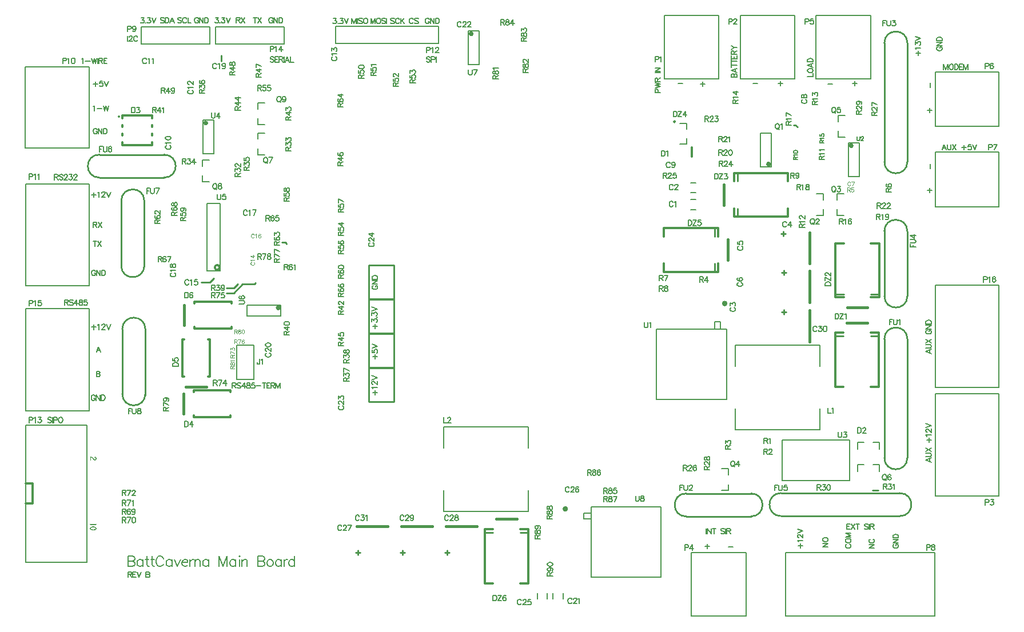
<source format=gto>
G04*
G04 #@! TF.GenerationSoftware,Altium Limited,Altium Designer,19.1.7 (138)*
G04*
G04 Layer_Color=65535*
%FSLAX44Y44*%
%MOMM*%
G71*
G01*
G75*
%ADD10C,0.3500*%
%ADD11C,0.2500*%
%ADD12C,0.4000*%
%ADD13C,0.2540*%
%ADD14C,0.2000*%
%ADD15C,0.3000*%
%ADD16C,0.1270*%
%ADD17C,0.1000*%
%ADD18C,0.1500*%
G36*
X95356Y236790D02*
X95422Y236781D01*
X95497Y236762D01*
X95591Y236744D01*
X95713Y236715D01*
X95834Y236687D01*
X95975Y236659D01*
X96125Y236622D01*
X96294Y236584D01*
X96631Y236509D01*
X96987Y236425D01*
X97334Y236341D01*
X97343D01*
X97390Y236322D01*
X97446Y236303D01*
X97531Y236275D01*
X97634Y236237D01*
X97746Y236191D01*
X97887Y236134D01*
X98028Y236078D01*
X98187Y236003D01*
X98346Y235928D01*
X98684Y235759D01*
X99031Y235553D01*
X99368Y235319D01*
X99377Y235310D01*
X99415Y235281D01*
X99471Y235235D01*
X99555Y235169D01*
X99649Y235085D01*
X99761Y234981D01*
X99883Y234860D01*
X100024Y234719D01*
X100174Y234560D01*
X100324Y234391D01*
X100493Y234194D01*
X100661Y233988D01*
X100830Y233763D01*
X100999Y233529D01*
X101167Y233266D01*
X101327Y232994D01*
X101336Y232985D01*
X101346Y232966D01*
X101364Y232929D01*
X101402Y232882D01*
X101486Y232779D01*
X101608Y232648D01*
X101767Y232516D01*
X101955Y232413D01*
X102058Y232367D01*
X102170Y232329D01*
X102292Y232310D01*
X102423Y232301D01*
X102433D01*
X102442D01*
X102498D01*
X102573Y232320D01*
X102676Y232338D01*
X102789Y232376D01*
X102911Y232432D01*
X103033Y232507D01*
X103145Y232610D01*
X103154Y232620D01*
X103192Y232666D01*
X103239Y232732D01*
X103304Y232826D01*
X103361Y232938D01*
X103407Y233079D01*
X103445Y233238D01*
X103454Y233416D01*
Y233519D01*
X103445Y233632D01*
X103436Y233772D01*
X103407Y233922D01*
X103379Y234082D01*
X103333Y234222D01*
X103276Y234354D01*
X103267Y234372D01*
X103229Y234429D01*
X103164Y234503D01*
X103079Y234597D01*
X102958Y234710D01*
X102817Y234822D01*
X102639Y234925D01*
X102423Y235028D01*
X102405Y235038D01*
X102358Y235056D01*
X102283Y235103D01*
X102208Y235169D01*
X102133Y235244D01*
X102058Y235347D01*
X102011Y235469D01*
X102002Y235544D01*
X101992Y235619D01*
Y235666D01*
X102002Y235713D01*
X102020Y235778D01*
X102039Y235853D01*
X102077Y235938D01*
X102123Y236022D01*
X102189Y236106D01*
X102198Y236116D01*
X102226Y236134D01*
X102264Y236172D01*
X102320Y236209D01*
X102395Y236247D01*
X102480Y236284D01*
X102573Y236303D01*
X102676Y236312D01*
X102686D01*
X102704D01*
X102733D01*
X102770Y236303D01*
X102864Y236284D01*
X102967Y236256D01*
X102976D01*
X102986Y236247D01*
X103014Y236237D01*
X103051Y236219D01*
X103145Y236172D01*
X103267Y236106D01*
X103407Y236022D01*
X103567Y235909D01*
X103745Y235788D01*
X103923Y235628D01*
X104092Y235450D01*
X104270Y235253D01*
X104429Y235019D01*
X104570Y234766D01*
X104691Y234485D01*
X104785Y234175D01*
X104823Y234016D01*
X104851Y233838D01*
X104860Y233660D01*
X104870Y233472D01*
Y233360D01*
X104860Y233276D01*
X104851Y233173D01*
X104832Y233051D01*
X104813Y232929D01*
X104785Y232788D01*
X104748Y232638D01*
X104710Y232488D01*
X104654Y232338D01*
X104588Y232188D01*
X104513Y232038D01*
X104420Y231898D01*
X104326Y231767D01*
X104204Y231645D01*
X104195Y231635D01*
X104176Y231607D01*
X104129Y231570D01*
X104082Y231523D01*
X104007Y231457D01*
X103932Y231392D01*
X103829Y231317D01*
X103726Y231242D01*
X103604Y231167D01*
X103482Y231092D01*
X103342Y231026D01*
X103192Y230961D01*
X103033Y230914D01*
X102873Y230876D01*
X102695Y230848D01*
X102517Y230839D01*
X102498D01*
X102451D01*
X102367Y230848D01*
X102264Y230858D01*
X102133Y230886D01*
X101983Y230914D01*
X101824Y230961D01*
X101645Y231017D01*
X101449Y231101D01*
X101252Y231195D01*
X101055Y231307D01*
X100858Y231448D01*
X100661Y231617D01*
X100464Y231814D01*
X100286Y232038D01*
X100118Y232292D01*
X100108Y232310D01*
X100080Y232357D01*
X100033Y232432D01*
X99968Y232526D01*
X99893Y232648D01*
X99790Y232788D01*
X99686Y232938D01*
X99565Y233098D01*
X99433Y233266D01*
X99284Y233444D01*
X99134Y233622D01*
X98965Y233791D01*
X98796Y233960D01*
X98618Y234119D01*
X98431Y234269D01*
X98243Y234400D01*
X98234D01*
X98215Y234419D01*
X98178Y234438D01*
X98131Y234466D01*
X98065Y234503D01*
X97999Y234541D01*
X97915Y234588D01*
X97812Y234635D01*
X97709Y234682D01*
X97597Y234738D01*
X97334Y234850D01*
X97044Y234963D01*
X96725Y235066D01*
Y231570D01*
X96715Y231523D01*
X96687Y231420D01*
X96640Y231289D01*
X96603Y231223D01*
X96556Y231157D01*
X96500Y231101D01*
X96425Y231054D01*
X96350Y231007D01*
X96256Y230970D01*
X96144Y230951D01*
X96022Y230942D01*
X96012D01*
X95994D01*
X95956D01*
X95909Y230951D01*
X95797Y230979D01*
X95666Y231026D01*
X95600Y231064D01*
X95534Y231111D01*
X95478Y231167D01*
X95422Y231232D01*
X95375Y231317D01*
X95338Y231411D01*
X95319Y231514D01*
X95309Y231635D01*
Y236800D01*
X95319D01*
X95356Y236790D01*
D02*
G37*
G36*
X104157Y136790D02*
X104204D01*
X104307Y136762D01*
X104438Y136715D01*
X104504Y136678D01*
X104570Y136631D01*
X104626Y136575D01*
X104673Y136509D01*
X104720Y136425D01*
X104757Y136331D01*
X104776Y136228D01*
X104785Y136106D01*
Y136041D01*
X104776Y135994D01*
X104748Y135881D01*
X104701Y135750D01*
X104663Y135684D01*
X104616Y135628D01*
X104560Y135563D01*
X104495Y135516D01*
X104410Y135469D01*
X104317Y135431D01*
X104213Y135413D01*
X104092Y135403D01*
X95881D01*
X95872D01*
X95853D01*
X95816D01*
X95769Y135413D01*
X95666Y135441D01*
X95534Y135488D01*
X95469Y135525D01*
X95403Y135572D01*
X95347Y135628D01*
X95300Y135703D01*
X95253Y135778D01*
X95216Y135872D01*
X95197Y135984D01*
X95188Y136106D01*
Y136134D01*
X95197Y136172D01*
Y136219D01*
X95225Y136322D01*
X95272Y136453D01*
X95309Y136519D01*
X95356Y136584D01*
X95413Y136640D01*
X95478Y136687D01*
X95563Y136734D01*
X95656Y136772D01*
X95759Y136790D01*
X95881Y136800D01*
X104092D01*
X104101D01*
X104120D01*
X104157Y136790D01*
D02*
G37*
G36*
X100136Y133116D02*
X100268D01*
X100427Y133098D01*
X100614Y133088D01*
X100821Y133060D01*
X101055Y133032D01*
X101289Y132994D01*
X101542Y132938D01*
X101805Y132882D01*
X102058Y132807D01*
X102320Y132723D01*
X102573Y132620D01*
X102817Y132498D01*
X103051Y132367D01*
X103061D01*
X103070Y132357D01*
X103126Y132329D01*
X103211Y132282D01*
X103323Y132217D01*
X103454Y132123D01*
X103604Y132029D01*
X103754Y131907D01*
X103923Y131776D01*
X104082Y131626D01*
X104232Y131457D01*
X104382Y131279D01*
X104513Y131082D01*
X104626Y130876D01*
X104710Y130651D01*
X104767Y130417D01*
X104785Y130295D01*
Y130117D01*
X104776Y130042D01*
X104757Y129948D01*
X104738Y129836D01*
X104701Y129705D01*
X104654Y129555D01*
X104598Y129395D01*
X104513Y129227D01*
X104410Y129049D01*
X104289Y128871D01*
X104138Y128683D01*
X103970Y128505D01*
X103764Y128327D01*
X103529Y128149D01*
X103258Y127990D01*
X103239Y127980D01*
X103192Y127952D01*
X103117Y127915D01*
X103014Y127868D01*
X102873Y127811D01*
X102714Y127746D01*
X102526Y127680D01*
X102320Y127605D01*
X102086Y127530D01*
X101833Y127465D01*
X101561Y127399D01*
X101271Y127343D01*
X100961Y127296D01*
X100642Y127249D01*
X100305Y127230D01*
X99949Y127221D01*
X99940D01*
X99930D01*
X99902D01*
X99865D01*
X99761D01*
X99630Y127230D01*
X99471Y127240D01*
X99284Y127259D01*
X99068Y127287D01*
X98843Y127315D01*
X98599Y127352D01*
X98346Y127399D01*
X98093Y127465D01*
X97831Y127540D01*
X97578Y127624D01*
X97325Y127727D01*
X97081Y127840D01*
X96856Y127971D01*
X96837Y127980D01*
X96781Y128008D01*
X96697Y128055D01*
X96584Y128130D01*
X96453Y128215D01*
X96303Y128318D01*
X96153Y128430D01*
X95994Y128571D01*
X95825Y128721D01*
X95675Y128889D01*
X95525Y129067D01*
X95394Y129264D01*
X95281Y129470D01*
X95197Y129695D01*
X95141Y129930D01*
X95132Y130051D01*
X95122Y130173D01*
Y130230D01*
X95132Y130305D01*
X95150Y130398D01*
X95178Y130511D01*
X95216Y130642D01*
X95272Y130792D01*
X95338Y130951D01*
X95431Y131129D01*
X95544Y131307D01*
X95684Y131486D01*
X95853Y131673D01*
X96050Y131860D01*
X96284Y132038D01*
X96416Y132132D01*
X96547Y132217D01*
X96697Y132301D01*
X96856Y132385D01*
X96865Y132395D01*
X96912Y132413D01*
X96978Y132451D01*
X97072Y132498D01*
X97184Y132554D01*
X97325Y132620D01*
X97493Y132685D01*
X97681Y132751D01*
X97887Y132826D01*
X98121Y132891D01*
X98374Y132957D01*
X98656Y133013D01*
X98946Y133060D01*
X99265Y133098D01*
X99593Y133116D01*
X99949Y133126D01*
X99958D01*
X99968D01*
X99996D01*
X100033D01*
X100136Y133116D01*
D02*
G37*
%LPC*%
G36*
X100202Y131748D02*
X99949D01*
X99930D01*
X99883D01*
X99818D01*
X99715Y131739D01*
X99593D01*
X99452Y131729D01*
X99293Y131711D01*
X99124Y131692D01*
X98946Y131673D01*
X98749Y131645D01*
X98356Y131570D01*
X97953Y131467D01*
X97756Y131401D01*
X97568Y131326D01*
X97559Y131317D01*
X97521Y131307D01*
X97475Y131279D01*
X97409Y131242D01*
X97334Y131204D01*
X97240Y131148D01*
X97053Y131017D01*
X96865Y130857D01*
X96781Y130754D01*
X96697Y130661D01*
X96631Y130548D01*
X96584Y130436D01*
X96547Y130314D01*
X96537Y130183D01*
Y130155D01*
X96547Y130117D01*
X96556Y130061D01*
X96566Y130005D01*
X96594Y129930D01*
X96622Y129855D01*
X96669Y129770D01*
X96725Y129677D01*
X96790Y129583D01*
X96875Y129489D01*
X96978Y129395D01*
X97100Y129292D01*
X97231Y129199D01*
X97390Y129105D01*
X97578Y129021D01*
X97587Y129011D01*
X97625Y129002D01*
X97681Y128983D01*
X97756Y128955D01*
X97850Y128917D01*
X97962Y128880D01*
X98093Y128842D01*
X98243Y128805D01*
X98412Y128767D01*
X98590Y128730D01*
X98787Y128693D01*
X98993Y128655D01*
X99218Y128627D01*
X99452Y128608D01*
X99705Y128589D01*
X99958D01*
X99977D01*
X100024D01*
X100090D01*
X100193Y128599D01*
X100315D01*
X100455Y128608D01*
X100605Y128627D01*
X100783Y128646D01*
X100961Y128664D01*
X101158Y128693D01*
X101552Y128767D01*
X101955Y128880D01*
X102151Y128946D01*
X102339Y129021D01*
X102348Y129030D01*
X102386Y129039D01*
X102433Y129067D01*
X102498Y129105D01*
X102583Y129142D01*
X102667Y129199D01*
X102854Y129330D01*
X103042Y129499D01*
X103136Y129592D01*
X103211Y129695D01*
X103276Y129808D01*
X103323Y129930D01*
X103361Y130051D01*
X103370Y130183D01*
Y130211D01*
X103361Y130248D01*
X103351Y130305D01*
X103333Y130361D01*
X103314Y130436D01*
X103276Y130511D01*
X103229Y130595D01*
X103164Y130689D01*
X103089Y130783D01*
X103004Y130886D01*
X102892Y130979D01*
X102761Y131082D01*
X102611Y131176D01*
X102433Y131270D01*
X102236Y131364D01*
X102226D01*
X102198Y131382D01*
X102142Y131401D01*
X102077Y131420D01*
X101983Y131448D01*
X101880Y131486D01*
X101758Y131523D01*
X101617Y131551D01*
X101458Y131589D01*
X101289Y131626D01*
X101102Y131654D01*
X100896Y131692D01*
X100680Y131711D01*
X100446Y131729D01*
X100202Y131748D01*
D02*
G37*
%LPD*%
D10*
X661700Y863050D02*
G03*
X661700Y863050I-2000J0D01*
G01*
X1102000Y670000D02*
G03*
X1102000Y670000I-2000J0D01*
G01*
X1224300Y697299D02*
G03*
X1224300Y697299I-2000J0D01*
G01*
X376000Y457000D02*
G03*
X376000Y457000I-2000J0D01*
G01*
X287000Y516902D02*
G03*
X287000Y516902I-3500J0D01*
G01*
X268500Y731000D02*
G03*
X268500Y731000I-2000J0D01*
G01*
D11*
X175529Y615500D02*
G03*
X141471Y615500I-17029J0D01*
G01*
X175529D02*
G03*
X141471Y615500I-17029J0D01*
G01*
Y519500D02*
G03*
X175529Y519500I17029J0D01*
G01*
X961900Y733000D02*
G03*
X961900Y733000I-1250J0D01*
G01*
X1305528Y410800D02*
G03*
X1271470Y410800I-17029J0D01*
G01*
X1305528D02*
G03*
X1271470Y410800I-17029J0D01*
G01*
Y234800D02*
G03*
X1305528Y234800I17029J0D01*
G01*
X1271470D02*
G03*
X1305528Y234800I17029J0D01*
G01*
X978000Y182029D02*
G03*
X978000Y147971I0J-17029D01*
G01*
Y182029D02*
G03*
X978000Y147971I0J-17029D01*
G01*
X1074000D02*
G03*
X1074000Y182029I0J17029D01*
G01*
X1271471Y673398D02*
G03*
X1305529Y673398I17029J0D01*
G01*
X1271471D02*
G03*
X1305529Y673398I17029J0D01*
G01*
Y849398D02*
G03*
X1271471Y849398I-17029J0D01*
G01*
X1305529D02*
G03*
X1271471Y849398I-17029J0D01*
G01*
X1271470Y474500D02*
G03*
X1305529Y474500I17029J0D01*
G01*
X1271470D02*
G03*
X1305529Y474500I17029J0D01*
G01*
Y570500D02*
G03*
X1271470Y570500I-17029J0D01*
G01*
X1294419Y148470D02*
G03*
X1294419Y182529I0J17029D01*
G01*
Y148470D02*
G03*
X1294419Y182529I0J17029D01*
G01*
X1118419D02*
G03*
X1118419Y148470I0J-17029D01*
G01*
Y182529D02*
G03*
X1118419Y148470I0J-17029D01*
G01*
X142971Y329500D02*
G03*
X177029Y329500I17029J0D01*
G01*
Y425500D02*
G03*
X142971Y425500I-17029J0D01*
G01*
X177029D02*
G03*
X142971Y425500I-17029J0D01*
G01*
X205000Y649971D02*
G03*
X205000Y684029I0J17029D01*
G01*
X109000D02*
G03*
X109000Y649971I0J-17029D01*
G01*
Y684029D02*
G03*
X109000Y649971I0J-17029D01*
G01*
X175500Y517500D02*
Y615500D01*
X141500Y519500D02*
Y615500D01*
X1305499Y234800D02*
Y410800D01*
X1271499Y234800D02*
Y410800D01*
X978000Y182000D02*
X1076000D01*
X978000Y148000D02*
X1074000D01*
X1271500Y673398D02*
Y849398D01*
X1305500Y673398D02*
Y849398D01*
X1271500Y474500D02*
Y572500D01*
X1305500Y474500D02*
Y570500D01*
X1118419Y148500D02*
X1294419D01*
X1118419Y182500D02*
X1294419D01*
X143000Y329500D02*
Y425500D01*
X177000Y327500D02*
Y425500D01*
X109000Y650000D02*
X205000D01*
X109000Y684000D02*
X207000D01*
X1126000Y451002D02*
X1119335D01*
X1122668Y447669D02*
Y454334D01*
X1125500Y566753D02*
X1118835D01*
X1122168Y563421D02*
Y570085D01*
X1126000Y509502D02*
X1119335D01*
X1122668Y506170D02*
Y512834D01*
X492002Y98001D02*
Y91336D01*
X495334Y94669D02*
X488670D01*
X558002Y98001D02*
Y91336D01*
X561334Y94669D02*
X554670D01*
X624002Y98001D02*
Y91336D01*
X627334Y94669D02*
X620670D01*
D12*
X801000Y159000D02*
G03*
X801000Y159000I-2000J0D01*
G01*
X1037000Y463500D02*
G03*
X1037000Y463500I-2000J0D01*
G01*
X234500Y431000D02*
Y461000D01*
X697000Y144000D02*
X727000D01*
X1040000Y528000D02*
Y558000D01*
X1216000Y435000D02*
X1246000D01*
X1161000Y407000D02*
Y453000D01*
X1160499Y522751D02*
Y568752D01*
X1161000Y465500D02*
Y511501D01*
X1216340Y457500D02*
X1246340D01*
X1034000Y609373D02*
Y639373D01*
X490004Y133001D02*
X536004D01*
X556004D02*
X602004D01*
X622004D02*
X668003D01*
X237250Y340000D02*
X267250D01*
X233500Y300000D02*
Y330000D01*
D13*
X138744Y740500D02*
G03*
X138744Y740500I-745J0D01*
G01*
X508000Y520170D02*
X545300D01*
Y469900D02*
Y520170D01*
X508000Y469900D02*
X545300D01*
X508000D02*
Y520170D01*
Y469370D02*
X545300D01*
Y419100D02*
Y469370D01*
X508000Y419100D02*
X545300D01*
X508000D02*
Y469370D01*
Y418570D02*
X545300D01*
Y368300D02*
Y418570D01*
X508000Y368300D02*
X545300D01*
X508000D02*
Y418570D01*
Y317500D02*
Y367770D01*
Y317500D02*
X545300D01*
Y367770D01*
X508000D02*
X545300D01*
X289730Y822270D02*
Y831270D01*
X385821Y551180D02*
Y552590D01*
X384303Y554109D02*
X385821Y552590D01*
X379000Y554109D02*
X384303D01*
X339000Y492000D02*
X340623Y493623D01*
X321276Y492000D02*
X339000D01*
X308376Y479100D02*
X321276Y492000D01*
X297000Y479100D02*
X308376D01*
Y486000D02*
X314376Y492000D01*
X297000Y486000D02*
X308376D01*
X273000Y495000D02*
X278500Y500500D01*
X260000Y495000D02*
X273000D01*
X681000Y124000D02*
X692000D01*
X732000D02*
X744500D01*
X1020000Y510500D02*
Y523000D01*
Y563000D02*
Y574000D01*
X1251000Y415000D02*
X1263500D01*
X1200000D02*
X1211000D01*
X1137000Y728000D02*
X1139500D01*
X1140000D02*
X1143000Y725000D01*
X1139000Y728000D02*
X1140000D01*
X1251340Y477500D02*
X1262340D01*
X1198840D02*
X1211340D01*
X1054000Y593373D02*
Y604373D01*
Y644373D02*
Y656873D01*
X1254303Y186500D02*
X1262000D01*
D14*
X655700Y817050D02*
Y867050D01*
X671700Y817050D02*
Y867050D01*
X655700D02*
X671700D01*
X655700Y817050D02*
X671700D01*
X619000Y155500D02*
X744000D01*
X619000Y280500D02*
X744000D01*
Y155500D02*
Y187000D01*
X619000Y155500D02*
Y187000D01*
X744000Y249000D02*
Y280500D01*
X619000Y249000D02*
Y280500D01*
X772500Y26000D02*
Y34000D01*
X757500Y26000D02*
Y34000D01*
X941000Y110000D02*
Y162000D01*
X826000Y144000D02*
X837000D01*
X826000D02*
Y153000D01*
X837000D01*
Y162000D02*
X941000D01*
X837000Y58000D02*
Y162000D01*
Y58000D02*
X941000D01*
Y110000D01*
X1232000Y248000D02*
Y258000D01*
X1241000D01*
X1255000D02*
X1264000D01*
Y248000D02*
Y258000D01*
X1203500Y710000D02*
X1213500D01*
X1203500D02*
Y719000D01*
Y733000D02*
Y742000D01*
X1213500D01*
X984500Y602500D02*
X992500D01*
X984500Y617500D02*
X992500D01*
X984500Y627500D02*
X992500D01*
X984500Y642500D02*
X992500D01*
X978400Y700000D02*
Y708000D01*
X968400Y700000D02*
X978400D01*
Y722000D02*
Y730000D01*
X968400D02*
X978400D01*
X1176094Y276500D02*
Y308000D01*
X1051094Y276500D02*
Y308000D01*
X1176094Y370000D02*
Y401500D01*
X1051094Y370000D02*
Y401500D01*
Y276500D02*
X1176094D01*
X1051094Y401500D02*
X1176094D01*
X1347000Y178599D02*
Y329600D01*
Y178599D02*
X1441000D01*
Y329600D01*
X1347000D02*
X1441000D01*
X1125498Y94000D02*
X1346500D01*
X1125498Y0D02*
Y94000D01*
Y0D02*
X1346500D01*
Y94000D01*
X1104000Y666000D02*
Y716000D01*
X1088000Y666000D02*
Y716000D01*
Y666000D02*
X1104000D01*
X1088000Y716000D02*
X1104000D01*
X1171250Y594000D02*
X1181250D01*
Y603000D01*
Y617000D02*
Y626000D01*
X1171250D02*
X1181250D01*
X1201500Y626000D02*
X1211500D01*
X1201500Y617000D02*
Y626000D01*
Y594000D02*
Y603000D01*
Y594000D02*
X1211500D01*
X1030500Y186500D02*
X1040500D01*
Y195500D01*
Y209500D02*
Y218500D01*
X1030500D02*
X1040500D01*
X1264000Y214500D02*
Y224500D01*
X1255000D02*
X1264000D01*
X1232000D02*
X1241000D01*
X1232000Y214500D02*
Y224500D01*
X986000Y321500D02*
X1038000D01*
X1020000Y425500D02*
Y436500D01*
X1029000D01*
Y425500D02*
Y436500D01*
X1038000Y321500D02*
Y425500D01*
X934000D02*
X1038000D01*
X934000Y321500D02*
Y425500D01*
Y321500D02*
X986000D01*
X1218300Y651299D02*
Y701299D01*
X1234300Y651299D02*
Y701299D01*
X1218300D02*
X1234300D01*
X1218300Y651299D02*
X1234300D01*
X1119848Y261026D02*
X1219848D01*
Y201025D02*
Y261026D01*
X1119848Y201025D02*
Y261026D01*
Y201025D02*
X1219848D01*
X1347000Y490500D02*
X1441000D01*
Y339498D02*
Y490500D01*
X1347000Y339498D02*
X1441000D01*
X1347000D02*
Y490500D01*
X328000Y461000D02*
X378000D01*
X328000Y445000D02*
X378000D01*
Y461000D01*
X328000Y445000D02*
Y461000D01*
X288000Y511902D02*
Y611902D01*
X268000Y511902D02*
Y611902D01*
Y511902D02*
X288000D01*
X268000Y611902D02*
X288000D01*
X262500Y685000D02*
Y735000D01*
X278500Y685000D02*
Y735000D01*
X262500D02*
X278500D01*
X262500Y685000D02*
X278500D01*
X343500Y760601D02*
X353500D01*
X343500Y751600D02*
Y760601D01*
Y728601D02*
Y737600D01*
Y728601D02*
X353500D01*
X261498Y676000D02*
X271498D01*
X261498Y667000D02*
Y676000D01*
Y644000D02*
Y653000D01*
Y644000D02*
X271498D01*
X343998Y716000D02*
X353998D01*
X343998Y707000D02*
Y716000D01*
Y684000D02*
Y693000D01*
Y684000D02*
X353998D01*
X459050Y874204D02*
X611450D01*
X459050Y848804D02*
Y874204D01*
Y848804D02*
X611450D01*
Y874204D01*
X272998Y848300D02*
Y873700D01*
X171398Y848300D02*
X272998D01*
X171398Y873700D02*
X272998D01*
X171398Y848300D02*
Y873700D01*
X312800Y350600D02*
Y401400D01*
Y350600D02*
X338200D01*
Y401400D01*
X312800D02*
X338200D01*
X780500Y26000D02*
Y34000D01*
X795500Y26000D02*
Y34000D01*
X93750Y489500D02*
Y640502D01*
X-250D02*
X93750D01*
X-250Y489500D02*
Y640502D01*
Y489500D02*
X93750D01*
X-0Y304500D02*
X94000D01*
X-0D02*
Y455502D01*
X94000D01*
Y304500D02*
Y455502D01*
X94000Y694101D02*
Y814101D01*
X-1000D02*
X94000D01*
X-1000Y694101D02*
Y814101D01*
Y694101D02*
X94000D01*
X-200Y80000D02*
X90800D01*
X-200Y283600D02*
X90800D01*
Y80000D02*
Y283600D01*
X-200Y80000D02*
Y283600D01*
X281202Y848300D02*
Y873700D01*
X382802D01*
X281202Y848300D02*
X382802D01*
Y873700D01*
X513497Y331648D02*
X520353D01*
X516925Y328220D02*
Y335076D01*
X513878Y337437D02*
X513497Y338199D01*
X512355Y339341D01*
X520353D01*
X514259Y343683D02*
X513878D01*
X513116Y344064D01*
X512736Y344445D01*
X512355Y345207D01*
Y346730D01*
X512736Y347492D01*
X513116Y347873D01*
X513878Y348254D01*
X514640D01*
X515402Y347873D01*
X516544Y347111D01*
X520353Y343302D01*
Y348635D01*
X512355Y350425D02*
X520353Y353472D01*
X512355Y356519D02*
X520353Y353472D01*
X514144Y384428D02*
X521000D01*
X517572Y381000D02*
Y387856D01*
X513002Y394787D02*
Y390979D01*
X516429Y390598D01*
X516049Y390979D01*
X515668Y392121D01*
Y393264D01*
X516049Y394407D01*
X516810Y395168D01*
X517953Y395549D01*
X518715D01*
X519857Y395168D01*
X520619Y394407D01*
X521000Y393264D01*
Y392121D01*
X520619Y390979D01*
X520238Y390598D01*
X519477Y390217D01*
X513002Y397339D02*
X521000Y400386D01*
X513002Y403433D02*
X521000Y400386D01*
X513497Y429840D02*
X520353D01*
X516925Y426412D02*
Y433268D01*
X512355Y436391D02*
Y440580D01*
X515402Y438295D01*
Y439438D01*
X515783Y440199D01*
X516163Y440580D01*
X517306Y440961D01*
X518068D01*
X519210Y440580D01*
X519972Y439818D01*
X520353Y438676D01*
Y437533D01*
X519972Y436391D01*
X519591Y436010D01*
X518830Y435629D01*
X519591Y443132D02*
X519972Y442751D01*
X520353Y443132D01*
X519972Y443513D01*
X519591Y443132D01*
X512355Y446027D02*
Y450216D01*
X515402Y447931D01*
Y449074D01*
X515783Y449835D01*
X516163Y450216D01*
X517306Y450597D01*
X518068D01*
X519210Y450216D01*
X519972Y449454D01*
X520353Y448312D01*
Y447169D01*
X519972Y446027D01*
X519591Y445646D01*
X518830Y445265D01*
X512355Y452387D02*
X520353Y455434D01*
X512355Y458481D02*
X520353Y455434D01*
X514906Y490116D02*
X514144Y489735D01*
X513383Y488974D01*
X513002Y488212D01*
Y486689D01*
X513383Y485927D01*
X514144Y485165D01*
X514906Y484784D01*
X516049Y484403D01*
X517953D01*
X519096Y484784D01*
X519857Y485165D01*
X520619Y485927D01*
X521000Y486689D01*
Y488212D01*
X520619Y488974D01*
X519857Y489735D01*
X519096Y490116D01*
X517953D01*
Y488212D02*
Y490116D01*
X513002Y491945D02*
X521000D01*
X513002D02*
X521000Y497277D01*
X513002D02*
X521000D01*
X513002Y499486D02*
X521000D01*
X513002D02*
Y502152D01*
X513383Y503295D01*
X514144Y504056D01*
X514906Y504437D01*
X516049Y504818D01*
X517953D01*
X519096Y504437D01*
X519857Y504056D01*
X520619Y503295D01*
X521000Y502152D01*
Y499486D01*
X151320Y65645D02*
Y57647D01*
Y65645D02*
X154748D01*
X155890Y65264D01*
X156271Y64883D01*
X156652Y64122D01*
Y63360D01*
X156271Y62598D01*
X155890Y62217D01*
X154748Y61837D01*
X151320D01*
X153986D02*
X156652Y57647D01*
X163394Y65645D02*
X158442D01*
Y57647D01*
X163394D01*
X158442Y61837D02*
X161489D01*
X164727Y65645D02*
X167774Y57647D01*
X170821Y65645D02*
X167774Y57647D01*
X178133Y65645D02*
Y57647D01*
Y65645D02*
X181561D01*
X182704Y65264D01*
X183085Y64883D01*
X183465Y64122D01*
Y63360D01*
X183085Y62598D01*
X182704Y62217D01*
X181561Y61837D01*
X178133D02*
X181561D01*
X182704Y61456D01*
X183085Y61075D01*
X183465Y60313D01*
Y59170D01*
X183085Y58409D01*
X182704Y58028D01*
X181561Y57647D01*
X178133D01*
X151000Y859998D02*
Y852000D01*
X153057Y858094D02*
Y858475D01*
X153438Y859237D01*
X153819Y859617D01*
X154580Y859998D01*
X156104D01*
X156865Y859617D01*
X157246Y859237D01*
X157627Y858475D01*
Y857713D01*
X157246Y856951D01*
X156484Y855809D01*
X152676Y852000D01*
X158008D01*
X165511Y858094D02*
X165130Y858856D01*
X164369Y859617D01*
X163607Y859998D01*
X162083D01*
X161322Y859617D01*
X160560Y858856D01*
X160179Y858094D01*
X159798Y856951D01*
Y855047D01*
X160179Y853904D01*
X160560Y853143D01*
X161322Y852381D01*
X162083Y852000D01*
X163607D01*
X164369Y852381D01*
X165130Y853143D01*
X165511Y853904D01*
X170942Y886838D02*
X175131D01*
X172846Y883791D01*
X173989D01*
X174750Y883410D01*
X175131Y883030D01*
X175512Y881887D01*
Y881125D01*
X175131Y879983D01*
X174370Y879221D01*
X173227Y878840D01*
X172084D01*
X170942Y879221D01*
X170561Y879602D01*
X170180Y880363D01*
X177683Y879602D02*
X177302Y879221D01*
X177683Y878840D01*
X178064Y879221D01*
X177683Y879602D01*
X180578Y886838D02*
X184767D01*
X182482Y883791D01*
X183625D01*
X184387Y883410D01*
X184767Y883030D01*
X185148Y881887D01*
Y881125D01*
X184767Y879983D01*
X184006Y879221D01*
X182863Y878840D01*
X181720D01*
X180578Y879221D01*
X180197Y879602D01*
X179816Y880363D01*
X186938Y886838D02*
X189985Y878840D01*
X193032Y886838D02*
X189985Y878840D01*
X204722Y886069D02*
X203960Y886831D01*
X202818Y887212D01*
X201294D01*
X200152Y886831D01*
X199390Y886069D01*
Y885307D01*
X199771Y884545D01*
X200152Y884165D01*
X200914Y883784D01*
X203199Y883022D01*
X203960Y882641D01*
X204341Y882260D01*
X204722Y881498D01*
Y880356D01*
X203960Y879594D01*
X202818Y879213D01*
X201294D01*
X200152Y879594D01*
X199390Y880356D01*
X206512Y887212D02*
Y879213D01*
Y887212D02*
X209178D01*
X210321Y886831D01*
X211083Y886069D01*
X211464Y885307D01*
X211845Y884165D01*
Y882260D01*
X211464Y881118D01*
X211083Y880356D01*
X210321Y879594D01*
X209178Y879213D01*
X206512D01*
X219729D02*
X216681Y887212D01*
X213635Y879213D01*
X214777Y881879D02*
X218586D01*
X230531Y886069D02*
X229769Y886831D01*
X228626Y887212D01*
X227103D01*
X225960Y886831D01*
X225198Y886069D01*
Y885307D01*
X225579Y884545D01*
X225960Y884165D01*
X226722Y883784D01*
X229007Y883022D01*
X229769Y882641D01*
X230150Y882260D01*
X230531Y881498D01*
Y880356D01*
X229769Y879594D01*
X228626Y879213D01*
X227103D01*
X225960Y879594D01*
X225198Y880356D01*
X238034Y885307D02*
X237653Y886069D01*
X236891Y886831D01*
X236129Y887212D01*
X234606D01*
X233844Y886831D01*
X233083Y886069D01*
X232702Y885307D01*
X232321Y884165D01*
Y882260D01*
X232702Y881118D01*
X233083Y880356D01*
X233844Y879594D01*
X234606Y879213D01*
X236129D01*
X236891Y879594D01*
X237653Y880356D01*
X238034Y881118D01*
X240281Y887212D02*
Y879213D01*
X244851D01*
X255712Y885307D02*
X255331Y886069D01*
X254569Y886831D01*
X253807Y887212D01*
X252284D01*
X251522Y886831D01*
X250760Y886069D01*
X250379Y885307D01*
X249999Y884165D01*
Y882260D01*
X250379Y881118D01*
X250760Y880356D01*
X251522Y879594D01*
X252284Y879213D01*
X253807D01*
X254569Y879594D01*
X255331Y880356D01*
X255712Y881118D01*
Y882260D01*
X253807D02*
X255712D01*
X257540Y887212D02*
Y879213D01*
Y887212D02*
X262872Y879213D01*
Y887212D02*
Y879213D01*
X265081Y887212D02*
Y879213D01*
Y887212D02*
X267747D01*
X268890Y886831D01*
X269652Y886069D01*
X270032Y885307D01*
X270413Y884165D01*
Y882260D01*
X270032Y881118D01*
X269652Y880356D01*
X268890Y879594D01*
X267747Y879213D01*
X265081D01*
X598779Y827856D02*
X598017Y828617D01*
X596875Y828998D01*
X595351D01*
X594208Y828617D01*
X593447Y827856D01*
Y827094D01*
X593828Y826332D01*
X594208Y825951D01*
X594970Y825571D01*
X597256Y824809D01*
X598017Y824428D01*
X598398Y824047D01*
X598779Y823285D01*
Y822143D01*
X598017Y821381D01*
X596875Y821000D01*
X595351D01*
X594208Y821381D01*
X593447Y822143D01*
X600569Y824809D02*
X603997D01*
X605140Y825190D01*
X605520Y825571D01*
X605901Y826332D01*
Y827475D01*
X605520Y828237D01*
X605140Y828617D01*
X603997Y828998D01*
X600569D01*
Y821000D01*
X607691Y828998D02*
Y821000D01*
X573760Y884094D02*
X573379Y884856D01*
X572617Y885617D01*
X571856Y885998D01*
X570332D01*
X569570Y885617D01*
X568809Y884856D01*
X568428Y884094D01*
X568047Y882951D01*
Y881047D01*
X568428Y879904D01*
X568809Y879143D01*
X569570Y878381D01*
X570332Y878000D01*
X571856D01*
X572617Y878381D01*
X573379Y879143D01*
X573760Y879904D01*
X581339Y884856D02*
X580577Y885617D01*
X579435Y885998D01*
X577911D01*
X576769Y885617D01*
X576007Y884856D01*
Y884094D01*
X576388Y883332D01*
X576769Y882951D01*
X577531Y882570D01*
X579816Y881809D01*
X580577Y881428D01*
X580958Y881047D01*
X581339Y880285D01*
Y879143D01*
X580577Y878381D01*
X579435Y878000D01*
X577911D01*
X576769Y878381D01*
X576007Y879143D01*
X483000Y885998D02*
Y878000D01*
Y885998D02*
X486047Y878000D01*
X489094Y885998D02*
X486047Y878000D01*
X489094Y885998D02*
Y878000D01*
X491379Y885998D02*
Y878000D01*
X498387Y884856D02*
X497625Y885617D01*
X496483Y885998D01*
X494959D01*
X493817Y885617D01*
X493055Y884856D01*
Y884094D01*
X493436Y883332D01*
X493817Y882951D01*
X494579Y882570D01*
X496864Y881809D01*
X497625Y881428D01*
X498006Y881047D01*
X498387Y880285D01*
Y879143D01*
X497625Y878381D01*
X496483Y878000D01*
X494959D01*
X493817Y878381D01*
X493055Y879143D01*
X502463Y885998D02*
X501701Y885617D01*
X500939Y884856D01*
X500558Y884094D01*
X500177Y882951D01*
Y881047D01*
X500558Y879904D01*
X500939Y879143D01*
X501701Y878381D01*
X502463Y878000D01*
X503986D01*
X504748Y878381D01*
X505509Y879143D01*
X505890Y879904D01*
X506271Y881047D01*
Y882951D01*
X505890Y884094D01*
X505509Y884856D01*
X504748Y885617D01*
X503986Y885998D01*
X502463D01*
X511000D02*
Y878000D01*
Y885998D02*
X514047Y878000D01*
X517094Y885998D02*
X514047Y878000D01*
X517094Y885998D02*
Y878000D01*
X521664Y885998D02*
X520903Y885617D01*
X520141Y884856D01*
X519760Y884094D01*
X519379Y882951D01*
Y881047D01*
X519760Y879904D01*
X520141Y879143D01*
X520903Y878381D01*
X521664Y878000D01*
X523188D01*
X523950Y878381D01*
X524711Y879143D01*
X525092Y879904D01*
X525473Y881047D01*
Y882951D01*
X525092Y884094D01*
X524711Y884856D01*
X523950Y885617D01*
X523188Y885998D01*
X521664D01*
X532672Y884856D02*
X531910Y885617D01*
X530767Y885998D01*
X529244D01*
X528101Y885617D01*
X527339Y884856D01*
Y884094D01*
X527720Y883332D01*
X528101Y882951D01*
X528863Y882570D01*
X531148Y881809D01*
X531910Y881428D01*
X532291Y881047D01*
X532672Y880285D01*
Y879143D01*
X531910Y878381D01*
X530767Y878000D01*
X529244D01*
X528101Y878381D01*
X527339Y879143D01*
X534462Y885998D02*
Y878000D01*
X545782Y884856D02*
X545020Y885617D01*
X543878Y885998D01*
X542354D01*
X541212Y885617D01*
X540450Y884856D01*
Y884094D01*
X540831Y883332D01*
X541212Y882951D01*
X541974Y882570D01*
X544259Y881809D01*
X545020Y881428D01*
X545401Y881047D01*
X545782Y880285D01*
Y879143D01*
X545020Y878381D01*
X543878Y878000D01*
X542354D01*
X541212Y878381D01*
X540450Y879143D01*
X553285Y884094D02*
X552905Y884856D01*
X552143Y885617D01*
X551381Y885998D01*
X549858D01*
X549096Y885617D01*
X548334Y884856D01*
X547953Y884094D01*
X547572Y882951D01*
Y881047D01*
X547953Y879904D01*
X548334Y879143D01*
X549096Y878381D01*
X549858Y878000D01*
X551381D01*
X552143Y878381D01*
X552905Y879143D01*
X553285Y879904D01*
X555533Y885998D02*
Y878000D01*
X560865Y885998D02*
X555533Y880666D01*
X557437Y882570D02*
X560865Y878000D01*
X597533Y884094D02*
X597152Y884856D01*
X596390Y885617D01*
X595629Y885998D01*
X594105D01*
X593344Y885617D01*
X592582Y884856D01*
X592201Y884094D01*
X591820Y882951D01*
Y881047D01*
X592201Y879904D01*
X592582Y879143D01*
X593344Y878381D01*
X594105Y878000D01*
X595629D01*
X596390Y878381D01*
X597152Y879143D01*
X597533Y879904D01*
Y881047D01*
X595629D02*
X597533D01*
X599361Y885998D02*
Y878000D01*
Y885998D02*
X604693Y878000D01*
Y885998D02*
Y878000D01*
X606903Y885998D02*
Y878000D01*
Y885998D02*
X609569D01*
X610711Y885617D01*
X611473Y884856D01*
X611854Y884094D01*
X612235Y882951D01*
Y881047D01*
X611854Y879904D01*
X611473Y879143D01*
X610711Y878381D01*
X609569Y878000D01*
X606903D01*
X455762Y885998D02*
X459951D01*
X457666Y882951D01*
X458809D01*
X459571Y882570D01*
X459951Y882190D01*
X460332Y881047D01*
Y880285D01*
X459951Y879143D01*
X459190Y878381D01*
X458047Y878000D01*
X456904D01*
X455762Y878381D01*
X455381Y878762D01*
X455000Y879523D01*
X462503Y878762D02*
X462122Y878381D01*
X462503Y878000D01*
X462884Y878381D01*
X462503Y878762D01*
X465398Y885998D02*
X469587D01*
X467302Y882951D01*
X468445D01*
X469207Y882570D01*
X469587Y882190D01*
X469968Y881047D01*
Y880285D01*
X469587Y879143D01*
X468826Y878381D01*
X467683Y878000D01*
X466540D01*
X465398Y878381D01*
X465017Y878762D01*
X464636Y879523D01*
X471758Y885998D02*
X474805Y878000D01*
X477852Y885998D02*
X474805Y878000D01*
X936191Y776000D02*
Y779428D01*
X935810Y780570D01*
X935430Y780951D01*
X934668Y781332D01*
X933525D01*
X932763Y780951D01*
X932383Y780570D01*
X932002Y779428D01*
Y776000D01*
X940000D01*
X932002Y783122D02*
X940000Y785027D01*
X932002Y786931D02*
X940000Y785027D01*
X932002Y786931D02*
X940000Y788835D01*
X932002Y790740D02*
X940000Y788835D01*
X932002Y792339D02*
X940000D01*
X932002D02*
Y795767D01*
X932383Y796910D01*
X932763Y797291D01*
X933525Y797672D01*
X934287D01*
X935049Y797291D01*
X935430Y796910D01*
X935810Y795767D01*
Y792339D01*
Y795005D02*
X940000Y797672D01*
X932002Y805746D02*
X940000D01*
X932002Y807422D02*
X940000D01*
X932002D02*
X940000Y812754D01*
X932002D02*
X940000D01*
X1045002Y798500D02*
X1053000D01*
X1045002D02*
Y801928D01*
X1045383Y803071D01*
X1045763Y803452D01*
X1046525Y803832D01*
X1047287D01*
X1048049Y803452D01*
X1048430Y803071D01*
X1048810Y801928D01*
Y798500D02*
Y801928D01*
X1049191Y803071D01*
X1049572Y803452D01*
X1050334Y803832D01*
X1051477D01*
X1052238Y803452D01*
X1052619Y803071D01*
X1053000Y801928D01*
Y798500D01*
Y811716D02*
X1045002Y808669D01*
X1053000Y805622D01*
X1050334Y806765D02*
Y810574D01*
X1045002Y816249D02*
X1053000D01*
X1045002Y813583D02*
Y818915D01*
Y822533D02*
X1053000D01*
X1045002Y819867D02*
Y825199D01*
Y831103D02*
Y826151D01*
X1053000D01*
Y831103D01*
X1048810Y826151D02*
Y829198D01*
X1045002Y832436D02*
X1053000D01*
X1045002D02*
Y835864D01*
X1045383Y837006D01*
X1045763Y837387D01*
X1046525Y837768D01*
X1047287D01*
X1048049Y837387D01*
X1048430Y837006D01*
X1048810Y835864D01*
Y832436D01*
Y835102D02*
X1053000Y837768D01*
X1045002Y839558D02*
X1048810Y842605D01*
X1053000D01*
X1045002Y845652D02*
X1048810Y842605D01*
X1157750Y800000D02*
X1165748D01*
Y804570D01*
X1157750Y807732D02*
X1158131Y806970D01*
X1158893Y806208D01*
X1159654Y805827D01*
X1160797Y805446D01*
X1162701D01*
X1163844Y805827D01*
X1164606Y806208D01*
X1165367Y806970D01*
X1165748Y807732D01*
Y809255D01*
X1165367Y810017D01*
X1164606Y810779D01*
X1163844Y811160D01*
X1162701Y811540D01*
X1160797D01*
X1159654Y811160D01*
X1158893Y810779D01*
X1158131Y810017D01*
X1157750Y809255D01*
Y807732D01*
X1165748Y819501D02*
X1157750Y816454D01*
X1165748Y813407D01*
X1163082Y814549D02*
Y818358D01*
X1157750Y821367D02*
X1165748D01*
X1157750D02*
Y824033D01*
X1158131Y825176D01*
X1158893Y825937D01*
X1159654Y826318D01*
X1160797Y826699D01*
X1162701D01*
X1163844Y826318D01*
X1164606Y825937D01*
X1165367Y825176D01*
X1165748Y824033D01*
Y821367D01*
X1117428Y792856D02*
Y786000D01*
X1114000Y789428D02*
X1120856D01*
X966000D02*
X972856D01*
X1077000D02*
X1083856D01*
X1227728Y792856D02*
Y786000D01*
X1224300Y789428D02*
X1231156D01*
X1194562Y788319D02*
X1187706D01*
X1002572Y784892D02*
Y791747D01*
X1006000Y788319D02*
X999144D01*
X1318144Y834428D02*
X1325000D01*
X1321572Y831000D02*
Y837856D01*
X1318525Y840217D02*
X1318144Y840979D01*
X1317002Y842121D01*
X1325000D01*
X1317002Y846844D02*
Y851034D01*
X1320049Y848749D01*
Y849891D01*
X1320430Y850653D01*
X1320810Y851034D01*
X1321953Y851415D01*
X1322715D01*
X1323857Y851034D01*
X1324619Y850272D01*
X1325000Y849129D01*
Y847987D01*
X1324619Y846844D01*
X1324238Y846463D01*
X1323477Y846083D01*
X1317002Y853205D02*
X1325000Y856252D01*
X1317002Y859299D02*
X1325000Y856252D01*
X1350906Y843713D02*
X1350144Y843332D01*
X1349383Y842570D01*
X1349002Y841809D01*
Y840285D01*
X1349383Y839523D01*
X1350144Y838762D01*
X1350906Y838381D01*
X1352049Y838000D01*
X1353953D01*
X1355096Y838381D01*
X1355857Y838762D01*
X1356619Y839523D01*
X1357000Y840285D01*
Y841809D01*
X1356619Y842570D01*
X1355857Y843332D01*
X1355096Y843713D01*
X1353953D01*
Y841809D02*
Y843713D01*
X1349002Y845541D02*
X1357000D01*
X1349002D02*
X1357000Y850873D01*
X1349002D02*
X1357000D01*
X1349002Y853083D02*
X1357000D01*
X1349002D02*
Y855749D01*
X1349383Y856891D01*
X1350144Y857653D01*
X1350906Y858034D01*
X1352049Y858415D01*
X1353953D01*
X1355096Y858034D01*
X1355857Y857653D01*
X1356619Y856891D01*
X1357000Y855749D01*
Y853083D01*
X1359157Y817999D02*
Y810000D01*
Y817999D02*
X1362204Y810000D01*
X1365251Y817999D02*
X1362204Y810000D01*
X1365251Y817999D02*
Y810000D01*
X1369821Y817999D02*
X1369059Y817618D01*
X1368298Y816856D01*
X1367917Y816094D01*
X1367536Y814951D01*
Y813047D01*
X1367917Y811905D01*
X1368298Y811143D01*
X1369059Y810381D01*
X1369821Y810000D01*
X1371345D01*
X1372106Y810381D01*
X1372868Y811143D01*
X1373249Y811905D01*
X1373630Y813047D01*
Y814951D01*
X1373249Y816094D01*
X1372868Y816856D01*
X1372106Y817618D01*
X1371345Y817999D01*
X1369821D01*
X1375496D02*
Y810000D01*
Y817999D02*
X1378162D01*
X1379305Y817618D01*
X1380067Y816856D01*
X1380447Y816094D01*
X1380828Y814951D01*
Y813047D01*
X1380447Y811905D01*
X1380067Y811143D01*
X1379305Y810381D01*
X1378162Y810000D01*
X1375496D01*
X1387570Y817999D02*
X1382618D01*
Y810000D01*
X1387570D01*
X1382618Y814190D02*
X1385665D01*
X1388903Y817999D02*
Y810000D01*
Y817999D02*
X1391950Y810000D01*
X1394997Y817999D02*
X1391950Y810000D01*
X1394997Y817999D02*
Y810000D01*
X1335144Y749428D02*
X1342000D01*
X1338572Y746000D02*
Y752856D01*
X1339572Y783802D02*
Y790658D01*
X1335144Y630928D02*
X1342000D01*
X1338572Y627500D02*
Y634356D01*
X1339572Y663000D02*
Y669856D01*
X1363094Y691000D02*
X1360047Y698998D01*
X1357000Y691000D01*
X1358143Y693666D02*
X1361951D01*
X1364960Y698998D02*
Y693285D01*
X1365341Y692143D01*
X1366103Y691381D01*
X1367245Y691000D01*
X1368007D01*
X1369150Y691381D01*
X1369911Y692143D01*
X1370292Y693285D01*
Y698998D01*
X1372502D02*
X1377834Y691000D01*
Y698998D02*
X1372502Y691000D01*
X1389336Y697856D02*
Y691000D01*
X1385908Y694428D02*
X1392764D01*
X1399696Y698998D02*
X1395887D01*
X1395506Y695570D01*
X1395887Y695951D01*
X1397030Y696332D01*
X1398172D01*
X1399315Y695951D01*
X1400076Y695190D01*
X1400457Y694047D01*
Y693285D01*
X1400076Y692143D01*
X1399315Y691381D01*
X1398172Y691000D01*
X1397030D01*
X1395887Y691381D01*
X1395506Y691762D01*
X1395125Y692523D01*
X1402247Y698998D02*
X1405294Y691000D01*
X1408341Y698998D02*
X1405294Y691000D01*
X1341000Y234562D02*
X1333002Y231515D01*
X1341000Y228468D01*
X1338334Y229611D02*
Y233419D01*
X1333002Y236428D02*
X1338715D01*
X1339857Y236809D01*
X1340619Y237571D01*
X1341000Y238713D01*
Y239475D01*
X1340619Y240618D01*
X1339857Y241380D01*
X1338715Y241760D01*
X1333002D01*
Y243969D02*
X1341000Y249302D01*
X1333002D02*
X1341000Y243969D01*
X1334144Y260804D02*
X1341000D01*
X1337572Y257376D02*
Y264232D01*
X1334525Y266593D02*
X1334144Y267355D01*
X1333002Y268498D01*
X1341000D01*
X1334906Y272840D02*
X1334525D01*
X1333763Y273220D01*
X1333383Y273601D01*
X1333002Y274363D01*
Y275886D01*
X1333383Y276648D01*
X1333763Y277029D01*
X1334525Y277410D01*
X1335287D01*
X1336049Y277029D01*
X1337191Y276267D01*
X1341000Y272459D01*
Y277791D01*
X1333002Y279581D02*
X1341000Y282628D01*
X1333002Y285675D02*
X1341000Y282628D01*
Y395462D02*
X1333002Y392415D01*
X1341000Y389367D01*
X1338334Y390510D02*
Y394319D01*
X1333002Y397328D02*
X1338715D01*
X1339857Y397709D01*
X1340619Y398470D01*
X1341000Y399613D01*
Y400375D01*
X1340619Y401517D01*
X1339857Y402279D01*
X1338715Y402660D01*
X1333002D01*
Y404869D02*
X1341000Y410201D01*
X1333002D02*
X1341000Y404869D01*
X1334906Y423989D02*
X1334144Y423608D01*
X1333383Y422846D01*
X1333002Y422084D01*
Y420561D01*
X1333383Y419799D01*
X1334144Y419037D01*
X1334906Y418657D01*
X1336049Y418276D01*
X1337953D01*
X1339096Y418657D01*
X1339857Y419037D01*
X1340619Y419799D01*
X1341000Y420561D01*
Y422084D01*
X1340619Y422846D01*
X1339857Y423608D01*
X1339096Y423989D01*
X1337953D01*
Y422084D02*
Y423989D01*
X1333002Y425817D02*
X1341000D01*
X1333002D02*
X1341000Y431149D01*
X1333002D02*
X1341000D01*
X1333002Y433358D02*
X1341000D01*
X1333002D02*
Y436024D01*
X1333383Y437167D01*
X1334144Y437929D01*
X1334906Y438310D01*
X1336049Y438690D01*
X1337953D01*
X1339096Y438310D01*
X1339857Y437929D01*
X1340619Y437167D01*
X1341000Y436024D01*
Y433358D01*
X1220951Y136998D02*
X1216000D01*
Y129000D01*
X1220951D01*
X1216000Y133190D02*
X1219047D01*
X1222284Y136998D02*
X1227617Y129000D01*
Y136998D02*
X1222284Y129000D01*
X1232073Y136998D02*
Y129000D01*
X1229407Y136998D02*
X1234739D01*
X1247308Y135856D02*
X1246546Y136617D01*
X1245403Y136998D01*
X1243880D01*
X1242737Y136617D01*
X1241975Y135856D01*
Y135094D01*
X1242356Y134332D01*
X1242737Y133951D01*
X1243499Y133570D01*
X1245784Y132809D01*
X1246546Y132428D01*
X1246927Y132047D01*
X1247308Y131285D01*
Y130143D01*
X1246546Y129381D01*
X1245403Y129000D01*
X1243880D01*
X1242737Y129381D01*
X1241975Y130143D01*
X1249098Y136998D02*
Y129000D01*
X1250773Y136998D02*
Y129000D01*
Y136998D02*
X1254201D01*
X1255344Y136617D01*
X1255725Y136237D01*
X1256106Y135475D01*
Y134713D01*
X1255725Y133951D01*
X1255344Y133570D01*
X1254201Y133190D01*
X1250773D01*
X1253440D02*
X1256106Y129000D01*
X1007718Y129998D02*
Y122000D01*
X1009393Y129998D02*
Y122000D01*
Y129998D02*
X1014725Y122000D01*
Y129998D02*
Y122000D01*
X1019601Y129998D02*
Y122000D01*
X1016935Y129998D02*
X1022267D01*
X1034836Y128856D02*
X1034074Y129617D01*
X1032931Y129998D01*
X1031408D01*
X1030265Y129617D01*
X1029503Y128856D01*
Y128094D01*
X1029884Y127332D01*
X1030265Y126951D01*
X1031027Y126571D01*
X1033312Y125809D01*
X1034074Y125428D01*
X1034455Y125047D01*
X1034836Y124285D01*
Y123143D01*
X1034074Y122381D01*
X1032931Y122000D01*
X1031408D01*
X1030265Y122381D01*
X1029503Y123143D01*
X1036626Y129998D02*
Y122000D01*
X1038301Y129998D02*
Y122000D01*
Y129998D02*
X1041729D01*
X1042872Y129617D01*
X1043253Y129237D01*
X1043634Y128475D01*
Y127713D01*
X1043253Y126951D01*
X1042872Y126571D01*
X1041729Y126190D01*
X1038301D01*
X1040967D02*
X1043634Y122000D01*
X1144144Y104428D02*
X1151000D01*
X1147572Y101000D02*
Y107856D01*
X1144525Y110217D02*
X1144144Y110979D01*
X1143002Y112121D01*
X1151000D01*
X1144906Y116463D02*
X1144525D01*
X1143763Y116844D01*
X1143383Y117225D01*
X1143002Y117987D01*
Y119510D01*
X1143383Y120272D01*
X1143763Y120653D01*
X1144525Y121034D01*
X1145287D01*
X1146049Y120653D01*
X1147191Y119891D01*
X1151000Y116082D01*
Y121415D01*
X1143002Y123205D02*
X1151000Y126252D01*
X1143002Y129299D02*
X1151000Y126252D01*
X1285906Y106713D02*
X1285144Y106332D01*
X1284383Y105570D01*
X1284002Y104809D01*
Y103285D01*
X1284383Y102523D01*
X1285144Y101762D01*
X1285906Y101381D01*
X1287049Y101000D01*
X1288953D01*
X1290096Y101381D01*
X1290857Y101762D01*
X1291619Y102523D01*
X1292000Y103285D01*
Y104809D01*
X1291619Y105570D01*
X1290857Y106332D01*
X1290096Y106713D01*
X1288953D01*
Y104809D02*
Y106713D01*
X1284002Y108541D02*
X1292000D01*
X1284002D02*
X1292000Y113874D01*
X1284002D02*
X1292000D01*
X1284002Y116082D02*
X1292000D01*
X1284002D02*
Y118749D01*
X1284383Y119891D01*
X1285144Y120653D01*
X1285906Y121034D01*
X1287049Y121415D01*
X1288953D01*
X1290096Y121034D01*
X1290857Y120653D01*
X1291619Y119891D01*
X1292000Y118749D01*
Y116082D01*
X1180002Y103000D02*
X1188000D01*
X1180002D02*
X1188000Y108332D01*
X1180002D02*
X1188000D01*
X1180002Y112826D02*
X1180383Y112065D01*
X1181144Y111303D01*
X1181906Y110922D01*
X1183049Y110541D01*
X1184953D01*
X1186096Y110922D01*
X1186857Y111303D01*
X1187619Y112065D01*
X1188000Y112826D01*
Y114350D01*
X1187619Y115112D01*
X1186857Y115873D01*
X1186096Y116254D01*
X1184953Y116635D01*
X1183049D01*
X1181906Y116254D01*
X1181144Y115873D01*
X1180383Y115112D01*
X1180002Y114350D01*
Y112826D01*
X1215906Y106713D02*
X1215144Y106332D01*
X1214383Y105570D01*
X1214002Y104809D01*
Y103285D01*
X1214383Y102523D01*
X1215144Y101762D01*
X1215906Y101381D01*
X1217049Y101000D01*
X1218953D01*
X1220096Y101381D01*
X1220857Y101762D01*
X1221619Y102523D01*
X1222000Y103285D01*
Y104809D01*
X1221619Y105570D01*
X1220857Y106332D01*
X1220096Y106713D01*
X1214002Y111245D02*
X1214383Y110484D01*
X1215144Y109722D01*
X1215906Y109341D01*
X1217049Y108960D01*
X1218953D01*
X1220096Y109341D01*
X1220857Y109722D01*
X1221619Y110484D01*
X1222000Y111245D01*
Y112769D01*
X1221619Y113531D01*
X1220857Y114292D01*
X1220096Y114673D01*
X1218953Y115054D01*
X1217049D01*
X1215906Y114673D01*
X1215144Y114292D01*
X1214383Y113531D01*
X1214002Y112769D01*
Y111245D01*
Y116920D02*
X1222000D01*
X1214002D02*
X1222000Y119967D01*
X1214002Y123014D02*
X1222000Y119967D01*
X1214002Y123014D02*
X1222000D01*
X1248421Y101000D02*
X1256419D01*
X1248421D02*
X1256419Y106332D01*
X1248421D02*
X1256419D01*
X1250325Y114254D02*
X1249563Y113874D01*
X1248802Y113112D01*
X1248421Y112350D01*
Y110827D01*
X1248802Y110065D01*
X1249563Y109303D01*
X1250325Y108922D01*
X1251468Y108541D01*
X1253372D01*
X1254515Y108922D01*
X1255276Y109303D01*
X1256038Y110065D01*
X1256419Y110827D01*
Y112350D01*
X1256038Y113112D01*
X1255276Y113874D01*
X1254515Y114254D01*
X1009572Y100144D02*
Y107000D01*
X1013000Y103572D02*
X1006144D01*
X1047000Y102572D02*
X1040144D01*
X367332Y827856D02*
X366571Y828617D01*
X365428Y828998D01*
X363904D01*
X362762Y828617D01*
X362000Y827856D01*
Y827094D01*
X362381Y826332D01*
X362762Y825951D01*
X363523Y825571D01*
X365809Y824809D01*
X366571Y824428D01*
X366951Y824047D01*
X367332Y823285D01*
Y822143D01*
X366571Y821381D01*
X365428Y821000D01*
X363904D01*
X362762Y821381D01*
X362000Y822143D01*
X374074Y828998D02*
X369122D01*
Y821000D01*
X374074D01*
X369122Y825190D02*
X372169D01*
X375407Y828998D02*
Y821000D01*
Y828998D02*
X378834D01*
X379977Y828617D01*
X380358Y828237D01*
X380739Y827475D01*
Y826713D01*
X380358Y825951D01*
X379977Y825571D01*
X378834Y825190D01*
X375407D01*
X378073D02*
X380739Y821000D01*
X382529Y828998D02*
Y821000D01*
X390299D02*
X387252Y828998D01*
X384205Y821000D01*
X385347Y823666D02*
X389156D01*
X392165Y828998D02*
Y821000D01*
X396735D01*
X280762Y887212D02*
X284951D01*
X282666Y884165D01*
X283809D01*
X284570Y883784D01*
X284951Y883403D01*
X285332Y882260D01*
Y881498D01*
X284951Y880356D01*
X284190Y879594D01*
X283047Y879213D01*
X281904D01*
X280762Y879594D01*
X280381Y879975D01*
X280000Y880737D01*
X287503Y879975D02*
X287122Y879594D01*
X287503Y879213D01*
X287884Y879594D01*
X287503Y879975D01*
X290398Y887212D02*
X294587D01*
X292302Y884165D01*
X293445D01*
X294207Y883784D01*
X294587Y883403D01*
X294968Y882260D01*
Y881498D01*
X294587Y880356D01*
X293826Y879594D01*
X292683Y879213D01*
X291540D01*
X290398Y879594D01*
X290017Y879975D01*
X289636Y880737D01*
X296758Y887212D02*
X299805Y879213D01*
X302852Y887212D02*
X299805Y879213D01*
X311802Y887212D02*
Y879213D01*
Y887212D02*
X315230D01*
X316372Y886831D01*
X316753Y886450D01*
X317134Y885688D01*
Y884926D01*
X316753Y884165D01*
X316372Y883784D01*
X315230Y883403D01*
X311802D01*
X314468D02*
X317134Y879213D01*
X318924Y887212D02*
X324256Y879213D01*
Y887212D02*
X318924Y879213D01*
X339868Y887212D02*
Y879213D01*
X337202Y887212D02*
X342534D01*
X343486D02*
X348818Y879213D01*
Y887212D02*
X343486Y879213D01*
X365713Y885307D02*
X365332Y886069D01*
X364570Y886831D01*
X363809Y887212D01*
X362285D01*
X361524Y886831D01*
X360762Y886069D01*
X360381Y885307D01*
X360000Y884165D01*
Y882260D01*
X360381Y881118D01*
X360762Y880356D01*
X361524Y879594D01*
X362285Y879213D01*
X363809D01*
X364570Y879594D01*
X365332Y880356D01*
X365713Y881118D01*
Y882260D01*
X363809D02*
X365713D01*
X367541Y887212D02*
Y879213D01*
Y887212D02*
X372873Y879213D01*
Y887212D02*
Y879213D01*
X375083Y887212D02*
Y879213D01*
Y887212D02*
X377749D01*
X378891Y886831D01*
X379653Y886069D01*
X380034Y885307D01*
X380415Y884165D01*
Y882260D01*
X380034Y881118D01*
X379653Y880356D01*
X378891Y879594D01*
X377749Y879213D01*
X375083D01*
X305821Y345818D02*
Y337820D01*
Y345818D02*
X309249D01*
X310392Y345437D01*
X310773Y345057D01*
X311154Y344295D01*
Y343533D01*
X310773Y342771D01*
X310392Y342391D01*
X309249Y342010D01*
X305821D01*
X308488D02*
X311154Y337820D01*
X318276Y344676D02*
X317514Y345437D01*
X316372Y345818D01*
X314848D01*
X313706Y345437D01*
X312944Y344676D01*
Y343914D01*
X313325Y343152D01*
X313706Y342771D01*
X314467Y342391D01*
X316752Y341629D01*
X317514Y341248D01*
X317895Y340867D01*
X318276Y340105D01*
Y338963D01*
X317514Y338201D01*
X316372Y337820D01*
X314848D01*
X313706Y338201D01*
X312944Y338963D01*
X323875Y345818D02*
X320066Y340486D01*
X325779D01*
X323875Y345818D02*
Y337820D01*
X329093Y345818D02*
X327950Y345437D01*
X327569Y344676D01*
Y343914D01*
X327950Y343152D01*
X328712Y342771D01*
X330235Y342391D01*
X331378Y342010D01*
X332140Y341248D01*
X332521Y340486D01*
Y339343D01*
X332140Y338582D01*
X331759Y338201D01*
X330616Y337820D01*
X329093D01*
X327950Y338201D01*
X327569Y338582D01*
X327188Y339343D01*
Y340486D01*
X327569Y341248D01*
X328331Y342010D01*
X329474Y342391D01*
X330997Y342771D01*
X331759Y343152D01*
X332140Y343914D01*
Y344676D01*
X331759Y345437D01*
X330616Y345818D01*
X329093D01*
X338881D02*
X335072D01*
X334692Y342391D01*
X335072Y342771D01*
X336215Y343152D01*
X337358D01*
X338500Y342771D01*
X339262Y342010D01*
X339643Y340867D01*
Y340105D01*
X339262Y338963D01*
X338500Y338201D01*
X337358Y337820D01*
X336215D01*
X335072Y338201D01*
X334692Y338582D01*
X334311Y339343D01*
X341433Y341248D02*
X348289D01*
X353316Y345818D02*
Y337820D01*
X350650Y345818D02*
X355982D01*
X361886D02*
X356934D01*
Y337820D01*
X361886D01*
X356934Y342010D02*
X359981D01*
X363219Y345818D02*
Y337820D01*
Y345818D02*
X366647D01*
X367789Y345437D01*
X368170Y345057D01*
X368551Y344295D01*
Y343533D01*
X368170Y342771D01*
X367789Y342391D01*
X366647Y342010D01*
X363219D01*
X365885D02*
X368551Y337820D01*
X370341Y345818D02*
Y337820D01*
Y345818D02*
X373388Y337820D01*
X376435Y345818D02*
X373388Y337820D01*
X376435Y345818D02*
Y337820D01*
X37932Y293856D02*
X37171Y294617D01*
X36028Y294998D01*
X34504D01*
X33362Y294617D01*
X32600Y293856D01*
Y293094D01*
X32981Y292332D01*
X33362Y291951D01*
X34123Y291570D01*
X36409Y290809D01*
X37171Y290428D01*
X37551Y290047D01*
X37932Y289285D01*
Y288143D01*
X37171Y287381D01*
X36028Y287000D01*
X34504D01*
X33362Y287381D01*
X32600Y288143D01*
X39722Y294998D02*
Y287000D01*
X41398Y290809D02*
X44826D01*
X45969Y291190D01*
X46350Y291570D01*
X46730Y292332D01*
Y293475D01*
X46350Y294237D01*
X45969Y294617D01*
X44826Y294998D01*
X41398D01*
Y287000D01*
X50806Y294998D02*
X50044Y294617D01*
X49282Y293856D01*
X48901Y293094D01*
X48520Y291951D01*
Y290047D01*
X48901Y288904D01*
X49282Y288143D01*
X50044Y287381D01*
X50806Y287000D01*
X52329D01*
X53091Y287381D01*
X53853Y288143D01*
X54233Y288904D01*
X54614Y290047D01*
Y291951D01*
X54233Y293094D01*
X53853Y293856D01*
X53091Y294617D01*
X52329Y294998D01*
X50806D01*
X57500Y468998D02*
Y461000D01*
Y468998D02*
X60928D01*
X62070Y468618D01*
X62451Y468237D01*
X62832Y467475D01*
Y466713D01*
X62451Y465951D01*
X62070Y465571D01*
X60928Y465190D01*
X57500D01*
X60166D02*
X62832Y461000D01*
X69955Y467856D02*
X69193Y468618D01*
X68050Y468998D01*
X66527D01*
X65384Y468618D01*
X64622Y467856D01*
Y467094D01*
X65003Y466332D01*
X65384Y465951D01*
X66146Y465571D01*
X68431Y464809D01*
X69193Y464428D01*
X69574Y464047D01*
X69955Y463285D01*
Y462143D01*
X69193Y461381D01*
X68050Y461000D01*
X66527D01*
X65384Y461381D01*
X64622Y462143D01*
X75553Y468998D02*
X71745Y463666D01*
X77458D01*
X75553Y468998D02*
Y461000D01*
X80771Y468998D02*
X79629Y468618D01*
X79248Y467856D01*
Y467094D01*
X79629Y466332D01*
X80390Y465951D01*
X81914Y465571D01*
X83056Y465190D01*
X83818Y464428D01*
X84199Y463666D01*
Y462524D01*
X83818Y461762D01*
X83437Y461381D01*
X82295Y461000D01*
X80771D01*
X79629Y461381D01*
X79248Y461762D01*
X78867Y462524D01*
Y463666D01*
X79248Y464428D01*
X80009Y465190D01*
X81152Y465571D01*
X82676Y465951D01*
X83437Y466332D01*
X83818Y467094D01*
Y467856D01*
X83437Y468618D01*
X82295Y468998D01*
X80771D01*
X90560D02*
X86751D01*
X86370Y465571D01*
X86751Y465951D01*
X87893Y466332D01*
X89036D01*
X90179Y465951D01*
X90941Y465190D01*
X91321Y464047D01*
Y463285D01*
X90941Y462143D01*
X90179Y461381D01*
X89036Y461000D01*
X87893D01*
X86751Y461381D01*
X86370Y461762D01*
X85989Y462524D01*
X100928Y431856D02*
Y425000D01*
X97500Y428428D02*
X104356D01*
X106717Y431475D02*
X107479Y431856D01*
X108621Y432999D01*
Y425000D01*
X112963Y431094D02*
Y431475D01*
X113344Y432237D01*
X113725Y432618D01*
X114487Y432999D01*
X116010D01*
X116772Y432618D01*
X117153Y432237D01*
X117534Y431475D01*
Y430714D01*
X117153Y429952D01*
X116391Y428809D01*
X112583Y425000D01*
X117915D01*
X119705Y432999D02*
X122752Y425000D01*
X125799Y432999D02*
X122752Y425000D01*
X102713Y326094D02*
X102332Y326856D01*
X101570Y327617D01*
X100809Y327998D01*
X99285D01*
X98524Y327617D01*
X97762Y326856D01*
X97381Y326094D01*
X97000Y324951D01*
Y323047D01*
X97381Y321904D01*
X97762Y321143D01*
X98524Y320381D01*
X99285Y320000D01*
X100809D01*
X101570Y320381D01*
X102332Y321143D01*
X102713Y321904D01*
Y323047D01*
X100809D02*
X102713D01*
X104541Y327998D02*
Y320000D01*
Y327998D02*
X109873Y320000D01*
Y327998D02*
Y320000D01*
X112083Y327998D02*
Y320000D01*
Y327998D02*
X114749D01*
X115891Y327617D01*
X116653Y326856D01*
X117034Y326094D01*
X117415Y324951D01*
Y323047D01*
X117034Y321904D01*
X116653Y321143D01*
X115891Y320381D01*
X114749Y320000D01*
X112083D01*
X110732Y391306D02*
X107685Y399305D01*
X104639Y391306D01*
X105781Y393972D02*
X109590D01*
X104639Y362999D02*
Y355000D01*
Y362999D02*
X108066D01*
X109209Y362618D01*
X109590Y362237D01*
X109971Y361475D01*
Y360714D01*
X109590Y359952D01*
X109209Y359571D01*
X108066Y359190D01*
X104639D02*
X108066D01*
X109209Y358809D01*
X109590Y358428D01*
X109971Y357667D01*
Y356524D01*
X109590Y355762D01*
X109209Y355381D01*
X108066Y355000D01*
X104639D01*
X42500Y654647D02*
Y646648D01*
Y654647D02*
X45928D01*
X47070Y654266D01*
X47451Y653885D01*
X47832Y653123D01*
Y652361D01*
X47451Y651600D01*
X47070Y651219D01*
X45928Y650838D01*
X42500D01*
X45166D02*
X47832Y646648D01*
X54955Y653504D02*
X54193Y654266D01*
X53050Y654647D01*
X51527D01*
X50384Y654266D01*
X49622Y653504D01*
Y652742D01*
X50003Y651981D01*
X50384Y651600D01*
X51146Y651219D01*
X53431Y650457D01*
X54193Y650076D01*
X54574Y649695D01*
X54955Y648933D01*
Y647791D01*
X54193Y647029D01*
X53050Y646648D01*
X51527D01*
X50384Y647029D01*
X49622Y647791D01*
X57125Y652742D02*
Y653123D01*
X57506Y653885D01*
X57887Y654266D01*
X58649Y654647D01*
X60172D01*
X60934Y654266D01*
X61315Y653885D01*
X61696Y653123D01*
Y652361D01*
X61315Y651600D01*
X60553Y650457D01*
X56745Y646648D01*
X62077D01*
X64629Y654647D02*
X68818D01*
X66533Y651600D01*
X67676D01*
X68437Y651219D01*
X68818Y650838D01*
X69199Y649695D01*
Y648933D01*
X68818Y647791D01*
X68056Y647029D01*
X66914Y646648D01*
X65771D01*
X64629Y647029D01*
X64248Y647410D01*
X63867Y648172D01*
X71370Y652742D02*
Y653123D01*
X71751Y653885D01*
X72132Y654266D01*
X72894Y654647D01*
X74417D01*
X75179Y654266D01*
X75560Y653885D01*
X75940Y653123D01*
Y652361D01*
X75560Y651600D01*
X74798Y650457D01*
X70989Y646648D01*
X76321D01*
X100928Y627856D02*
Y621000D01*
X97500Y624428D02*
X104356D01*
X106717Y627475D02*
X107479Y627856D01*
X108621Y628998D01*
Y621000D01*
X112963Y627094D02*
Y627475D01*
X113344Y628237D01*
X113725Y628617D01*
X114487Y628998D01*
X116010D01*
X116772Y628617D01*
X117153Y628237D01*
X117534Y627475D01*
Y626713D01*
X117153Y625951D01*
X116391Y624809D01*
X112583Y621000D01*
X117915D01*
X119705Y628998D02*
X122752Y621000D01*
X125799Y628998D02*
X122752Y621000D01*
X103213Y511094D02*
X102832Y511856D01*
X102071Y512617D01*
X101309Y512998D01*
X99785D01*
X99024Y512617D01*
X98262Y511856D01*
X97881Y511094D01*
X97500Y509951D01*
Y508047D01*
X97881Y506904D01*
X98262Y506143D01*
X99024Y505381D01*
X99785Y505000D01*
X101309D01*
X102071Y505381D01*
X102832Y506143D01*
X103213Y506904D01*
Y508047D01*
X101309D02*
X103213D01*
X105041Y512998D02*
Y505000D01*
Y512998D02*
X110373Y505000D01*
Y512998D02*
Y505000D01*
X112583Y512998D02*
Y505000D01*
Y512998D02*
X115249D01*
X116391Y512617D01*
X117153Y511856D01*
X117534Y511094D01*
X117915Y509951D01*
Y508047D01*
X117534Y506904D01*
X117153Y506143D01*
X116391Y505381D01*
X115249Y505000D01*
X112583D01*
X100000Y583998D02*
Y576000D01*
Y583998D02*
X103428D01*
X104571Y583617D01*
X104951Y583237D01*
X105332Y582475D01*
Y581713D01*
X104951Y580951D01*
X104571Y580570D01*
X103428Y580190D01*
X100000D01*
X102666D02*
X105332Y576000D01*
X107122Y583998D02*
X112455Y576000D01*
Y583998D02*
X107122Y576000D01*
X102666Y555998D02*
Y548000D01*
X100000Y555998D02*
X105332D01*
X106284D02*
X111616Y548000D01*
Y555998D02*
X106284Y548000D01*
X82550Y825625D02*
X83312Y826006D01*
X84454Y827148D01*
Y819150D01*
X88415Y822578D02*
X95271D01*
X97633Y827148D02*
X99537Y819150D01*
X101441Y827148D02*
X99537Y819150D01*
X101441Y827148D02*
X103346Y819150D01*
X105250Y827148D02*
X103346Y819150D01*
X106850Y827148D02*
Y819150D01*
X108525Y827148D02*
Y819150D01*
Y827148D02*
X111953D01*
X113096Y826767D01*
X113477Y826387D01*
X113858Y825625D01*
Y824863D01*
X113477Y824101D01*
X113096Y823720D01*
X111953Y823340D01*
X108525D01*
X111192D02*
X113858Y819150D01*
X120599Y827148D02*
X115648D01*
Y819150D01*
X120599D01*
X115648Y823340D02*
X118695D01*
X103428Y791856D02*
Y785000D01*
X100000Y788428D02*
X106856D01*
X113787Y792998D02*
X109979D01*
X109598Y789570D01*
X109979Y789951D01*
X111121Y790332D01*
X112264D01*
X113407Y789951D01*
X114168Y789190D01*
X114549Y788047D01*
Y787285D01*
X114168Y786143D01*
X113407Y785381D01*
X112264Y785000D01*
X111121D01*
X109979Y785381D01*
X109598Y785762D01*
X109217Y786524D01*
X116339Y792998D02*
X119386Y785000D01*
X122433Y792998D02*
X119386Y785000D01*
X105713Y721094D02*
X105332Y721856D01*
X104570Y722618D01*
X103809Y722999D01*
X102285D01*
X101523Y722618D01*
X100762Y721856D01*
X100381Y721094D01*
X100000Y719952D01*
Y718047D01*
X100381Y716905D01*
X100762Y716143D01*
X101523Y715381D01*
X102285Y715000D01*
X103809D01*
X104570Y715381D01*
X105332Y716143D01*
X105713Y716905D01*
Y718047D01*
X103809D02*
X105713D01*
X107541Y722999D02*
Y715000D01*
Y722999D02*
X112873Y715000D01*
Y722999D02*
Y715000D01*
X115082Y722999D02*
Y715000D01*
Y722999D02*
X117748D01*
X118891Y722618D01*
X119653Y721856D01*
X120034Y721094D01*
X120415Y719952D01*
Y718047D01*
X120034Y716905D01*
X119653Y716143D01*
X118891Y715381D01*
X117748Y715000D01*
X115082D01*
X100000Y755282D02*
X100762Y755663D01*
X101904Y756805D01*
Y748807D01*
X105865Y752235D02*
X112721D01*
X115082Y756805D02*
X116987Y748807D01*
X118891Y756805D02*
X116987Y748807D01*
X118891Y756805D02*
X120795Y748807D01*
X122700Y756805D02*
X120795Y748807D01*
X151320Y88897D02*
Y73900D01*
Y88897D02*
X157747D01*
X159890Y88183D01*
X160604Y87469D01*
X161318Y86040D01*
Y84612D01*
X160604Y83184D01*
X159890Y82470D01*
X157747Y81756D01*
X151320D02*
X157747D01*
X159890Y81041D01*
X160604Y80327D01*
X161318Y78899D01*
Y76757D01*
X160604Y75328D01*
X159890Y74614D01*
X157747Y73900D01*
X151320D01*
X173244Y83898D02*
Y73900D01*
Y81756D02*
X171816Y83184D01*
X170387Y83898D01*
X168245D01*
X166817Y83184D01*
X165388Y81756D01*
X164674Y79613D01*
Y78185D01*
X165388Y76042D01*
X166817Y74614D01*
X168245Y73900D01*
X170387D01*
X171816Y74614D01*
X173244Y76042D01*
X179385Y88897D02*
Y76757D01*
X180100Y74614D01*
X181528Y73900D01*
X182956D01*
X177243Y83898D02*
X182242D01*
X187241Y88897D02*
Y76757D01*
X187955Y74614D01*
X189383Y73900D01*
X190812D01*
X185098Y83898D02*
X190097D01*
X203666Y85326D02*
X202952Y86754D01*
X201523Y88183D01*
X200095Y88897D01*
X197239D01*
X195811Y88183D01*
X194382Y86754D01*
X193668Y85326D01*
X192954Y83184D01*
Y79613D01*
X193668Y77471D01*
X194382Y76042D01*
X195811Y74614D01*
X197239Y73900D01*
X200095D01*
X201523Y74614D01*
X202952Y76042D01*
X203666Y77471D01*
X216449Y83898D02*
Y73900D01*
Y81756D02*
X215021Y83184D01*
X213592Y83898D01*
X211450D01*
X210022Y83184D01*
X208593Y81756D01*
X207879Y79613D01*
Y78185D01*
X208593Y76042D01*
X210022Y74614D01*
X211450Y73900D01*
X213592D01*
X215021Y74614D01*
X216449Y76042D01*
X220448Y83898D02*
X224733Y73900D01*
X229018Y83898D02*
X224733Y73900D01*
X231446Y79613D02*
X240015D01*
Y81041D01*
X239301Y82470D01*
X238587Y83184D01*
X237159Y83898D01*
X235016D01*
X233588Y83184D01*
X232160Y81756D01*
X231446Y79613D01*
Y78185D01*
X232160Y76042D01*
X233588Y74614D01*
X235016Y73900D01*
X237159D01*
X238587Y74614D01*
X240015Y76042D01*
X243229Y83898D02*
Y73900D01*
Y79613D02*
X243943Y81756D01*
X245371Y83184D01*
X246800Y83898D01*
X248942D01*
X250299D02*
Y73900D01*
Y81041D02*
X252441Y83184D01*
X253869Y83898D01*
X256012D01*
X257440Y83184D01*
X258154Y81041D01*
Y73900D01*
X270651Y83898D02*
Y73900D01*
Y81756D02*
X269223Y83184D01*
X267795Y83898D01*
X265653D01*
X264224Y83184D01*
X262796Y81756D01*
X262082Y79613D01*
Y78185D01*
X262796Y76042D01*
X264224Y74614D01*
X265653Y73900D01*
X267795D01*
X269223Y74614D01*
X270651Y76042D01*
X286434Y88897D02*
Y73900D01*
Y88897D02*
X292147Y73900D01*
X297860Y88897D02*
X292147Y73900D01*
X297860Y88897D02*
Y73900D01*
X310714Y83898D02*
Y73900D01*
Y81756D02*
X309286Y83184D01*
X307858Y83898D01*
X305715D01*
X304287Y83184D01*
X302859Y81756D01*
X302145Y79613D01*
Y78185D01*
X302859Y76042D01*
X304287Y74614D01*
X305715Y73900D01*
X307858D01*
X309286Y74614D01*
X310714Y76042D01*
X316142Y88897D02*
X316856Y88183D01*
X317570Y88897D01*
X316856Y89611D01*
X316142Y88897D01*
X316856Y83898D02*
Y73900D01*
X320212Y83898D02*
Y73900D01*
Y81041D02*
X322355Y83184D01*
X323783Y83898D01*
X325925D01*
X327354Y83184D01*
X328068Y81041D01*
Y73900D01*
X343779Y88897D02*
Y73900D01*
Y88897D02*
X350206D01*
X352348Y88183D01*
X353062Y87469D01*
X353777Y86040D01*
Y84612D01*
X353062Y83184D01*
X352348Y82470D01*
X350206Y81756D01*
X343779D02*
X350206D01*
X352348Y81041D01*
X353062Y80327D01*
X353777Y78899D01*
Y76757D01*
X353062Y75328D01*
X352348Y74614D01*
X350206Y73900D01*
X343779D01*
X360704Y83898D02*
X359275Y83184D01*
X357847Y81756D01*
X357133Y79613D01*
Y78185D01*
X357847Y76042D01*
X359275Y74614D01*
X360704Y73900D01*
X362846D01*
X364274Y74614D01*
X365703Y76042D01*
X366417Y78185D01*
Y79613D01*
X365703Y81756D01*
X364274Y83184D01*
X362846Y83898D01*
X360704D01*
X378271D02*
Y73900D01*
Y81756D02*
X376843Y83184D01*
X375415Y83898D01*
X373272D01*
X371844Y83184D01*
X370416Y81756D01*
X369702Y79613D01*
Y78185D01*
X370416Y76042D01*
X371844Y74614D01*
X373272Y73900D01*
X375415D01*
X376843Y74614D01*
X378271Y76042D01*
X382271Y83898D02*
Y73900D01*
Y79613D02*
X382985Y81756D01*
X384413Y83184D01*
X385841Y83898D01*
X387984D01*
X397910Y88897D02*
Y73900D01*
Y81756D02*
X396482Y83184D01*
X395053Y83898D01*
X392911D01*
X391483Y83184D01*
X390055Y81756D01*
X389340Y79613D01*
Y78185D01*
X390055Y76042D01*
X391483Y74614D01*
X392911Y73900D01*
X395053D01*
X396482Y74614D01*
X397910Y76042D01*
X855980Y177498D02*
Y169500D01*
Y177498D02*
X859408D01*
X860551Y177118D01*
X860931Y176737D01*
X861312Y175975D01*
Y175213D01*
X860931Y174451D01*
X860551Y174070D01*
X859408Y173690D01*
X855980D01*
X858646D02*
X861312Y169500D01*
X865007Y177498D02*
X863864Y177118D01*
X863483Y176356D01*
Y175594D01*
X863864Y174832D01*
X864626Y174451D01*
X866149Y174070D01*
X867292Y173690D01*
X868054Y172928D01*
X868435Y172166D01*
Y171024D01*
X868054Y170262D01*
X867673Y169881D01*
X866530Y169500D01*
X865007D01*
X863864Y169881D01*
X863483Y170262D01*
X863102Y171024D01*
Y172166D01*
X863483Y172928D01*
X864245Y173690D01*
X865387Y174070D01*
X866911Y174451D01*
X867673Y174832D01*
X868054Y175594D01*
Y176356D01*
X867673Y177118D01*
X866530Y177498D01*
X865007D01*
X875557D02*
X871748Y169500D01*
X870225Y177498D02*
X875557D01*
X832000Y216998D02*
Y209000D01*
Y216998D02*
X835428D01*
X836571Y216617D01*
X836951Y216236D01*
X837332Y215475D01*
Y214713D01*
X836951Y213951D01*
X836571Y213570D01*
X835428Y213190D01*
X832000D01*
X834666D02*
X837332Y209000D01*
X841027Y216998D02*
X839884Y216617D01*
X839503Y215856D01*
Y215094D01*
X839884Y214332D01*
X840646Y213951D01*
X842169Y213570D01*
X843312Y213190D01*
X844074Y212428D01*
X844454Y211666D01*
Y210523D01*
X844074Y209762D01*
X843693Y209381D01*
X842550Y209000D01*
X841027D01*
X839884Y209381D01*
X839503Y209762D01*
X839122Y210523D01*
Y211666D01*
X839503Y212428D01*
X840265Y213190D01*
X841407Y213570D01*
X842931Y213951D01*
X843693Y214332D01*
X844074Y215094D01*
Y215856D01*
X843693Y216617D01*
X842550Y216998D01*
X841027D01*
X850815Y215856D02*
X850434Y216617D01*
X849292Y216998D01*
X848530D01*
X847387Y216617D01*
X846626Y215475D01*
X846245Y213570D01*
Y211666D01*
X846626Y210143D01*
X847387Y209381D01*
X848530Y209000D01*
X848911D01*
X850053Y209381D01*
X850815Y210143D01*
X851196Y211285D01*
Y211666D01*
X850815Y212809D01*
X850053Y213570D01*
X848911Y213951D01*
X848530D01*
X847387Y213570D01*
X846626Y212809D01*
X846245Y211666D01*
X855980Y189998D02*
Y182000D01*
Y189998D02*
X859408D01*
X860551Y189618D01*
X860931Y189237D01*
X861312Y188475D01*
Y187713D01*
X860931Y186951D01*
X860551Y186570D01*
X859408Y186190D01*
X855980D01*
X858646D02*
X861312Y182000D01*
X865007Y189998D02*
X863864Y189618D01*
X863483Y188856D01*
Y188094D01*
X863864Y187332D01*
X864626Y186951D01*
X866149Y186570D01*
X867292Y186190D01*
X868054Y185428D01*
X868435Y184666D01*
Y183524D01*
X868054Y182762D01*
X867673Y182381D01*
X866530Y182000D01*
X865007D01*
X863864Y182381D01*
X863483Y182762D01*
X863102Y183524D01*
Y184666D01*
X863483Y185428D01*
X864245Y186190D01*
X865387Y186570D01*
X866911Y186951D01*
X867673Y187332D01*
X868054Y188094D01*
Y188856D01*
X867673Y189618D01*
X866530Y189998D01*
X865007D01*
X874795D02*
X870986D01*
X870605Y186570D01*
X870986Y186951D01*
X872129Y187332D01*
X873271D01*
X874414Y186951D01*
X875176Y186190D01*
X875557Y185047D01*
Y184285D01*
X875176Y183143D01*
X874414Y182381D01*
X873271Y182000D01*
X872129D01*
X870986Y182381D01*
X870605Y182762D01*
X870225Y183524D01*
X932000Y825309D02*
X935428D01*
X936570Y825690D01*
X936951Y826071D01*
X937332Y826832D01*
Y827975D01*
X936951Y828737D01*
X936570Y829118D01*
X935428Y829499D01*
X932000D01*
Y821500D01*
X939122Y827975D02*
X939884Y828356D01*
X941027Y829499D01*
Y821500D01*
X1041000Y881309D02*
X1044428D01*
X1045571Y881690D01*
X1045951Y882070D01*
X1046332Y882832D01*
Y883975D01*
X1045951Y884737D01*
X1045571Y885117D01*
X1044428Y885498D01*
X1041000D01*
Y877500D01*
X1048503Y883594D02*
Y883975D01*
X1048884Y884737D01*
X1049265Y885117D01*
X1050027Y885498D01*
X1051550D01*
X1052312Y885117D01*
X1052693Y884737D01*
X1053074Y883975D01*
Y883213D01*
X1052693Y882451D01*
X1051931Y881309D01*
X1048122Y877500D01*
X1053455D01*
X976000Y101809D02*
X979428D01*
X980571Y102190D01*
X980951Y102570D01*
X981332Y103332D01*
Y104475D01*
X980951Y105237D01*
X980571Y105617D01*
X979428Y105998D01*
X976000D01*
Y98000D01*
X986931Y105998D02*
X983122Y100666D01*
X988835D01*
X986931Y105998D02*
Y98000D01*
X1154352Y881309D02*
X1157780D01*
X1158922Y881690D01*
X1159303Y882070D01*
X1159684Y882832D01*
Y883975D01*
X1159303Y884737D01*
X1158922Y885117D01*
X1157780Y885498D01*
X1154352D01*
Y877500D01*
X1166045Y885498D02*
X1162236D01*
X1161855Y882070D01*
X1162236Y882451D01*
X1163379Y882832D01*
X1164521D01*
X1165664Y882451D01*
X1166425Y881690D01*
X1166806Y880547D01*
Y879785D01*
X1166425Y878643D01*
X1165664Y877881D01*
X1164521Y877500D01*
X1163379D01*
X1162236Y877881D01*
X1161855Y878262D01*
X1161474Y879024D01*
X1421000Y815207D02*
X1424428D01*
X1425571Y815587D01*
X1425951Y815968D01*
X1426332Y816730D01*
Y817873D01*
X1425951Y818634D01*
X1425571Y819015D01*
X1424428Y819396D01*
X1421000D01*
Y811398D01*
X1432693Y818254D02*
X1432312Y819015D01*
X1431169Y819396D01*
X1430408D01*
X1429265Y819015D01*
X1428503Y817873D01*
X1428122Y815968D01*
Y814064D01*
X1428503Y812541D01*
X1429265Y811779D01*
X1430408Y811398D01*
X1430788D01*
X1431931Y811779D01*
X1432693Y812541D01*
X1433074Y813683D01*
Y814064D01*
X1432693Y815207D01*
X1431931Y815968D01*
X1430788Y816349D01*
X1430408D01*
X1429265Y815968D01*
X1428503Y815207D01*
X1428122Y814064D01*
X1426000Y694807D02*
X1429428D01*
X1430570Y695188D01*
X1430951Y695568D01*
X1431332Y696330D01*
Y697473D01*
X1430951Y698235D01*
X1430570Y698615D01*
X1429428Y698996D01*
X1426000D01*
Y690998D01*
X1438454Y698996D02*
X1434646Y690998D01*
X1433122Y698996D02*
X1438454D01*
X958713Y613094D02*
X958332Y613856D01*
X957570Y614617D01*
X956809Y614998D01*
X955285D01*
X954523Y614617D01*
X953762Y613856D01*
X953381Y613094D01*
X953000Y611951D01*
Y610047D01*
X953381Y608904D01*
X953762Y608143D01*
X954523Y607381D01*
X955285Y607000D01*
X956809D01*
X957570Y607381D01*
X958332Y608143D01*
X958713Y608904D01*
X960960Y613475D02*
X961722Y613856D01*
X962865Y614998D01*
Y607000D01*
X958713Y638094D02*
X958332Y638856D01*
X957570Y639617D01*
X956808Y639998D01*
X955285D01*
X954523Y639617D01*
X953762Y638856D01*
X953381Y638094D01*
X953000Y636951D01*
Y635047D01*
X953381Y633904D01*
X953762Y633143D01*
X954523Y632381D01*
X955285Y632000D01*
X956808D01*
X957570Y632381D01*
X958332Y633143D01*
X958713Y633904D01*
X961341Y638094D02*
Y638475D01*
X961722Y639237D01*
X962103Y639617D01*
X962864Y639998D01*
X964388D01*
X965150Y639617D01*
X965530Y639237D01*
X965911Y638475D01*
Y637713D01*
X965530Y636951D01*
X964769Y635809D01*
X960960Y632000D01*
X966292D01*
X1045000Y457525D02*
X1044239Y457144D01*
X1043477Y456382D01*
X1043096Y455621D01*
Y454097D01*
X1043477Y453335D01*
X1044239Y452574D01*
X1045000Y452193D01*
X1046143Y451812D01*
X1048047D01*
X1049190Y452193D01*
X1049952Y452574D01*
X1050713Y453335D01*
X1051094Y454097D01*
Y455621D01*
X1050713Y456382D01*
X1049952Y457144D01*
X1049190Y457525D01*
X1043096Y460534D02*
Y464723D01*
X1046143Y462438D01*
Y463581D01*
X1046524Y464342D01*
X1046905Y464723D01*
X1048047Y465104D01*
X1048809D01*
X1049952Y464723D01*
X1050713Y463962D01*
X1051094Y462819D01*
Y461676D01*
X1050713Y460534D01*
X1050332Y460153D01*
X1049571Y459772D01*
X1126713Y582674D02*
X1126332Y583436D01*
X1125570Y584197D01*
X1124809Y584578D01*
X1123285D01*
X1122523Y584197D01*
X1121762Y583436D01*
X1121381Y582674D01*
X1121000Y581531D01*
Y579627D01*
X1121381Y578484D01*
X1121762Y577723D01*
X1122523Y576961D01*
X1123285Y576580D01*
X1124809D01*
X1125570Y576961D01*
X1126332Y577723D01*
X1126713Y578484D01*
X1132769Y584578D02*
X1128960Y579246D01*
X1134673D01*
X1132769Y584578D02*
Y576580D01*
X1055906Y548213D02*
X1055144Y547832D01*
X1054382Y547071D01*
X1054002Y546309D01*
Y544785D01*
X1054382Y544024D01*
X1055144Y543262D01*
X1055906Y542881D01*
X1057049Y542500D01*
X1058953D01*
X1060096Y542881D01*
X1060857Y543262D01*
X1061619Y544024D01*
X1062000Y544785D01*
Y546309D01*
X1061619Y547071D01*
X1060857Y547832D01*
X1060096Y548213D01*
X1054002Y555031D02*
Y551222D01*
X1057430Y550841D01*
X1057049Y551222D01*
X1056668Y552365D01*
Y553507D01*
X1057049Y554650D01*
X1057810Y555412D01*
X1058953Y555793D01*
X1059715D01*
X1060857Y555412D01*
X1061619Y554650D01*
X1062000Y553507D01*
Y552365D01*
X1061619Y551222D01*
X1061238Y550841D01*
X1060477Y550460D01*
X1055406Y494462D02*
X1054645Y494081D01*
X1053883Y493319D01*
X1053502Y492557D01*
Y491034D01*
X1053883Y490272D01*
X1054645Y489510D01*
X1055406Y489130D01*
X1056549Y488749D01*
X1058453D01*
X1059596Y489130D01*
X1060358Y489510D01*
X1061119Y490272D01*
X1061500Y491034D01*
Y492557D01*
X1061119Y493319D01*
X1060358Y494081D01*
X1059596Y494462D01*
X1054645Y501279D02*
X1053883Y500899D01*
X1053502Y499756D01*
Y498994D01*
X1053883Y497852D01*
X1055025Y497090D01*
X1056930Y496709D01*
X1058834D01*
X1060358Y497090D01*
X1061119Y497852D01*
X1061500Y498994D01*
Y499375D01*
X1061119Y500518D01*
X1060358Y501279D01*
X1059215Y501660D01*
X1058834D01*
X1057692Y501279D01*
X1056930Y500518D01*
X1056549Y499375D01*
Y498994D01*
X1056930Y497852D01*
X1057692Y497090D01*
X1058834Y496709D01*
X1150781Y765713D02*
X1150019Y765332D01*
X1149258Y764570D01*
X1148877Y763809D01*
Y762285D01*
X1149258Y761523D01*
X1150019Y760761D01*
X1150781Y760381D01*
X1151924Y760000D01*
X1153828D01*
X1154971Y760381D01*
X1155732Y760761D01*
X1156494Y761523D01*
X1156875Y762285D01*
Y763809D01*
X1156494Y764570D01*
X1155732Y765332D01*
X1154971Y765713D01*
X1148877Y769864D02*
X1149258Y768722D01*
X1150019Y768341D01*
X1150781D01*
X1151543Y768722D01*
X1151924Y769483D01*
X1152305Y771007D01*
X1152685Y772150D01*
X1153447Y772911D01*
X1154209Y773292D01*
X1155352D01*
X1156113Y772911D01*
X1156494Y772531D01*
X1156875Y771388D01*
Y769864D01*
X1156494Y768722D01*
X1156113Y768341D01*
X1155352Y767960D01*
X1154209D01*
X1153447Y768341D01*
X1152685Y769103D01*
X1152305Y770245D01*
X1151924Y771769D01*
X1151543Y772531D01*
X1150781Y772911D01*
X1150019D01*
X1149258Y772531D01*
X1148877Y771388D01*
Y769864D01*
X954213Y671094D02*
X953832Y671856D01*
X953070Y672617D01*
X952309Y672998D01*
X950785D01*
X950023Y672617D01*
X949262Y671856D01*
X948881Y671094D01*
X948500Y669951D01*
Y668047D01*
X948881Y666904D01*
X949262Y666143D01*
X950023Y665381D01*
X950785Y665000D01*
X952309D01*
X953070Y665381D01*
X953832Y666143D01*
X954213Y666904D01*
X961411Y670332D02*
X961031Y669189D01*
X960269Y668428D01*
X959126Y668047D01*
X958745D01*
X957603Y668428D01*
X956841Y669189D01*
X956460Y670332D01*
Y670713D01*
X956841Y671856D01*
X957603Y672617D01*
X958745Y672998D01*
X959126D01*
X960269Y672617D01*
X961031Y671856D01*
X961411Y670332D01*
Y668428D01*
X961031Y666523D01*
X960269Y665381D01*
X959126Y665000D01*
X958364D01*
X957222Y665381D01*
X956841Y666143D01*
X941359Y689998D02*
Y682000D01*
Y689998D02*
X944025D01*
X945168Y689617D01*
X945930Y688856D01*
X946311Y688094D01*
X946692Y686951D01*
Y685047D01*
X946311Y683904D01*
X945930Y683143D01*
X945168Y682381D01*
X944025Y682000D01*
X941359D01*
X948482Y688475D02*
X949243Y688856D01*
X950386Y689998D01*
Y682000D01*
X1232000Y279599D02*
Y271601D01*
Y279599D02*
X1234666D01*
X1235809Y279218D01*
X1236571Y278457D01*
X1236952Y277695D01*
X1237333Y276552D01*
Y274648D01*
X1236952Y273505D01*
X1236571Y272743D01*
X1235809Y271982D01*
X1234666Y271601D01*
X1232000D01*
X1239503Y277695D02*
Y278076D01*
X1239884Y278838D01*
X1240265Y279218D01*
X1241027Y279599D01*
X1242550D01*
X1243312Y279218D01*
X1243693Y278838D01*
X1244074Y278076D01*
Y277314D01*
X1243693Y276552D01*
X1242931Y275410D01*
X1239123Y271601D01*
X1244455D01*
X959000Y747998D02*
Y740000D01*
Y747998D02*
X961666D01*
X962809Y747617D01*
X963570Y746856D01*
X963951Y746094D01*
X964332Y744951D01*
Y743047D01*
X963951Y741904D01*
X963570Y741143D01*
X962809Y740381D01*
X961666Y740000D01*
X959000D01*
X971454Y747998D02*
X966122Y740000D01*
Y747998D02*
X971454D01*
X966122Y740000D02*
X971454D01*
X977053Y747998D02*
X973245Y742666D01*
X978958D01*
X977053Y747998D02*
Y740000D01*
X1279000Y439998D02*
Y432000D01*
Y439998D02*
X1283951D01*
X1279000Y436190D02*
X1282047D01*
X1284865Y439998D02*
Y434285D01*
X1285246Y433143D01*
X1286008Y432381D01*
X1287151Y432000D01*
X1287912D01*
X1289055Y432381D01*
X1289817Y433143D01*
X1290198Y434285D01*
Y439998D01*
X1292407Y438475D02*
X1293168Y438856D01*
X1294311Y439998D01*
Y432000D01*
X968879Y194498D02*
Y186500D01*
Y194498D02*
X973830D01*
X968879Y190690D02*
X971926D01*
X974744Y194498D02*
Y188785D01*
X975125Y187643D01*
X975887Y186881D01*
X977029Y186500D01*
X977791D01*
X978934Y186881D01*
X979696Y187643D01*
X980076Y188785D01*
Y194498D01*
X982666Y192594D02*
Y192975D01*
X983047Y193737D01*
X983428Y194118D01*
X984190Y194498D01*
X985713D01*
X986475Y194118D01*
X986856Y193737D01*
X987237Y192975D01*
Y192213D01*
X986856Y191451D01*
X986094Y190309D01*
X982285Y186500D01*
X987618D01*
X1269492Y882746D02*
Y874748D01*
Y882746D02*
X1274443D01*
X1269492Y878938D02*
X1272539D01*
X1275357Y882746D02*
Y877033D01*
X1275738Y875891D01*
X1276500Y875129D01*
X1277643Y874748D01*
X1278404D01*
X1279547Y875129D01*
X1280309Y875891D01*
X1280690Y877033D01*
Y882746D01*
X1283660D02*
X1287850D01*
X1285565Y879699D01*
X1286707D01*
X1287469Y879319D01*
X1287850Y878938D01*
X1288231Y877795D01*
Y877033D01*
X1287850Y875891D01*
X1287088Y875129D01*
X1285946Y874748D01*
X1284803D01*
X1283660Y875129D01*
X1283280Y875510D01*
X1282899Y876272D01*
X1310002Y547000D02*
X1318000D01*
X1310002D02*
Y551951D01*
X1313810Y547000D02*
Y550047D01*
X1310002Y552865D02*
X1315715D01*
X1316857Y553246D01*
X1317619Y554008D01*
X1318000Y555151D01*
Y555912D01*
X1317619Y557055D01*
X1316857Y557817D01*
X1315715Y558198D01*
X1310002D01*
Y564215D02*
X1315334Y560407D01*
Y566120D01*
X1310002Y564215D02*
X1318000D01*
X1109000Y194498D02*
Y186500D01*
Y194498D02*
X1113951D01*
X1109000Y190690D02*
X1112047D01*
X1114865Y194498D02*
Y188785D01*
X1115246Y187643D01*
X1116008Y186881D01*
X1117151Y186500D01*
X1117912D01*
X1119055Y186881D01*
X1119817Y187643D01*
X1120198Y188785D01*
Y194498D01*
X1126977D02*
X1123168D01*
X1122787Y191070D01*
X1123168Y191451D01*
X1124311Y191832D01*
X1125454D01*
X1126596Y191451D01*
X1127358Y190690D01*
X1127739Y189547D01*
Y188785D01*
X1127358Y187643D01*
X1126596Y186881D01*
X1125454Y186500D01*
X1124311D01*
X1123168Y186881D01*
X1122787Y187262D01*
X1122407Y188023D01*
X1188000Y308998D02*
Y301000D01*
X1192570D01*
X1193447Y307475D02*
X1194208Y307856D01*
X1195351Y308998D01*
Y301000D01*
X1421000Y168809D02*
X1424428D01*
X1425571Y169190D01*
X1425951Y169571D01*
X1426332Y170332D01*
Y171475D01*
X1425951Y172237D01*
X1425571Y172617D01*
X1424428Y172998D01*
X1421000D01*
Y165000D01*
X1428884Y172998D02*
X1433074D01*
X1430788Y169951D01*
X1431931D01*
X1432693Y169571D01*
X1433074Y169190D01*
X1433454Y168047D01*
Y167285D01*
X1433074Y166143D01*
X1432312Y165381D01*
X1431169Y165000D01*
X1430027D01*
X1428884Y165381D01*
X1428503Y165762D01*
X1428122Y166523D01*
X1334000Y101809D02*
X1337428D01*
X1338570Y102190D01*
X1338951Y102570D01*
X1339332Y103332D01*
Y104475D01*
X1338951Y105237D01*
X1338570Y105617D01*
X1337428Y105998D01*
X1334000D01*
Y98000D01*
X1343027Y105998D02*
X1341884Y105617D01*
X1341503Y104856D01*
Y104094D01*
X1341884Y103332D01*
X1342646Y102951D01*
X1344169Y102570D01*
X1345312Y102190D01*
X1346074Y101428D01*
X1346454Y100666D01*
Y99523D01*
X1346074Y98762D01*
X1345693Y98381D01*
X1344550Y98000D01*
X1343027D01*
X1341884Y98381D01*
X1341503Y98762D01*
X1341122Y99523D01*
Y100666D01*
X1341503Y101428D01*
X1342265Y102190D01*
X1343407Y102570D01*
X1344931Y102951D01*
X1345693Y103332D01*
X1346074Y104094D01*
Y104856D01*
X1345693Y105617D01*
X1344550Y105998D01*
X1343027D01*
X1112285Y729998D02*
X1111524Y729617D01*
X1110762Y728856D01*
X1110381Y728094D01*
X1110000Y726951D01*
Y725047D01*
X1110381Y723904D01*
X1110762Y723143D01*
X1111524Y722381D01*
X1112285Y722000D01*
X1113809D01*
X1114570Y722381D01*
X1115332Y723143D01*
X1115713Y723904D01*
X1116094Y725047D01*
Y726951D01*
X1115713Y728094D01*
X1115332Y728856D01*
X1114570Y729617D01*
X1113809Y729998D01*
X1112285D01*
X1113428Y723523D02*
X1115713Y721238D01*
X1117960Y728475D02*
X1118722Y728856D01*
X1119865Y729998D01*
Y722000D01*
X1164285Y588998D02*
X1163523Y588617D01*
X1162762Y587856D01*
X1162381Y587094D01*
X1162000Y585951D01*
Y584047D01*
X1162381Y582904D01*
X1162762Y582143D01*
X1163523Y581381D01*
X1164285Y581000D01*
X1165809D01*
X1166570Y581381D01*
X1167332Y582143D01*
X1167713Y582904D01*
X1168094Y584047D01*
Y585951D01*
X1167713Y587094D01*
X1167332Y587856D01*
X1166570Y588617D01*
X1165809Y588998D01*
X1164285D01*
X1165428Y582523D02*
X1167713Y580238D01*
X1170341Y587094D02*
Y587475D01*
X1170722Y588237D01*
X1171103Y588617D01*
X1171865Y588998D01*
X1173388D01*
X1174150Y588617D01*
X1174531Y588237D01*
X1174911Y587475D01*
Y586713D01*
X1174531Y585951D01*
X1173769Y584809D01*
X1169960Y581000D01*
X1175292D01*
X1195785Y636998D02*
X1195023Y636617D01*
X1194262Y635856D01*
X1193881Y635094D01*
X1193500Y633951D01*
Y632047D01*
X1193881Y630904D01*
X1194262Y630143D01*
X1195023Y629381D01*
X1195785Y629000D01*
X1197309D01*
X1198071Y629381D01*
X1198832Y630143D01*
X1199213Y630904D01*
X1199594Y632047D01*
Y633951D01*
X1199213Y635094D01*
X1198832Y635856D01*
X1198071Y636617D01*
X1197309Y636998D01*
X1195785D01*
X1196928Y630523D02*
X1199213Y628238D01*
X1202222Y636998D02*
X1206412D01*
X1204126Y633951D01*
X1205269D01*
X1206031Y633571D01*
X1206412Y633190D01*
X1206793Y632047D01*
Y631285D01*
X1206412Y630143D01*
X1205650Y629381D01*
X1204507Y629000D01*
X1203365D01*
X1202222Y629381D01*
X1201841Y629762D01*
X1201460Y630523D01*
X1046285Y229998D02*
X1045524Y229617D01*
X1044762Y228856D01*
X1044381Y228094D01*
X1044000Y226951D01*
Y225047D01*
X1044381Y223904D01*
X1044762Y223143D01*
X1045524Y222381D01*
X1046285Y222000D01*
X1047809D01*
X1048570Y222381D01*
X1049332Y223143D01*
X1049713Y223904D01*
X1050094Y225047D01*
Y226951D01*
X1049713Y228094D01*
X1049332Y228856D01*
X1048570Y229617D01*
X1047809Y229998D01*
X1046285D01*
X1047428Y223524D02*
X1049713Y221238D01*
X1055769Y229998D02*
X1051960Y224666D01*
X1057673D01*
X1055769Y229998D02*
Y222000D01*
X1195785Y754123D02*
X1195023Y753742D01*
X1194262Y752981D01*
X1193881Y752219D01*
X1193500Y751076D01*
Y749172D01*
X1193881Y748029D01*
X1194262Y747268D01*
X1195023Y746506D01*
X1195785Y746125D01*
X1197309D01*
X1198071Y746506D01*
X1198832Y747268D01*
X1199213Y748029D01*
X1199594Y749172D01*
Y751076D01*
X1199213Y752219D01*
X1198832Y752981D01*
X1198071Y753742D01*
X1197309Y754123D01*
X1195785D01*
X1196928Y747648D02*
X1199213Y745363D01*
X1206031Y754123D02*
X1202222D01*
X1201841Y750695D01*
X1202222Y751076D01*
X1203365Y751457D01*
X1204507D01*
X1205650Y751076D01*
X1206412Y750315D01*
X1206793Y749172D01*
Y748410D01*
X1206412Y747268D01*
X1205650Y746506D01*
X1204507Y746125D01*
X1203365D01*
X1202222Y746506D01*
X1201841Y746887D01*
X1201460Y747648D01*
X1270943Y209998D02*
X1270182Y209617D01*
X1269420Y208856D01*
X1269039Y208094D01*
X1268658Y206951D01*
Y205047D01*
X1269039Y203904D01*
X1269420Y203143D01*
X1270182Y202381D01*
X1270943Y202000D01*
X1272467D01*
X1273228Y202381D01*
X1273990Y203143D01*
X1274371Y203904D01*
X1274752Y205047D01*
Y206951D01*
X1274371Y208094D01*
X1273990Y208856D01*
X1273228Y209617D01*
X1272467Y209998D01*
X1270943D01*
X1272086Y203524D02*
X1274371Y201238D01*
X1281189Y208856D02*
X1280808Y209617D01*
X1279665Y209998D01*
X1278903D01*
X1277761Y209617D01*
X1276999Y208475D01*
X1276618Y206570D01*
Y204666D01*
X1276999Y203143D01*
X1277761Y202381D01*
X1278903Y202000D01*
X1279284D01*
X1280427Y202381D01*
X1281189Y203143D01*
X1281570Y204285D01*
Y204666D01*
X1281189Y205809D01*
X1280427Y206570D01*
X1279284Y206951D01*
X1278903D01*
X1277761Y206570D01*
X1276999Y205809D01*
X1276618Y204666D01*
X1093419Y263998D02*
Y256000D01*
Y263998D02*
X1096847D01*
X1097989Y263617D01*
X1098370Y263237D01*
X1098751Y262475D01*
Y261713D01*
X1098370Y260951D01*
X1097989Y260570D01*
X1096847Y260190D01*
X1093419D01*
X1096085D02*
X1098751Y256000D01*
X1100541Y262475D02*
X1101303Y262856D01*
X1102446Y263998D01*
Y256000D01*
X1093000Y247998D02*
Y240000D01*
Y247998D02*
X1096428D01*
X1097570Y247617D01*
X1097951Y247237D01*
X1098332Y246475D01*
Y245713D01*
X1097951Y244951D01*
X1097570Y244571D01*
X1096428Y244190D01*
X1093000D01*
X1095666D02*
X1098332Y240000D01*
X1100503Y246094D02*
Y246475D01*
X1100884Y247237D01*
X1101265Y247617D01*
X1102027Y247998D01*
X1103550D01*
X1104312Y247617D01*
X1104693Y247237D01*
X1105074Y246475D01*
Y245713D01*
X1104693Y244951D01*
X1103931Y243809D01*
X1100122Y240000D01*
X1105454D01*
X1036002Y248000D02*
X1044000D01*
X1036002D02*
Y251428D01*
X1036383Y252570D01*
X1036763Y252951D01*
X1037525Y253332D01*
X1038287D01*
X1039049Y252951D01*
X1039429Y252570D01*
X1039810Y251428D01*
Y248000D01*
Y250666D02*
X1044000Y253332D01*
X1036002Y255884D02*
Y260074D01*
X1039049Y257788D01*
Y258931D01*
X1039429Y259693D01*
X1039810Y260074D01*
X1040953Y260455D01*
X1041715D01*
X1042857Y260074D01*
X1043619Y259312D01*
X1044000Y258169D01*
Y257027D01*
X1043619Y255884D01*
X1043238Y255503D01*
X1042477Y255122D01*
X998000Y502998D02*
Y495000D01*
Y502998D02*
X1001428D01*
X1002570Y502617D01*
X1002951Y502237D01*
X1003332Y501475D01*
Y500713D01*
X1002951Y499951D01*
X1002570Y499571D01*
X1001428Y499190D01*
X998000D01*
X1000666D02*
X1003332Y495000D01*
X1008931Y502998D02*
X1005122Y497666D01*
X1010835D01*
X1008931Y502998D02*
Y495000D01*
X1274002Y629000D02*
X1282000D01*
X1274002D02*
Y632428D01*
X1274383Y633571D01*
X1274763Y633951D01*
X1275525Y634332D01*
X1276287D01*
X1277049Y633951D01*
X1277430Y633571D01*
X1277810Y632428D01*
Y629000D01*
Y631666D02*
X1282000Y634332D01*
X1275144Y640693D02*
X1274383Y640312D01*
X1274002Y639169D01*
Y638408D01*
X1274383Y637265D01*
X1275525Y636503D01*
X1277430Y636122D01*
X1279334D01*
X1280857Y636503D01*
X1281619Y637265D01*
X1282000Y638408D01*
Y638788D01*
X1281619Y639931D01*
X1280857Y640693D01*
X1279715Y641074D01*
X1279334D01*
X1278191Y640693D01*
X1277430Y639931D01*
X1277049Y638788D01*
Y638408D01*
X1277430Y637265D01*
X1278191Y636503D01*
X1279334Y636122D01*
X938359Y504998D02*
Y497000D01*
Y504998D02*
X941787D01*
X942930Y504617D01*
X943310Y504237D01*
X943691Y503475D01*
Y502713D01*
X943310Y501951D01*
X942930Y501570D01*
X941787Y501190D01*
X938359D01*
X941025D02*
X943691Y497000D01*
X950814Y504998D02*
X947005Y497000D01*
X945481Y504998D02*
X950814D01*
X938359Y489687D02*
Y481688D01*
Y489687D02*
X941787D01*
X942930Y489306D01*
X943310Y488925D01*
X943691Y488163D01*
Y487402D01*
X943310Y486640D01*
X942930Y486259D01*
X941787Y485878D01*
X938359D01*
X941025D02*
X943691Y481688D01*
X947386Y489687D02*
X946243Y489306D01*
X945862Y488544D01*
Y487782D01*
X946243Y487021D01*
X947005Y486640D01*
X948528Y486259D01*
X949671Y485878D01*
X950433Y485116D01*
X950814Y484355D01*
Y483212D01*
X950433Y482450D01*
X950052Y482069D01*
X948909Y481688D01*
X947386D01*
X946243Y482069D01*
X945862Y482450D01*
X945481Y483212D01*
Y484355D01*
X945862Y485116D01*
X946624Y485878D01*
X947767Y486259D01*
X949290Y486640D01*
X950052Y487021D01*
X950433Y487782D01*
Y488544D01*
X950052Y489306D01*
X948909Y489687D01*
X947386D01*
X1133000Y656998D02*
Y649000D01*
Y656998D02*
X1136428D01*
X1137570Y656617D01*
X1137951Y656237D01*
X1138332Y655475D01*
Y654713D01*
X1137951Y653951D01*
X1137570Y653570D01*
X1136428Y653190D01*
X1133000D01*
X1135666D02*
X1138332Y649000D01*
X1145074Y654332D02*
X1144693Y653190D01*
X1143931Y652428D01*
X1142788Y652047D01*
X1142408D01*
X1141265Y652428D01*
X1140503Y653190D01*
X1140122Y654332D01*
Y654713D01*
X1140503Y655856D01*
X1141265Y656617D01*
X1142408Y656998D01*
X1142788D01*
X1143931Y656617D01*
X1144693Y655856D01*
X1145074Y654332D01*
Y652428D01*
X1144693Y650524D01*
X1143931Y649381D01*
X1142788Y649000D01*
X1142027D01*
X1140884Y649381D01*
X1140503Y650143D01*
X1175002Y676500D02*
X1183000D01*
X1175002D02*
Y679928D01*
X1175383Y681070D01*
X1175763Y681451D01*
X1176525Y681832D01*
X1177287D01*
X1178049Y681451D01*
X1178429Y681070D01*
X1178810Y679928D01*
Y676500D01*
Y679166D02*
X1183000Y681832D01*
X1176525Y683622D02*
X1176144Y684384D01*
X1175002Y685527D01*
X1183000D01*
X1176525Y689488D02*
X1176144Y690249D01*
X1175002Y691392D01*
X1183000D01*
X1145686Y575837D02*
X1153684D01*
X1145686D02*
Y579265D01*
X1146067Y580407D01*
X1146448Y580788D01*
X1147209Y581169D01*
X1147971D01*
X1148733Y580788D01*
X1149114Y580407D01*
X1149495Y579265D01*
Y575837D01*
Y578503D02*
X1153684Y581169D01*
X1147209Y582959D02*
X1146829Y583721D01*
X1145686Y584864D01*
X1153684D01*
X1147590Y589205D02*
X1147209D01*
X1146448Y589586D01*
X1146067Y589967D01*
X1145686Y590729D01*
Y592252D01*
X1146067Y593014D01*
X1146448Y593395D01*
X1147209Y593776D01*
X1147971D01*
X1148733Y593395D01*
X1149875Y592633D01*
X1153684Y588825D01*
Y594157D01*
X1164951Y758000D02*
X1172949D01*
X1164951D02*
Y761428D01*
X1165332Y762570D01*
X1165713Y762951D01*
X1166474Y763332D01*
X1167236D01*
X1167998Y762951D01*
X1168379Y762570D01*
X1168760Y761428D01*
Y758000D01*
Y760666D02*
X1172949Y763332D01*
X1166474Y765122D02*
X1166094Y765884D01*
X1164951Y767027D01*
X1172949D01*
X1164951Y771749D02*
Y775939D01*
X1167998Y773654D01*
Y774796D01*
X1168379Y775558D01*
X1168760Y775939D01*
X1169902Y776320D01*
X1170664D01*
X1171807Y775939D01*
X1172568Y775177D01*
X1172949Y774035D01*
Y772892D01*
X1172568Y771749D01*
X1172187Y771368D01*
X1171426Y770987D01*
X1047002Y760000D02*
X1055000D01*
X1047002D02*
Y763428D01*
X1047383Y764570D01*
X1047763Y764951D01*
X1048525Y765332D01*
X1049287D01*
X1050049Y764951D01*
X1050430Y764570D01*
X1050810Y763428D01*
Y760000D01*
Y762666D02*
X1055000Y765332D01*
X1048525Y767122D02*
X1048144Y767884D01*
X1047002Y769026D01*
X1055000D01*
X1047002Y776796D02*
X1052334Y772988D01*
Y778701D01*
X1047002Y776796D02*
X1055000D01*
X1205000Y588998D02*
Y581000D01*
Y588998D02*
X1208428D01*
X1209570Y588617D01*
X1209951Y588237D01*
X1210332Y587475D01*
Y586713D01*
X1209951Y585951D01*
X1209570Y585570D01*
X1208428Y585190D01*
X1205000D01*
X1207666D02*
X1210332Y581000D01*
X1212122Y587475D02*
X1212884Y587856D01*
X1214027Y588998D01*
Y581000D01*
X1222558Y587856D02*
X1222177Y588617D01*
X1221035Y588998D01*
X1220273D01*
X1219130Y588617D01*
X1218369Y587475D01*
X1217988Y585570D01*
Y583666D01*
X1218369Y582143D01*
X1219130Y581381D01*
X1220273Y581000D01*
X1220654D01*
X1221796Y581381D01*
X1222558Y582143D01*
X1222939Y583285D01*
Y583666D01*
X1222558Y584809D01*
X1221796Y585570D01*
X1220654Y585951D01*
X1220273D01*
X1219130Y585570D01*
X1218369Y584809D01*
X1217988Y583666D01*
X1126002Y728000D02*
X1134000D01*
X1126002D02*
Y731428D01*
X1126383Y732570D01*
X1126763Y732951D01*
X1127525Y733332D01*
X1128287D01*
X1129049Y732951D01*
X1129429Y732570D01*
X1129810Y731428D01*
Y728000D01*
Y730666D02*
X1134000Y733332D01*
X1127525Y735122D02*
X1127144Y735884D01*
X1126002Y737027D01*
X1134000D01*
X1126002Y746320D02*
X1134000Y742511D01*
X1126002Y740988D02*
Y746320D01*
X1142000Y639998D02*
Y632000D01*
Y639998D02*
X1145428D01*
X1146571Y639617D01*
X1146951Y639237D01*
X1147332Y638475D01*
Y637713D01*
X1146951Y636951D01*
X1146571Y636571D01*
X1145428Y636190D01*
X1142000D01*
X1144666D02*
X1147332Y632000D01*
X1149122Y638475D02*
X1149884Y638856D01*
X1151027Y639998D01*
Y632000D01*
X1156892Y639998D02*
X1155750Y639617D01*
X1155369Y638856D01*
Y638094D01*
X1155750Y637332D01*
X1156511Y636951D01*
X1158035Y636571D01*
X1159177Y636190D01*
X1159939Y635428D01*
X1160320Y634666D01*
Y633523D01*
X1159939Y632762D01*
X1159558Y632381D01*
X1158416Y632000D01*
X1156892D01*
X1155750Y632381D01*
X1155369Y632762D01*
X1154988Y633523D01*
Y634666D01*
X1155369Y635428D01*
X1156130Y636190D01*
X1157273Y636571D01*
X1158796Y636951D01*
X1159558Y637332D01*
X1159939Y638094D01*
Y638856D01*
X1159558Y639617D01*
X1158416Y639998D01*
X1156892D01*
X1260000Y595998D02*
Y588000D01*
Y595998D02*
X1263428D01*
X1264570Y595617D01*
X1264951Y595237D01*
X1265332Y594475D01*
Y593713D01*
X1264951Y592951D01*
X1264570Y592570D01*
X1263428Y592190D01*
X1260000D01*
X1262666D02*
X1265332Y588000D01*
X1267122Y594475D02*
X1267884Y594856D01*
X1269027Y595998D01*
Y588000D01*
X1277939Y593332D02*
X1277558Y592190D01*
X1276796Y591428D01*
X1275654Y591047D01*
X1275273D01*
X1274130Y591428D01*
X1273369Y592190D01*
X1272988Y593332D01*
Y593713D01*
X1273369Y594856D01*
X1274130Y595617D01*
X1275273Y595998D01*
X1275654D01*
X1276796Y595617D01*
X1277558Y594856D01*
X1277939Y593332D01*
Y591428D01*
X1277558Y589524D01*
X1276796Y588381D01*
X1275654Y588000D01*
X1274892D01*
X1273749Y588381D01*
X1273369Y589143D01*
X1026500Y690998D02*
Y683000D01*
Y690998D02*
X1029928D01*
X1031070Y690617D01*
X1031451Y690237D01*
X1031832Y689475D01*
Y688713D01*
X1031451Y687951D01*
X1031070Y687570D01*
X1029928Y687190D01*
X1026500D01*
X1029166D02*
X1031832Y683000D01*
X1034003Y689094D02*
Y689475D01*
X1034384Y690237D01*
X1034765Y690617D01*
X1035527Y690998D01*
X1037050D01*
X1037812Y690617D01*
X1038193Y690237D01*
X1038574Y689475D01*
Y688713D01*
X1038193Y687951D01*
X1037431Y686809D01*
X1033622Y683000D01*
X1038954D01*
X1043030Y690998D02*
X1041887Y690617D01*
X1041125Y689475D01*
X1040745Y687570D01*
Y686428D01*
X1041125Y684523D01*
X1041887Y683381D01*
X1043030Y683000D01*
X1043792D01*
X1044934Y683381D01*
X1045696Y684523D01*
X1046077Y686428D01*
Y687570D01*
X1045696Y689475D01*
X1044934Y690617D01*
X1043792Y690998D01*
X1043030D01*
X1026500Y710998D02*
Y703000D01*
Y710998D02*
X1029928D01*
X1031070Y710617D01*
X1031451Y710237D01*
X1031832Y709475D01*
Y708713D01*
X1031451Y707951D01*
X1031070Y707570D01*
X1029928Y707190D01*
X1026500D01*
X1029166D02*
X1031832Y703000D01*
X1034003Y709094D02*
Y709475D01*
X1034384Y710237D01*
X1034765Y710617D01*
X1035527Y710998D01*
X1037050D01*
X1037812Y710617D01*
X1038193Y710237D01*
X1038574Y709475D01*
Y708713D01*
X1038193Y707951D01*
X1037431Y706809D01*
X1033622Y703000D01*
X1038954D01*
X1040745Y709475D02*
X1041506Y709856D01*
X1042649Y710998D01*
Y703000D01*
X1261000Y612371D02*
Y604373D01*
Y612371D02*
X1264428D01*
X1265570Y611991D01*
X1265951Y611610D01*
X1266332Y610848D01*
Y610086D01*
X1265951Y609324D01*
X1265570Y608944D01*
X1264428Y608563D01*
X1261000D01*
X1263666D02*
X1266332Y604373D01*
X1268503Y610467D02*
Y610848D01*
X1268884Y611610D01*
X1269265Y611991D01*
X1270027Y612371D01*
X1271550D01*
X1272312Y611991D01*
X1272693Y611610D01*
X1273074Y610848D01*
Y610086D01*
X1272693Y609324D01*
X1271931Y608182D01*
X1268122Y604373D01*
X1273455D01*
X1275625Y610467D02*
Y610848D01*
X1276006Y611610D01*
X1276387Y611991D01*
X1277149Y612371D01*
X1278672D01*
X1279434Y611991D01*
X1279815Y611610D01*
X1280196Y610848D01*
Y610086D01*
X1279815Y609324D01*
X1279053Y608182D01*
X1275245Y604373D01*
X1280577D01*
X1006000Y740998D02*
Y733000D01*
Y740998D02*
X1009428D01*
X1010570Y740618D01*
X1010951Y740237D01*
X1011332Y739475D01*
Y738713D01*
X1010951Y737951D01*
X1010570Y737570D01*
X1009428Y737190D01*
X1006000D01*
X1008666D02*
X1011332Y733000D01*
X1013503Y739094D02*
Y739475D01*
X1013884Y740237D01*
X1014265Y740618D01*
X1015027Y740998D01*
X1016550D01*
X1017312Y740618D01*
X1017693Y740237D01*
X1018074Y739475D01*
Y738713D01*
X1017693Y737951D01*
X1016931Y736809D01*
X1013122Y733000D01*
X1018455D01*
X1021006Y740998D02*
X1025196D01*
X1022911Y737951D01*
X1024053D01*
X1024815Y737570D01*
X1025196Y737190D01*
X1025577Y736047D01*
Y735285D01*
X1025196Y734143D01*
X1024434Y733381D01*
X1023291Y733000D01*
X1022149D01*
X1021006Y733381D01*
X1020625Y733762D01*
X1020245Y734524D01*
X1027000Y674698D02*
Y666700D01*
Y674698D02*
X1030428D01*
X1031571Y674318D01*
X1031951Y673937D01*
X1032332Y673175D01*
Y672413D01*
X1031951Y671652D01*
X1031571Y671271D01*
X1030428Y670890D01*
X1027000D01*
X1029666D02*
X1032332Y666700D01*
X1034503Y672794D02*
Y673175D01*
X1034884Y673937D01*
X1035265Y674318D01*
X1036027Y674698D01*
X1037550D01*
X1038312Y674318D01*
X1038693Y673937D01*
X1039074Y673175D01*
Y672413D01*
X1038693Y671652D01*
X1037931Y670509D01*
X1034122Y666700D01*
X1039454D01*
X1045053Y674698D02*
X1041245Y669366D01*
X1046958D01*
X1045053Y674698D02*
Y666700D01*
X944000Y656998D02*
Y649000D01*
Y656998D02*
X947428D01*
X948570Y656617D01*
X948951Y656237D01*
X949332Y655475D01*
Y654713D01*
X948951Y653951D01*
X948570Y653570D01*
X947428Y653190D01*
X944000D01*
X946666D02*
X949332Y649000D01*
X951503Y655094D02*
Y655475D01*
X951884Y656237D01*
X952265Y656617D01*
X953027Y656998D01*
X954550D01*
X955312Y656617D01*
X955693Y656237D01*
X956074Y655475D01*
Y654713D01*
X955693Y653951D01*
X954931Y652809D01*
X951122Y649000D01*
X956454D01*
X962815Y656998D02*
X959006D01*
X958625Y653570D01*
X959006Y653951D01*
X960149Y654332D01*
X961292D01*
X962434Y653951D01*
X963196Y653190D01*
X963577Y652047D01*
Y651285D01*
X963196Y650143D01*
X962434Y649381D01*
X961292Y649000D01*
X960149D01*
X959006Y649381D01*
X958625Y649762D01*
X958245Y650524D01*
X974000Y223728D02*
Y215730D01*
Y223728D02*
X977428D01*
X978570Y223347D01*
X978951Y222967D01*
X979332Y222205D01*
Y221443D01*
X978951Y220681D01*
X978570Y220300D01*
X977428Y219920D01*
X974000D01*
X976666D02*
X979332Y215730D01*
X981503Y221824D02*
Y222205D01*
X981884Y222967D01*
X982265Y223347D01*
X983027Y223728D01*
X984550D01*
X985312Y223347D01*
X985693Y222967D01*
X986074Y222205D01*
Y221443D01*
X985693Y220681D01*
X984931Y219539D01*
X981122Y215730D01*
X986454D01*
X992815Y222586D02*
X992434Y223347D01*
X991292Y223728D01*
X990530D01*
X989387Y223347D01*
X988625Y222205D01*
X988245Y220300D01*
Y218396D01*
X988625Y216873D01*
X989387Y216111D01*
X990530Y215730D01*
X990911D01*
X992053Y216111D01*
X992815Y216873D01*
X993196Y218015D01*
Y218396D01*
X992815Y219539D01*
X992053Y220300D01*
X990911Y220681D01*
X990530D01*
X989387Y220300D01*
X988625Y219539D01*
X988245Y218396D01*
X1253002Y742000D02*
X1261000D01*
X1253002D02*
Y745428D01*
X1253383Y746570D01*
X1253763Y746951D01*
X1254525Y747332D01*
X1255287D01*
X1256049Y746951D01*
X1256430Y746570D01*
X1256810Y745428D01*
Y742000D01*
Y744666D02*
X1261000Y747332D01*
X1254906Y749503D02*
X1254525D01*
X1253763Y749884D01*
X1253383Y750265D01*
X1253002Y751027D01*
Y752550D01*
X1253383Y753312D01*
X1253763Y753693D01*
X1254525Y754074D01*
X1255287D01*
X1256049Y753693D01*
X1257191Y752931D01*
X1261000Y749122D01*
Y754454D01*
X1253002Y761577D02*
X1261000Y757768D01*
X1253002Y756245D02*
Y761577D01*
X1005002Y217000D02*
X1013000D01*
X1005002D02*
Y220428D01*
X1005383Y221570D01*
X1005763Y221951D01*
X1006525Y222332D01*
X1007287D01*
X1008049Y221951D01*
X1008429Y221570D01*
X1008810Y220428D01*
Y217000D01*
Y219666D02*
X1013000Y222332D01*
X1006906Y224503D02*
X1006525D01*
X1005763Y224884D01*
X1005383Y225265D01*
X1005002Y226027D01*
Y227550D01*
X1005383Y228312D01*
X1005763Y228693D01*
X1006525Y229074D01*
X1007287D01*
X1008049Y228693D01*
X1009191Y227931D01*
X1013000Y224122D01*
Y229454D01*
X1005002Y233149D02*
X1005383Y232006D01*
X1006144Y231625D01*
X1006906D01*
X1007668Y232006D01*
X1008049Y232768D01*
X1008429Y234291D01*
X1008810Y235434D01*
X1009572Y236196D01*
X1010334Y236577D01*
X1011477D01*
X1012238Y236196D01*
X1012619Y235815D01*
X1013000Y234672D01*
Y233149D01*
X1012619Y232006D01*
X1012238Y231625D01*
X1011477Y231245D01*
X1010334D01*
X1009572Y231625D01*
X1008810Y232387D01*
X1008429Y233530D01*
X1008049Y235053D01*
X1007668Y235815D01*
X1006906Y236196D01*
X1006144D01*
X1005383Y235815D01*
X1005002Y234672D01*
Y233149D01*
X1230002Y744000D02*
X1238000D01*
X1230002D02*
Y747428D01*
X1230383Y748570D01*
X1230763Y748951D01*
X1231525Y749332D01*
X1232287D01*
X1233049Y748951D01*
X1233429Y748570D01*
X1233810Y747428D01*
Y744000D01*
Y746666D02*
X1238000Y749332D01*
X1231906Y751503D02*
X1231525D01*
X1230763Y751884D01*
X1230383Y752265D01*
X1230002Y753027D01*
Y754550D01*
X1230383Y755312D01*
X1230763Y755693D01*
X1231525Y756074D01*
X1232287D01*
X1233049Y755693D01*
X1234191Y754931D01*
X1238000Y751122D01*
Y756454D01*
X1232668Y763196D02*
X1233810Y762815D01*
X1234572Y762053D01*
X1234953Y760911D01*
Y760530D01*
X1234572Y759387D01*
X1233810Y758625D01*
X1232668Y758245D01*
X1232287D01*
X1231144Y758625D01*
X1230383Y759387D01*
X1230002Y760530D01*
Y760911D01*
X1230383Y762053D01*
X1231144Y762815D01*
X1232668Y763196D01*
X1234572D01*
X1236477Y762815D01*
X1237619Y762053D01*
X1238000Y760911D01*
Y760149D01*
X1237619Y759006D01*
X1236857Y758625D01*
X1172000Y194998D02*
Y187000D01*
Y194998D02*
X1175428D01*
X1176570Y194617D01*
X1176951Y194237D01*
X1177332Y193475D01*
Y192713D01*
X1176951Y191951D01*
X1176570Y191570D01*
X1175428Y191190D01*
X1172000D01*
X1174666D02*
X1177332Y187000D01*
X1179884Y194998D02*
X1184074D01*
X1181788Y191951D01*
X1182931D01*
X1183693Y191570D01*
X1184074Y191190D01*
X1184454Y190047D01*
Y189285D01*
X1184074Y188143D01*
X1183312Y187381D01*
X1182169Y187000D01*
X1181027D01*
X1179884Y187381D01*
X1179503Y187762D01*
X1179122Y188524D01*
X1188530Y194998D02*
X1187387Y194617D01*
X1186625Y193475D01*
X1186245Y191570D01*
Y190428D01*
X1186625Y188524D01*
X1187387Y187381D01*
X1188530Y187000D01*
X1189292D01*
X1190434Y187381D01*
X1191196Y188524D01*
X1191577Y190428D01*
Y191570D01*
X1191196Y193475D01*
X1190434Y194617D01*
X1189292Y194998D01*
X1188530D01*
X1270000Y195998D02*
Y188000D01*
Y195998D02*
X1273428D01*
X1274570Y195617D01*
X1274951Y195237D01*
X1275332Y194475D01*
Y193713D01*
X1274951Y192951D01*
X1274570Y192570D01*
X1273428Y192190D01*
X1270000D01*
X1272666D02*
X1275332Y188000D01*
X1277884Y195998D02*
X1282074D01*
X1279788Y192951D01*
X1280931D01*
X1281693Y192570D01*
X1282074Y192190D01*
X1282455Y191047D01*
Y190285D01*
X1282074Y189143D01*
X1281312Y188381D01*
X1280169Y188000D01*
X1279027D01*
X1277884Y188381D01*
X1277503Y188762D01*
X1277122Y189524D01*
X1284245Y194475D02*
X1285006Y194856D01*
X1286149Y195998D01*
Y188000D01*
X916000Y435998D02*
Y430285D01*
X916381Y429143D01*
X917143Y428381D01*
X918285Y428000D01*
X919047D01*
X920190Y428381D01*
X920951Y429143D01*
X921332Y430285D01*
Y435998D01*
X923541Y434475D02*
X924303Y434856D01*
X925446Y435998D01*
Y428000D01*
X1202898Y272998D02*
Y267285D01*
X1203279Y266143D01*
X1204041Y265381D01*
X1205183Y265000D01*
X1205945D01*
X1207088Y265381D01*
X1207850Y266143D01*
X1208231Y267285D01*
Y272998D01*
X1211201D02*
X1215391D01*
X1213106Y269951D01*
X1214248D01*
X1215010Y269571D01*
X1215391Y269190D01*
X1215772Y268047D01*
Y267285D01*
X1215391Y266143D01*
X1214629Y265381D01*
X1213486Y265000D01*
X1212344D01*
X1211201Y265381D01*
X1210820Y265762D01*
X1210440Y266523D01*
X1198500Y448630D02*
Y440632D01*
Y448630D02*
X1201166D01*
X1202309Y448250D01*
X1203070Y447488D01*
X1203451Y446726D01*
X1203832Y445583D01*
Y443679D01*
X1203451Y442537D01*
X1203070Y441775D01*
X1202309Y441013D01*
X1201166Y440632D01*
X1198500D01*
X1210954Y448630D02*
X1205622Y440632D01*
Y448630D02*
X1210954D01*
X1205622Y440632D02*
X1210954D01*
X1212744Y447107D02*
X1213506Y447488D01*
X1214649Y448630D01*
Y440632D01*
X1184002Y490000D02*
X1192000D01*
X1184002D02*
Y492666D01*
X1184383Y493809D01*
X1185144Y494571D01*
X1185906Y494951D01*
X1187049Y495332D01*
X1188953D01*
X1190096Y494951D01*
X1190857Y494571D01*
X1191619Y493809D01*
X1192000Y492666D01*
Y490000D01*
X1184002Y502454D02*
X1192000Y497122D01*
X1184002D02*
Y502454D01*
X1192000Y497122D02*
Y502454D01*
X1185906Y504626D02*
X1185525D01*
X1184763Y505006D01*
X1184383Y505387D01*
X1184002Y506149D01*
Y507672D01*
X1184383Y508434D01*
X1184763Y508815D01*
X1185525Y509196D01*
X1186287D01*
X1187049Y508815D01*
X1188191Y508053D01*
X1192000Y504245D01*
Y509577D01*
X1020000Y655747D02*
Y647749D01*
Y655747D02*
X1022666D01*
X1023809Y655366D01*
X1024571Y654605D01*
X1024951Y653843D01*
X1025332Y652700D01*
Y650796D01*
X1024951Y649653D01*
X1024571Y648892D01*
X1023809Y648130D01*
X1022666Y647749D01*
X1020000D01*
X1032455Y655747D02*
X1027122Y647749D01*
Y655747D02*
X1032455D01*
X1027122Y647749D02*
X1032455D01*
X1035006Y655747D02*
X1039196D01*
X1036911Y652700D01*
X1038054D01*
X1038815Y652319D01*
X1039196Y651938D01*
X1039577Y650796D01*
Y650034D01*
X1039196Y648892D01*
X1038434Y648130D01*
X1037292Y647749D01*
X1036149D01*
X1035006Y648130D01*
X1034626Y648511D01*
X1034245Y649273D01*
X1418500Y498809D02*
X1421928D01*
X1423070Y499190D01*
X1423451Y499571D01*
X1423832Y500332D01*
Y501475D01*
X1423451Y502237D01*
X1423070Y502617D01*
X1421928Y502998D01*
X1418500D01*
Y495000D01*
X1425622Y501475D02*
X1426384Y501856D01*
X1427527Y502998D01*
Y495000D01*
X1436058Y501856D02*
X1435677Y502617D01*
X1434535Y502998D01*
X1433773D01*
X1432630Y502617D01*
X1431869Y501475D01*
X1431488Y499571D01*
Y497666D01*
X1431869Y496143D01*
X1432630Y495381D01*
X1433773Y495000D01*
X1434154D01*
X1435296Y495381D01*
X1436058Y496143D01*
X1436439Y497285D01*
Y497666D01*
X1436058Y498809D01*
X1435296Y499571D01*
X1434154Y499951D01*
X1433773D01*
X1432630Y499571D01*
X1431869Y498809D01*
X1431488Y497666D01*
X1171461Y428094D02*
X1171080Y428856D01*
X1170319Y429617D01*
X1169557Y429998D01*
X1168034D01*
X1167272Y429617D01*
X1166510Y428856D01*
X1166129Y428094D01*
X1165748Y426951D01*
Y425047D01*
X1166129Y423904D01*
X1166510Y423143D01*
X1167272Y422381D01*
X1168034Y422000D01*
X1169557D01*
X1170319Y422381D01*
X1171080Y423143D01*
X1171461Y423904D01*
X1174470Y429998D02*
X1178660D01*
X1176375Y426951D01*
X1177517D01*
X1178279Y426570D01*
X1178660Y426189D01*
X1179041Y425047D01*
Y424285D01*
X1178660Y423143D01*
X1177898Y422381D01*
X1176755Y422000D01*
X1175613D01*
X1174470Y422381D01*
X1174089Y422762D01*
X1173708Y423523D01*
X1183116Y429998D02*
X1181973Y429617D01*
X1181212Y428475D01*
X1180831Y426570D01*
Y425428D01*
X1181212Y423523D01*
X1181973Y422381D01*
X1183116Y422000D01*
X1183878D01*
X1185020Y422381D01*
X1185782Y423523D01*
X1186163Y425428D01*
Y426570D01*
X1185782Y428475D01*
X1185020Y429617D01*
X1183878Y429998D01*
X1183116D01*
X981000Y586998D02*
Y579000D01*
Y586998D02*
X983666D01*
X984809Y586617D01*
X985570Y585856D01*
X985951Y585094D01*
X986332Y583951D01*
Y582047D01*
X985951Y580904D01*
X985570Y580143D01*
X984809Y579381D01*
X983666Y579000D01*
X981000D01*
X993455Y586998D02*
X988122Y579000D01*
Y586998D02*
X993455D01*
X988122Y579000D02*
X993455D01*
X999815Y586998D02*
X996006D01*
X995625Y583571D01*
X996006Y583951D01*
X997149Y584332D01*
X998291D01*
X999434Y583951D01*
X1000196Y583190D01*
X1000577Y582047D01*
Y581285D01*
X1000196Y580143D01*
X999434Y579381D01*
X998291Y579000D01*
X997149D01*
X996006Y579381D01*
X995625Y579762D01*
X995245Y580523D01*
X655700Y809798D02*
Y804085D01*
X656081Y802943D01*
X656843Y802181D01*
X657985Y801800D01*
X658747D01*
X659890Y802181D01*
X660651Y802943D01*
X661032Y804085D01*
Y809798D01*
X668574D02*
X664765Y801800D01*
X663241Y809798D02*
X668574D01*
X703580Y883998D02*
Y876000D01*
Y883998D02*
X707008D01*
X708150Y883617D01*
X708531Y883237D01*
X708912Y882475D01*
Y881713D01*
X708531Y880951D01*
X708150Y880571D01*
X707008Y880190D01*
X703580D01*
X706246D02*
X708912Y876000D01*
X712607Y883998D02*
X711464Y883617D01*
X711083Y882856D01*
Y882094D01*
X711464Y881332D01*
X712226Y880951D01*
X713749Y880571D01*
X714892Y880190D01*
X715654Y879428D01*
X716034Y878666D01*
Y877523D01*
X715654Y876762D01*
X715273Y876381D01*
X714130Y876000D01*
X712607D01*
X711464Y876381D01*
X711083Y876762D01*
X710702Y877523D01*
Y878666D01*
X711083Y879428D01*
X711845Y880190D01*
X712988Y880571D01*
X714511Y880951D01*
X715273Y881332D01*
X715654Y882094D01*
Y882856D01*
X715273Y883617D01*
X714130Y883998D01*
X712607D01*
X721633D02*
X717825Y878666D01*
X723538D01*
X721633Y883998D02*
Y876000D01*
X734002Y852000D02*
X742000D01*
X734002D02*
Y855428D01*
X734383Y856570D01*
X734763Y856951D01*
X735525Y857332D01*
X736287D01*
X737049Y856951D01*
X737430Y856570D01*
X737810Y855428D01*
Y852000D01*
Y854666D02*
X742000Y857332D01*
X734002Y861027D02*
X734383Y859884D01*
X735144Y859503D01*
X735906D01*
X736668Y859884D01*
X737049Y860646D01*
X737430Y862169D01*
X737810Y863312D01*
X738572Y864074D01*
X739334Y864454D01*
X740477D01*
X741238Y864074D01*
X741619Y863693D01*
X742000Y862550D01*
Y861027D01*
X741619Y859884D01*
X741238Y859503D01*
X740477Y859122D01*
X739334D01*
X738572Y859503D01*
X737810Y860265D01*
X737430Y861407D01*
X737049Y862931D01*
X736668Y863693D01*
X735906Y864074D01*
X735144D01*
X734383Y863693D01*
X734002Y862550D01*
Y861027D01*
Y867006D02*
Y871196D01*
X737049Y868911D01*
Y870053D01*
X737430Y870815D01*
X737810Y871196D01*
X738953Y871577D01*
X739715D01*
X740857Y871196D01*
X741619Y870434D01*
X742000Y869292D01*
Y868149D01*
X741619Y867006D01*
X741238Y866625D01*
X740477Y866245D01*
X736222Y806000D02*
X744220D01*
X736222D02*
Y809428D01*
X736603Y810570D01*
X736983Y810951D01*
X737745Y811332D01*
X738507D01*
X739269Y810951D01*
X739650Y810570D01*
X740030Y809428D01*
Y806000D01*
Y808666D02*
X744220Y811332D01*
X736222Y815027D02*
X736603Y813884D01*
X737364Y813503D01*
X738126D01*
X738888Y813884D01*
X739269Y814646D01*
X739650Y816169D01*
X740030Y817312D01*
X740792Y818074D01*
X741554Y818455D01*
X742697D01*
X743458Y818074D01*
X743839Y817693D01*
X744220Y816550D01*
Y815027D01*
X743839Y813884D01*
X743458Y813503D01*
X742697Y813122D01*
X741554D01*
X740792Y813503D01*
X740030Y814265D01*
X739650Y815407D01*
X739269Y816931D01*
X738888Y817693D01*
X738126Y818074D01*
X737364D01*
X736603Y817693D01*
X736222Y816550D01*
Y815027D01*
X738126Y820625D02*
X737745D01*
X736983Y821006D01*
X736603Y821387D01*
X736222Y822149D01*
Y823672D01*
X736603Y824434D01*
X736983Y824815D01*
X737745Y825196D01*
X738507D01*
X739269Y824815D01*
X740411Y824053D01*
X744220Y820245D01*
Y825577D01*
X692002Y796000D02*
X700000D01*
X692002D02*
Y799428D01*
X692383Y800571D01*
X692763Y800951D01*
X693525Y801332D01*
X694287D01*
X695049Y800951D01*
X695430Y800571D01*
X695810Y799428D01*
Y796000D01*
Y798666D02*
X700000Y801332D01*
X692002Y805027D02*
X692383Y803884D01*
X693144Y803503D01*
X693906D01*
X694668Y803884D01*
X695049Y804646D01*
X695430Y806169D01*
X695810Y807312D01*
X696572Y808074D01*
X697334Y808455D01*
X698476D01*
X699238Y808074D01*
X699619Y807693D01*
X700000Y806550D01*
Y805027D01*
X699619Y803884D01*
X699238Y803503D01*
X698476Y803122D01*
X697334D01*
X696572Y803503D01*
X695810Y804265D01*
X695430Y805407D01*
X695049Y806931D01*
X694668Y807693D01*
X693906Y808074D01*
X693144D01*
X692383Y807693D01*
X692002Y806550D01*
Y805027D01*
X693525Y810245D02*
X693144Y811006D01*
X692002Y812149D01*
X700000D01*
X509906Y553513D02*
X509144Y553132D01*
X508383Y552370D01*
X508002Y551609D01*
Y550085D01*
X508383Y549324D01*
X509144Y548562D01*
X509906Y548181D01*
X511049Y547800D01*
X512953D01*
X514096Y548181D01*
X514857Y548562D01*
X515619Y549324D01*
X516000Y550085D01*
Y551609D01*
X515619Y552370D01*
X514857Y553132D01*
X514096Y553513D01*
X509906Y556141D02*
X509525D01*
X508763Y556522D01*
X508383Y556903D01*
X508002Y557665D01*
Y559188D01*
X508383Y559950D01*
X508763Y560331D01*
X509525Y560712D01*
X510287D01*
X511049Y560331D01*
X512191Y559569D01*
X516000Y555760D01*
Y561092D01*
X508002Y566691D02*
X513334Y562882D01*
Y568596D01*
X508002Y566691D02*
X516000D01*
X464906Y311713D02*
X464144Y311332D01*
X463383Y310570D01*
X463002Y309809D01*
Y308285D01*
X463383Y307523D01*
X464144Y306762D01*
X464906Y306381D01*
X466049Y306000D01*
X467953D01*
X469096Y306381D01*
X469857Y306762D01*
X470619Y307523D01*
X471000Y308285D01*
Y309809D01*
X470619Y310570D01*
X469857Y311332D01*
X469096Y311713D01*
X464906Y314341D02*
X464525D01*
X463763Y314722D01*
X463383Y315103D01*
X463002Y315865D01*
Y317388D01*
X463383Y318150D01*
X463763Y318531D01*
X464525Y318911D01*
X465287D01*
X466049Y318531D01*
X467191Y317769D01*
X471000Y313960D01*
Y319292D01*
X463002Y321844D02*
Y326034D01*
X466049Y323749D01*
Y324891D01*
X466429Y325653D01*
X466810Y326034D01*
X467953Y326415D01*
X468715D01*
X469857Y326034D01*
X470619Y325272D01*
X471000Y324129D01*
Y322987D01*
X470619Y321844D01*
X470238Y321463D01*
X469477Y321082D01*
X644713Y879094D02*
X644332Y879856D01*
X643570Y880617D01*
X642809Y880998D01*
X641285D01*
X640524Y880617D01*
X639762Y879856D01*
X639381Y879094D01*
X639000Y877951D01*
Y876047D01*
X639381Y874904D01*
X639762Y874143D01*
X640524Y873381D01*
X641285Y873000D01*
X642809D01*
X643570Y873381D01*
X644332Y874143D01*
X644713Y874904D01*
X647341Y879094D02*
Y879475D01*
X647722Y880237D01*
X648103Y880617D01*
X648865Y880998D01*
X650388D01*
X651150Y880617D01*
X651531Y880237D01*
X651911Y879475D01*
Y878713D01*
X651531Y877951D01*
X650769Y876809D01*
X646960Y873000D01*
X652292D01*
X654463Y879094D02*
Y879475D01*
X654844Y880237D01*
X655225Y880617D01*
X655987Y880998D01*
X657510D01*
X658272Y880617D01*
X658653Y880237D01*
X659034Y879475D01*
Y878713D01*
X658653Y877951D01*
X657891Y876809D01*
X654082Y873000D01*
X659415D01*
X692000Y30998D02*
Y23000D01*
Y30998D02*
X694666D01*
X695809Y30617D01*
X696570Y29856D01*
X696951Y29094D01*
X697332Y27951D01*
Y26047D01*
X696951Y24904D01*
X696570Y24143D01*
X695809Y23381D01*
X694666Y23000D01*
X692000D01*
X704454Y30998D02*
X699122Y23000D01*
Y30998D02*
X704454D01*
X699122Y23000D02*
X704454D01*
X710815Y29856D02*
X710434Y30617D01*
X709292Y30998D01*
X708530D01*
X707387Y30617D01*
X706625Y29475D01*
X706245Y27571D01*
Y25666D01*
X706625Y24143D01*
X707387Y23381D01*
X708530Y23000D01*
X708911D01*
X710053Y23381D01*
X710815Y24143D01*
X711196Y25285D01*
Y25666D01*
X710815Y26809D01*
X710053Y27571D01*
X708911Y27951D01*
X708530D01*
X707387Y27571D01*
X706625Y26809D01*
X706245Y25666D01*
X204002Y304500D02*
X212000D01*
X204002D02*
Y307928D01*
X204383Y309071D01*
X204763Y309452D01*
X205525Y309832D01*
X206287D01*
X207049Y309452D01*
X207430Y309071D01*
X207810Y307928D01*
Y304500D01*
Y307166D02*
X212000Y309832D01*
X204002Y316955D02*
X212000Y313146D01*
X204002Y311623D02*
Y316955D01*
X206668Y323696D02*
X207810Y323315D01*
X208572Y322553D01*
X208953Y321411D01*
Y321030D01*
X208572Y319887D01*
X207810Y319126D01*
X206668Y318745D01*
X206287D01*
X205144Y319126D01*
X204383Y319887D01*
X204002Y321030D01*
Y321411D01*
X204383Y322553D01*
X205144Y323315D01*
X206668Y323696D01*
X208572D01*
X210476Y323315D01*
X211619Y322553D01*
X212000Y321411D01*
Y320649D01*
X211619Y319507D01*
X210857Y319126D01*
X316002Y462588D02*
X321715D01*
X322857Y462969D01*
X323619Y463731D01*
X324000Y464873D01*
Y465635D01*
X323619Y466778D01*
X322857Y467539D01*
X321715Y467920D01*
X316002D01*
X317144Y474700D02*
X316383Y474319D01*
X316002Y473176D01*
Y472415D01*
X316383Y471272D01*
X317525Y470510D01*
X319430Y470129D01*
X321334D01*
X322857Y470510D01*
X323619Y471272D01*
X324000Y472415D01*
Y472795D01*
X323619Y473938D01*
X322857Y474700D01*
X321715Y475081D01*
X321334D01*
X320191Y474700D01*
X319430Y473938D01*
X319049Y472795D01*
Y472415D01*
X319430Y471272D01*
X320191Y470510D01*
X321334Y470129D01*
X283500Y625498D02*
Y619785D01*
X283881Y618642D01*
X284643Y617880D01*
X285785Y617499D01*
X286547D01*
X287690Y617880D01*
X288451Y618642D01*
X288832Y619785D01*
Y625498D01*
X295612D02*
X291803D01*
X291422Y622070D01*
X291803Y622451D01*
X292946Y622832D01*
X294088D01*
X295231Y622451D01*
X295993Y621689D01*
X296373Y620546D01*
Y619785D01*
X295993Y618642D01*
X295231Y617880D01*
X294088Y617499D01*
X292946D01*
X291803Y617880D01*
X291422Y618261D01*
X291041Y619023D01*
X275000Y745998D02*
Y740285D01*
X275381Y739143D01*
X276143Y738381D01*
X277285Y738000D01*
X278047D01*
X279190Y738381D01*
X279951Y739143D01*
X280332Y740285D01*
Y745998D01*
X286350D02*
X282541Y740666D01*
X288254D01*
X286350Y745998D02*
Y738000D01*
X343500Y536998D02*
Y529000D01*
Y536998D02*
X346928D01*
X348071Y536617D01*
X348451Y536237D01*
X348832Y535475D01*
Y534713D01*
X348451Y533951D01*
X348071Y533571D01*
X346928Y533190D01*
X343500D01*
X346166D02*
X348832Y529000D01*
X355955Y536998D02*
X352146Y529000D01*
X350622Y536998D02*
X355955D01*
X359649D02*
X358507Y536617D01*
X358126Y535856D01*
Y535094D01*
X358507Y534332D01*
X359268Y533951D01*
X360792Y533571D01*
X361934Y533190D01*
X362696Y532428D01*
X363077Y531666D01*
Y530523D01*
X362696Y529762D01*
X362315Y529381D01*
X361173Y529000D01*
X359649D01*
X358507Y529381D01*
X358126Y529762D01*
X357745Y530523D01*
Y531666D01*
X358126Y532428D01*
X358887Y533190D01*
X360030Y533571D01*
X361553Y533951D01*
X362315Y534332D01*
X362696Y535094D01*
Y535856D01*
X362315Y536617D01*
X361173Y536998D01*
X359649D01*
X275000Y479598D02*
Y471600D01*
Y479598D02*
X278428D01*
X279570Y479217D01*
X279951Y478837D01*
X280332Y478075D01*
Y477313D01*
X279951Y476551D01*
X279570Y476171D01*
X278428Y475790D01*
X275000D01*
X277666D02*
X280332Y471600D01*
X287454Y479598D02*
X283646Y471600D01*
X282122Y479598D02*
X287454D01*
X293815D02*
X290006D01*
X289625Y476171D01*
X290006Y476551D01*
X291149Y476932D01*
X292292D01*
X293434Y476551D01*
X294196Y475790D01*
X294577Y474647D01*
Y473885D01*
X294196Y472743D01*
X293434Y471981D01*
X292292Y471600D01*
X291149D01*
X290006Y471981D01*
X289625Y472362D01*
X289245Y473124D01*
X278000Y349998D02*
Y342000D01*
Y349998D02*
X281428D01*
X282570Y349617D01*
X282951Y349237D01*
X283332Y348475D01*
Y347713D01*
X282951Y346951D01*
X282570Y346571D01*
X281428Y346190D01*
X278000D01*
X280666D02*
X283332Y342000D01*
X290455Y349998D02*
X286646Y342000D01*
X285122Y349998D02*
X290455D01*
X296053D02*
X292245Y344666D01*
X297958D01*
X296053Y349998D02*
Y342000D01*
X191002Y582000D02*
X199000D01*
X191002D02*
Y585428D01*
X191383Y586571D01*
X191763Y586951D01*
X192525Y587332D01*
X193287D01*
X194049Y586951D01*
X194430Y586571D01*
X194810Y585428D01*
Y582000D01*
Y584666D02*
X199000Y587332D01*
X192144Y593693D02*
X191383Y593312D01*
X191002Y592169D01*
Y591408D01*
X191383Y590265D01*
X192525Y589503D01*
X194430Y589122D01*
X196334D01*
X197857Y589503D01*
X198619Y590265D01*
X199000Y591408D01*
Y591788D01*
X198619Y592931D01*
X197857Y593693D01*
X196715Y594074D01*
X196334D01*
X195191Y593693D01*
X194430Y592931D01*
X194049Y591788D01*
Y591408D01*
X194430Y590265D01*
X195191Y589503D01*
X196334Y589122D01*
X192906Y596207D02*
X192525D01*
X191763Y596587D01*
X191383Y596968D01*
X191002Y597730D01*
Y599254D01*
X191383Y600015D01*
X191763Y600396D01*
X192525Y600777D01*
X193287D01*
X194049Y600396D01*
X195191Y599634D01*
X199000Y595826D01*
Y601158D01*
X229252Y586003D02*
X237250D01*
X229252D02*
Y589431D01*
X229633Y590574D01*
X230014Y590955D01*
X230775Y591335D01*
X231537D01*
X232299Y590955D01*
X232680Y590574D01*
X233060Y589431D01*
Y586003D01*
Y588670D02*
X237250Y591335D01*
X229252Y597696D02*
Y593887D01*
X232680Y593507D01*
X232299Y593887D01*
X231918Y595030D01*
Y596173D01*
X232299Y597315D01*
X233060Y598077D01*
X234203Y598458D01*
X234965D01*
X236107Y598077D01*
X236869Y597315D01*
X237250Y596173D01*
Y595030D01*
X236869Y593887D01*
X236488Y593507D01*
X235727Y593126D01*
X231918Y605199D02*
X233060Y604818D01*
X233822Y604057D01*
X234203Y602914D01*
Y602533D01*
X233822Y601390D01*
X233060Y600629D01*
X231918Y600248D01*
X231537D01*
X230394Y600629D01*
X229633Y601390D01*
X229252Y602533D01*
Y602914D01*
X229633Y604057D01*
X230394Y604818D01*
X231918Y605199D01*
X233822D01*
X235727Y604818D01*
X236869Y604057D01*
X237250Y602914D01*
Y602152D01*
X236869Y601010D01*
X236107Y600629D01*
X343500Y786595D02*
Y778597D01*
Y786595D02*
X346928D01*
X348071Y786214D01*
X348451Y785833D01*
X348832Y785071D01*
Y784310D01*
X348451Y783548D01*
X348071Y783167D01*
X346928Y782786D01*
X343500D01*
X346166D02*
X348832Y778597D01*
X355193Y786595D02*
X351384D01*
X351003Y783167D01*
X351384Y783548D01*
X352527Y783929D01*
X353669D01*
X354812Y783548D01*
X355574Y782786D01*
X355955Y781644D01*
Y780882D01*
X355574Y779739D01*
X354812Y778978D01*
X353669Y778597D01*
X352527D01*
X351384Y778978D01*
X351003Y779359D01*
X350622Y780120D01*
X362315Y786595D02*
X358507D01*
X358126Y783167D01*
X358507Y783548D01*
X359649Y783929D01*
X360792D01*
X361934Y783548D01*
X362696Y782786D01*
X363077Y781644D01*
Y780882D01*
X362696Y779739D01*
X361934Y778978D01*
X360792Y778597D01*
X359649D01*
X358507Y778978D01*
X358126Y779359D01*
X357745Y780120D01*
X201000Y782998D02*
Y775000D01*
Y782998D02*
X204428D01*
X205571Y782617D01*
X205951Y782237D01*
X206332Y781475D01*
Y780713D01*
X205951Y779951D01*
X205571Y779570D01*
X204428Y779190D01*
X201000D01*
X203666D02*
X206332Y775000D01*
X211931Y782998D02*
X208122Y777666D01*
X213835D01*
X211931Y782998D02*
Y775000D01*
X220196Y780332D02*
X219815Y779190D01*
X219053Y778428D01*
X217911Y778047D01*
X217530D01*
X216387Y778428D01*
X215625Y779190D01*
X215245Y780332D01*
Y780713D01*
X215625Y781856D01*
X216387Y782617D01*
X217530Y782998D01*
X217911D01*
X219053Y782617D01*
X219815Y781856D01*
X220196Y780332D01*
Y778428D01*
X219815Y776524D01*
X219053Y775381D01*
X217911Y775000D01*
X217149D01*
X216006Y775381D01*
X215625Y776143D01*
X310002Y750000D02*
X318000D01*
X310002D02*
Y753428D01*
X310383Y754570D01*
X310763Y754951D01*
X311525Y755332D01*
X312287D01*
X313049Y754951D01*
X313430Y754570D01*
X313810Y753428D01*
Y750000D01*
Y752666D02*
X318000Y755332D01*
X310002Y760931D02*
X315334Y757122D01*
Y762835D01*
X310002Y760931D02*
X318000D01*
X310002Y768053D02*
X315334Y764245D01*
Y769958D01*
X310002Y768053D02*
X318000D01*
X385002Y735000D02*
X393000D01*
X385002D02*
Y738428D01*
X385383Y739570D01*
X385763Y739951D01*
X386525Y740332D01*
X387287D01*
X388049Y739951D01*
X388430Y739570D01*
X388810Y738428D01*
Y735000D01*
Y737666D02*
X393000Y740332D01*
X385002Y745931D02*
X390334Y742122D01*
Y747835D01*
X385002Y745931D02*
X393000D01*
X385002Y750006D02*
Y754196D01*
X388049Y751911D01*
Y753053D01*
X388430Y753815D01*
X388810Y754196D01*
X389953Y754577D01*
X390715D01*
X391857Y754196D01*
X392619Y753434D01*
X393000Y752292D01*
Y751149D01*
X392619Y750006D01*
X392238Y749625D01*
X391477Y749245D01*
X188000Y753998D02*
Y746000D01*
Y753998D02*
X191428D01*
X192570Y753617D01*
X192951Y753237D01*
X193332Y752475D01*
Y751713D01*
X192951Y750951D01*
X192570Y750571D01*
X191428Y750190D01*
X188000D01*
X190666D02*
X193332Y746000D01*
X198931Y753998D02*
X195122Y748666D01*
X200835D01*
X198931Y753998D02*
Y746000D01*
X202245Y752475D02*
X203006Y752856D01*
X204149Y753998D01*
Y746000D01*
X275000Y490598D02*
Y482600D01*
Y490598D02*
X278428D01*
X279570Y490217D01*
X279951Y489837D01*
X280332Y489075D01*
Y488313D01*
X279951Y487551D01*
X279570Y487170D01*
X278428Y486790D01*
X275000D01*
X277666D02*
X280332Y482600D01*
X282884Y490598D02*
X287074D01*
X284788Y487551D01*
X285931D01*
X286693Y487170D01*
X287074Y486790D01*
X287454Y485647D01*
Y484885D01*
X287074Y483743D01*
X286312Y482981D01*
X285169Y482600D01*
X284027D01*
X282884Y482981D01*
X282503Y483362D01*
X282122Y484123D01*
X294196Y487932D02*
X293815Y486790D01*
X293053Y486028D01*
X291911Y485647D01*
X291530D01*
X290387Y486028D01*
X289625Y486790D01*
X289245Y487932D01*
Y488313D01*
X289625Y489456D01*
X290387Y490217D01*
X291530Y490598D01*
X291911D01*
X293053Y490217D01*
X293815Y489456D01*
X294196Y487932D01*
Y486028D01*
X293815Y484123D01*
X293053Y482981D01*
X291911Y482600D01*
X291149D01*
X290006Y482981D01*
X289625Y483743D01*
X257002Y775000D02*
X265000D01*
X257002D02*
Y778428D01*
X257383Y779570D01*
X257763Y779951D01*
X258525Y780332D01*
X259287D01*
X260049Y779951D01*
X260430Y779570D01*
X260810Y778428D01*
Y775000D01*
Y777666D02*
X265000Y780332D01*
X257002Y782884D02*
Y787074D01*
X260049Y784788D01*
Y785931D01*
X260430Y786693D01*
X260810Y787074D01*
X261953Y787455D01*
X262715D01*
X263857Y787074D01*
X264619Y786312D01*
X265000Y785169D01*
Y784027D01*
X264619Y782884D01*
X264238Y782503D01*
X263477Y782122D01*
X258144Y793815D02*
X257383Y793434D01*
X257002Y792291D01*
Y791530D01*
X257383Y790387D01*
X258525Y789625D01*
X260430Y789245D01*
X262334D01*
X263857Y789625D01*
X264619Y790387D01*
X265000Y791530D01*
Y791911D01*
X264619Y793053D01*
X263857Y793815D01*
X262715Y794196D01*
X262334D01*
X261191Y793815D01*
X260430Y793053D01*
X260049Y791911D01*
Y791530D01*
X260430Y790387D01*
X261191Y789625D01*
X262334Y789245D01*
X323002Y660400D02*
X331000D01*
X323002D02*
Y663828D01*
X323383Y664970D01*
X323763Y665351D01*
X324525Y665732D01*
X325287D01*
X326049Y665351D01*
X326429Y664970D01*
X326810Y663828D01*
Y660400D01*
Y663066D02*
X331000Y665732D01*
X323002Y668284D02*
Y672474D01*
X326049Y670188D01*
Y671331D01*
X326429Y672093D01*
X326810Y672474D01*
X327953Y672855D01*
X328715D01*
X329857Y672474D01*
X330619Y671712D01*
X331000Y670569D01*
Y669427D01*
X330619Y668284D01*
X330238Y667903D01*
X329477Y667522D01*
X323002Y679215D02*
Y675406D01*
X326429Y675025D01*
X326049Y675406D01*
X325668Y676549D01*
Y677691D01*
X326049Y678834D01*
X326810Y679596D01*
X327953Y679977D01*
X328715D01*
X329857Y679596D01*
X330619Y678834D01*
X331000Y677691D01*
Y676549D01*
X330619Y675406D01*
X330238Y675025D01*
X329477Y674645D01*
X232000Y677998D02*
Y670000D01*
Y677998D02*
X235428D01*
X236570Y677617D01*
X236951Y677237D01*
X237332Y676475D01*
Y675713D01*
X236951Y674951D01*
X236570Y674570D01*
X235428Y674190D01*
X232000D01*
X234666D02*
X237332Y670000D01*
X239884Y677998D02*
X244074D01*
X241788Y674951D01*
X242931D01*
X243693Y674570D01*
X244074Y674190D01*
X244454Y673047D01*
Y672285D01*
X244074Y671143D01*
X243312Y670381D01*
X242169Y670000D01*
X241027D01*
X239884Y670381D01*
X239503Y670762D01*
X239122Y671524D01*
X250053Y677998D02*
X246245Y672666D01*
X251958D01*
X250053Y677998D02*
Y670000D01*
X310002Y651597D02*
X318000D01*
X310002D02*
Y655024D01*
X310383Y656167D01*
X310763Y656548D01*
X311525Y656929D01*
X312287D01*
X313049Y656548D01*
X313430Y656167D01*
X313810Y655024D01*
Y651597D01*
Y654263D02*
X318000Y656929D01*
X310002Y659481D02*
Y663670D01*
X313049Y661385D01*
Y662528D01*
X313430Y663289D01*
X313810Y663670D01*
X314953Y664051D01*
X315715D01*
X316857Y663670D01*
X317619Y662909D01*
X318000Y661766D01*
Y660623D01*
X317619Y659481D01*
X317238Y659100D01*
X316476Y658719D01*
X311906Y666222D02*
X311525D01*
X310763Y666603D01*
X310383Y666984D01*
X310002Y667746D01*
Y669269D01*
X310383Y670031D01*
X310763Y670412D01*
X311525Y670793D01*
X312287D01*
X313049Y670412D01*
X314191Y669650D01*
X318000Y665841D01*
Y671173D01*
X374285Y769998D02*
X373523Y769617D01*
X372762Y768856D01*
X372381Y768094D01*
X372000Y766951D01*
Y765047D01*
X372381Y763904D01*
X372762Y763143D01*
X373523Y762381D01*
X374285Y762000D01*
X375809D01*
X376570Y762381D01*
X377332Y763143D01*
X377713Y763904D01*
X378094Y765047D01*
Y766951D01*
X377713Y768094D01*
X377332Y768856D01*
X376570Y769617D01*
X375809Y769998D01*
X374285D01*
X375428Y763523D02*
X377713Y761238D01*
X384911Y767332D02*
X384531Y766190D01*
X383769Y765428D01*
X382626Y765047D01*
X382245D01*
X381103Y765428D01*
X380341Y766190D01*
X379960Y767332D01*
Y767713D01*
X380341Y768856D01*
X381103Y769617D01*
X382245Y769998D01*
X382626D01*
X383769Y769617D01*
X384531Y768856D01*
X384911Y767332D01*
Y765428D01*
X384531Y763523D01*
X383769Y762381D01*
X382626Y762000D01*
X381865D01*
X380722Y762381D01*
X380341Y763143D01*
X279285Y640998D02*
X278524Y640617D01*
X277762Y639856D01*
X277381Y639094D01*
X277000Y637951D01*
Y636047D01*
X277381Y634904D01*
X277762Y634143D01*
X278524Y633381D01*
X279285Y633000D01*
X280809D01*
X281570Y633381D01*
X282332Y634143D01*
X282713Y634904D01*
X283094Y636047D01*
Y637951D01*
X282713Y639094D01*
X282332Y639856D01*
X281570Y640617D01*
X280809Y640998D01*
X279285D01*
X280428Y634524D02*
X282713Y632238D01*
X286865Y640998D02*
X285722Y640617D01*
X285341Y639856D01*
Y639094D01*
X285722Y638332D01*
X286484Y637951D01*
X288007Y637570D01*
X289150Y637190D01*
X289911Y636428D01*
X290292Y635666D01*
Y634524D01*
X289911Y633762D01*
X289531Y633381D01*
X288388Y633000D01*
X286865D01*
X285722Y633381D01*
X285341Y633762D01*
X284960Y634524D01*
Y635666D01*
X285341Y636428D01*
X286103Y637190D01*
X287246Y637570D01*
X288769Y637951D01*
X289531Y638332D01*
X289911Y639094D01*
Y639856D01*
X289531Y640617D01*
X288388Y640998D01*
X286865D01*
X354487Y679998D02*
X353725Y679617D01*
X352964Y678856D01*
X352583Y678094D01*
X352202Y676951D01*
Y675047D01*
X352583Y673904D01*
X352964Y673143D01*
X353725Y672381D01*
X354487Y672000D01*
X356011D01*
X356772Y672381D01*
X357534Y673143D01*
X357915Y673904D01*
X358296Y675047D01*
Y676951D01*
X357915Y678094D01*
X357534Y678856D01*
X356772Y679617D01*
X356011Y679998D01*
X354487D01*
X355630Y673523D02*
X357915Y671238D01*
X365494Y679998D02*
X361685Y672000D01*
X360162Y679998D02*
X365494D01*
X593447Y838905D02*
X596875D01*
X598017Y839286D01*
X598398Y839667D01*
X598779Y840428D01*
Y841571D01*
X598398Y842333D01*
X598017Y842714D01*
X596875Y843095D01*
X593447D01*
Y835096D01*
X600569Y841571D02*
X601331Y841952D01*
X602473Y843095D01*
Y835096D01*
X606815Y841190D02*
Y841571D01*
X607196Y842333D01*
X607577Y842714D01*
X608339Y843095D01*
X609862D01*
X610624Y842714D01*
X611005Y842333D01*
X611386Y841571D01*
Y840809D01*
X611005Y840048D01*
X610243Y838905D01*
X606435Y835096D01*
X611767D01*
X151000Y870112D02*
X154428D01*
X155570Y870493D01*
X155951Y870874D01*
X156332Y871636D01*
Y872778D01*
X155951Y873540D01*
X155570Y873921D01*
X154428Y874302D01*
X151000D01*
Y866303D01*
X163074Y871636D02*
X162693Y870493D01*
X161931Y869731D01*
X160788Y869350D01*
X160408D01*
X159265Y869731D01*
X158503Y870493D01*
X158122Y871636D01*
Y872017D01*
X158503Y873159D01*
X159265Y873921D01*
X160408Y874302D01*
X160788D01*
X161931Y873921D01*
X162693Y873159D01*
X163074Y871636D01*
Y869731D01*
X162693Y867827D01*
X161931Y866684D01*
X160788Y866303D01*
X160027D01*
X158884Y866684D01*
X158503Y867446D01*
X346509Y381378D02*
Y375284D01*
X346128Y374142D01*
X345747Y373761D01*
X344985Y373380D01*
X344224D01*
X343462Y373761D01*
X343081Y374142D01*
X342700Y375284D01*
Y376046D01*
X348566Y379855D02*
X349327Y380236D01*
X350470Y381378D01*
Y373380D01*
X235500Y479598D02*
Y471600D01*
Y479598D02*
X238166D01*
X239309Y479217D01*
X240070Y478456D01*
X240451Y477694D01*
X240832Y476551D01*
Y474647D01*
X240451Y473504D01*
X240070Y472743D01*
X239309Y471981D01*
X238166Y471600D01*
X235500D01*
X247193Y478456D02*
X246812Y479217D01*
X245669Y479598D01*
X244907D01*
X243765Y479217D01*
X243003Y478075D01*
X242622Y476171D01*
Y474266D01*
X243003Y472743D01*
X243765Y471981D01*
X244907Y471600D01*
X245288D01*
X246431Y471981D01*
X247193Y472743D01*
X247574Y473885D01*
Y474266D01*
X247193Y475409D01*
X246431Y476171D01*
X245288Y476551D01*
X244907D01*
X243765Y476171D01*
X243003Y475409D01*
X242622Y474266D01*
X217823Y370800D02*
X225821D01*
X217823D02*
Y373466D01*
X218204Y374609D01*
X218966Y375370D01*
X219728Y375751D01*
X220870Y376132D01*
X222775D01*
X223917Y375751D01*
X224679Y375370D01*
X225441Y374609D01*
X225821Y373466D01*
Y370800D01*
X217823Y382493D02*
Y378684D01*
X221251Y378303D01*
X220870Y378684D01*
X220489Y379827D01*
Y380969D01*
X220870Y382112D01*
X221632Y382873D01*
X222775Y383254D01*
X223536D01*
X224679Y382873D01*
X225441Y382112D01*
X225821Y380969D01*
Y379827D01*
X225441Y378684D01*
X225060Y378303D01*
X224298Y377922D01*
X235500Y288998D02*
Y281000D01*
Y288998D02*
X238166D01*
X239309Y288617D01*
X240070Y287856D01*
X240451Y287094D01*
X240832Y285951D01*
Y284047D01*
X240451Y282904D01*
X240070Y282143D01*
X239309Y281381D01*
X238166Y281000D01*
X235500D01*
X246431Y288998D02*
X242622Y283666D01*
X248335D01*
X246431Y288998D02*
Y281000D01*
X808713Y25094D02*
X808332Y25856D01*
X807570Y26617D01*
X806809Y26998D01*
X805285D01*
X804523Y26617D01*
X803762Y25856D01*
X803381Y25094D01*
X803000Y23951D01*
Y22047D01*
X803381Y20904D01*
X803762Y20143D01*
X804523Y19381D01*
X805285Y19000D01*
X806809D01*
X807570Y19381D01*
X808332Y20143D01*
X808713Y20904D01*
X811341Y25094D02*
Y25475D01*
X811722Y26237D01*
X812103Y26617D01*
X812865Y26998D01*
X814388D01*
X815150Y26617D01*
X815531Y26237D01*
X815911Y25475D01*
Y24713D01*
X815531Y23951D01*
X814769Y22809D01*
X810960Y19000D01*
X816292D01*
X818083Y25475D02*
X818844Y25856D01*
X819987Y26998D01*
Y19000D01*
X215906Y508713D02*
X215144Y508332D01*
X214383Y507570D01*
X214002Y506809D01*
Y505285D01*
X214383Y504524D01*
X215144Y503762D01*
X215906Y503381D01*
X217049Y503000D01*
X218953D01*
X220096Y503381D01*
X220857Y503762D01*
X221619Y504524D01*
X222000Y505285D01*
Y506809D01*
X221619Y507570D01*
X220857Y508332D01*
X220096Y508713D01*
X215525Y510960D02*
X215144Y511722D01*
X214002Y512865D01*
X222000D01*
X214002Y518730D02*
X214383Y517587D01*
X215144Y517206D01*
X215906D01*
X216668Y517587D01*
X217049Y518349D01*
X217430Y519873D01*
X217810Y521015D01*
X218572Y521777D01*
X219334Y522158D01*
X220476D01*
X221238Y521777D01*
X221619Y521396D01*
X222000Y520253D01*
Y518730D01*
X221619Y517587D01*
X221238Y517206D01*
X220476Y516826D01*
X219334D01*
X218572Y517206D01*
X217810Y517968D01*
X217430Y519111D01*
X217049Y520634D01*
X216668Y521396D01*
X215906Y521777D01*
X215144D01*
X214383Y521396D01*
X214002Y520253D01*
Y518730D01*
X327966Y600094D02*
X327586Y600856D01*
X326824Y601617D01*
X326062Y601998D01*
X324539D01*
X323777Y601617D01*
X323015Y600856D01*
X322634Y600094D01*
X322253Y598951D01*
Y597047D01*
X322634Y595904D01*
X323015Y595143D01*
X323777Y594381D01*
X324539Y594000D01*
X326062D01*
X326824Y594381D01*
X327586Y595143D01*
X327966Y595904D01*
X330214Y600475D02*
X330975Y600856D01*
X332118Y601998D01*
Y594000D01*
X341411Y601998D02*
X337603Y594000D01*
X336079Y601998D02*
X341411D01*
X241411Y497092D02*
X241031Y497854D01*
X240269Y498616D01*
X239507Y498997D01*
X237983D01*
X237222Y498616D01*
X236460Y497854D01*
X236079Y497092D01*
X235698Y495950D01*
Y494045D01*
X236079Y492903D01*
X236460Y492141D01*
X237222Y491379D01*
X237983Y490998D01*
X239507D01*
X240269Y491379D01*
X241031Y492141D01*
X241411Y492903D01*
X243659Y497473D02*
X244420Y497854D01*
X245563Y498997D01*
Y490998D01*
X254094Y498997D02*
X250286D01*
X249905Y495569D01*
X250286Y495950D01*
X251428Y496331D01*
X252571D01*
X253713Y495950D01*
X254475Y495188D01*
X254856Y494045D01*
Y493284D01*
X254475Y492141D01*
X253713Y491379D01*
X252571Y490998D01*
X251428D01*
X250286Y491379D01*
X249905Y491760D01*
X249524Y492522D01*
X454906Y829034D02*
X454144Y828653D01*
X453383Y827891D01*
X453002Y827130D01*
Y825606D01*
X453383Y824844D01*
X454144Y824083D01*
X454906Y823702D01*
X456049Y823321D01*
X457953D01*
X459096Y823702D01*
X459857Y824083D01*
X460619Y824844D01*
X461000Y825606D01*
Y827130D01*
X460619Y827891D01*
X459857Y828653D01*
X459096Y829034D01*
X454525Y831281D02*
X454144Y832043D01*
X453002Y833186D01*
X461000D01*
X453002Y837908D02*
Y842098D01*
X456049Y839813D01*
Y840955D01*
X456429Y841717D01*
X456810Y842098D01*
X457953Y842479D01*
X458715D01*
X459857Y842098D01*
X460619Y841336D01*
X461000Y840193D01*
Y839051D01*
X460619Y837908D01*
X460238Y837527D01*
X459477Y837147D01*
X241906Y779713D02*
X241144Y779332D01*
X240383Y778570D01*
X240002Y777809D01*
Y776285D01*
X240383Y775524D01*
X241144Y774762D01*
X241906Y774381D01*
X243049Y774000D01*
X244953D01*
X246096Y774381D01*
X246857Y774762D01*
X247619Y775524D01*
X248000Y776285D01*
Y777809D01*
X247619Y778570D01*
X246857Y779332D01*
X246096Y779713D01*
X241525Y781960D02*
X241144Y782722D01*
X240002Y783865D01*
X248000D01*
X241906Y788206D02*
X241525D01*
X240763Y788587D01*
X240383Y788968D01*
X240002Y789730D01*
Y791254D01*
X240383Y792015D01*
X240763Y792396D01*
X241525Y792777D01*
X242287D01*
X243049Y792396D01*
X244191Y791634D01*
X248000Y787826D01*
Y793158D01*
X178713Y825244D02*
X178332Y826006D01*
X177571Y826767D01*
X176809Y827148D01*
X175285D01*
X174524Y826767D01*
X173762Y826006D01*
X173381Y825244D01*
X173000Y824101D01*
Y822197D01*
X173381Y821054D01*
X173762Y820293D01*
X174524Y819531D01*
X175285Y819150D01*
X176809D01*
X177571Y819531D01*
X178332Y820293D01*
X178713Y821054D01*
X180960Y825625D02*
X181722Y826006D01*
X182865Y827148D01*
Y819150D01*
X186826Y825625D02*
X187588Y826006D01*
X188730Y827148D01*
Y819150D01*
X208906Y697713D02*
X208144Y697332D01*
X207383Y696570D01*
X207002Y695809D01*
Y694285D01*
X207383Y693523D01*
X208144Y692762D01*
X208906Y692381D01*
X210049Y692000D01*
X211953D01*
X213096Y692381D01*
X213857Y692762D01*
X214619Y693523D01*
X215000Y694285D01*
Y695809D01*
X214619Y696570D01*
X213857Y697332D01*
X213096Y697713D01*
X208525Y699960D02*
X208144Y700722D01*
X207002Y701865D01*
X215000D01*
X207002Y708111D02*
X207383Y706968D01*
X208525Y706207D01*
X210430Y705826D01*
X211572D01*
X213477Y706207D01*
X214619Y706968D01*
X215000Y708111D01*
Y708873D01*
X214619Y710015D01*
X213477Y710777D01*
X211572Y711158D01*
X210430D01*
X208525Y710777D01*
X207383Y710015D01*
X207002Y708873D01*
Y708111D01*
X903000Y178498D02*
Y172785D01*
X903381Y171642D01*
X904143Y170881D01*
X905285Y170500D01*
X906047D01*
X907190Y170881D01*
X907951Y171642D01*
X908332Y172785D01*
Y178498D01*
X912446D02*
X911303Y178117D01*
X910922Y177356D01*
Y176594D01*
X911303Y175832D01*
X912065Y175451D01*
X913588Y175070D01*
X914731Y174689D01*
X915493Y173928D01*
X915873Y173166D01*
Y172023D01*
X915493Y171262D01*
X915112Y170881D01*
X913969Y170500D01*
X912446D01*
X911303Y170881D01*
X910922Y171262D01*
X910541Y172023D01*
Y173166D01*
X910922Y173928D01*
X911684Y174689D01*
X912827Y175070D01*
X914350Y175451D01*
X915112Y175832D01*
X915493Y176594D01*
Y177356D01*
X915112Y178117D01*
X913969Y178498D01*
X912446D01*
X772502Y60000D02*
X780500D01*
X772502D02*
Y63428D01*
X772883Y64570D01*
X773263Y64951D01*
X774025Y65332D01*
X774787D01*
X775549Y64951D01*
X775930Y64570D01*
X776310Y63428D01*
Y60000D01*
Y62666D02*
X780500Y65332D01*
X775168Y72074D02*
X776310Y71693D01*
X777072Y70931D01*
X777453Y69788D01*
Y69408D01*
X777072Y68265D01*
X776310Y67503D01*
X775168Y67122D01*
X774787D01*
X773644Y67503D01*
X772883Y68265D01*
X772502Y69408D01*
Y69788D01*
X772883Y70931D01*
X773644Y71693D01*
X775168Y72074D01*
X777072D01*
X778977Y71693D01*
X780119Y70931D01*
X780500Y69788D01*
Y69027D01*
X780119Y67884D01*
X779357Y67503D01*
X772502Y76530D02*
X772883Y75387D01*
X774025Y74626D01*
X775930Y74245D01*
X777072D01*
X778977Y74626D01*
X780119Y75387D01*
X780500Y76530D01*
Y77291D01*
X780119Y78434D01*
X778977Y79196D01*
X777072Y79577D01*
X775930D01*
X774025Y79196D01*
X772883Y78434D01*
X772502Y77291D01*
Y76530D01*
X754002Y115034D02*
X762000D01*
X754002D02*
Y118462D01*
X754383Y119605D01*
X754763Y119986D01*
X755525Y120366D01*
X756287D01*
X757049Y119986D01*
X757430Y119605D01*
X757810Y118462D01*
Y115034D01*
Y117700D02*
X762000Y120366D01*
X754002Y124061D02*
X754383Y122918D01*
X755144Y122537D01*
X755906D01*
X756668Y122918D01*
X757049Y123680D01*
X757430Y125203D01*
X757810Y126346D01*
X758572Y127108D01*
X759334Y127489D01*
X760477D01*
X761238Y127108D01*
X761619Y126727D01*
X762000Y125584D01*
Y124061D01*
X761619Y122918D01*
X761238Y122537D01*
X760477Y122156D01*
X759334D01*
X758572Y122537D01*
X757810Y123299D01*
X757430Y124442D01*
X757049Y125965D01*
X756668Y126727D01*
X755906Y127108D01*
X755144D01*
X754383Y126727D01*
X754002Y125584D01*
Y124061D01*
X756668Y134230D02*
X757810Y133849D01*
X758572Y133087D01*
X758953Y131945D01*
Y131564D01*
X758572Y130421D01*
X757810Y129660D01*
X756668Y129279D01*
X756287D01*
X755144Y129660D01*
X754383Y130421D01*
X754002Y131564D01*
Y131945D01*
X754383Y133087D01*
X755144Y133849D01*
X756668Y134230D01*
X758572D01*
X760477Y133849D01*
X761619Y133087D01*
X762000Y131945D01*
Y131183D01*
X761619Y130041D01*
X760857Y129660D01*
X771782Y144000D02*
X779780D01*
X771782D02*
Y147428D01*
X772163Y148570D01*
X772543Y148951D01*
X773305Y149332D01*
X774067D01*
X774829Y148951D01*
X775210Y148570D01*
X775590Y147428D01*
Y144000D01*
Y146666D02*
X779780Y149332D01*
X771782Y153027D02*
X772163Y151884D01*
X772924Y151503D01*
X773686D01*
X774448Y151884D01*
X774829Y152646D01*
X775210Y154169D01*
X775590Y155312D01*
X776352Y156074D01*
X777114Y156454D01*
X778257D01*
X779018Y156074D01*
X779399Y155693D01*
X779780Y154550D01*
Y153027D01*
X779399Y151884D01*
X779018Y151503D01*
X778257Y151122D01*
X777114D01*
X776352Y151503D01*
X775590Y152265D01*
X775210Y153407D01*
X774829Y154931D01*
X774448Y155693D01*
X773686Y156074D01*
X772924D01*
X772163Y155693D01*
X771782Y154550D01*
Y153027D01*
Y160149D02*
X772163Y159006D01*
X772924Y158625D01*
X773686D01*
X774448Y159006D01*
X774829Y159768D01*
X775210Y161292D01*
X775590Y162434D01*
X776352Y163196D01*
X777114Y163577D01*
X778257D01*
X779018Y163196D01*
X779399Y162815D01*
X779780Y161672D01*
Y160149D01*
X779399Y159006D01*
X779018Y158625D01*
X778257Y158245D01*
X777114D01*
X776352Y158625D01*
X775590Y159387D01*
X775210Y160530D01*
X774829Y162053D01*
X774448Y162815D01*
X773686Y163196D01*
X772924D01*
X772163Y162815D01*
X771782Y161672D01*
Y160149D01*
X619003Y294998D02*
Y287000D01*
X623574D01*
X624831Y293094D02*
Y293475D01*
X625212Y294237D01*
X625593Y294617D01*
X626354Y294998D01*
X627878D01*
X628640Y294617D01*
X629020Y294237D01*
X629401Y293475D01*
Y292713D01*
X629020Y291951D01*
X628259Y290809D01*
X624450Y287000D01*
X629782D01*
X493901Y148052D02*
X493520Y148814D01*
X492758Y149576D01*
X491997Y149956D01*
X490473D01*
X489711Y149576D01*
X488950Y148814D01*
X488569Y148052D01*
X488188Y146910D01*
Y145005D01*
X488569Y143862D01*
X488950Y143101D01*
X489711Y142339D01*
X490473Y141958D01*
X491997D01*
X492758Y142339D01*
X493520Y143101D01*
X493901Y143862D01*
X496910Y149956D02*
X501100D01*
X498814Y146910D01*
X499957D01*
X500719Y146529D01*
X501100Y146148D01*
X501480Y145005D01*
Y144243D01*
X501100Y143101D01*
X500338Y142339D01*
X499195Y141958D01*
X498053D01*
X496910Y142339D01*
X496529Y142720D01*
X496148Y143482D01*
X503270Y148433D02*
X504032Y148814D01*
X505175Y149956D01*
Y141958D01*
X559941Y148052D02*
X559560Y148814D01*
X558798Y149576D01*
X558037Y149956D01*
X556513D01*
X555751Y149576D01*
X554990Y148814D01*
X554609Y148052D01*
X554228Y146910D01*
Y145005D01*
X554609Y143862D01*
X554990Y143101D01*
X555751Y142339D01*
X556513Y141958D01*
X558037D01*
X558798Y142339D01*
X559560Y143101D01*
X559941Y143862D01*
X562569Y148052D02*
Y148433D01*
X562950Y149195D01*
X563331Y149576D01*
X564093Y149956D01*
X565616D01*
X566378Y149576D01*
X566759Y149195D01*
X567140Y148433D01*
Y147671D01*
X566759Y146910D01*
X565997Y145767D01*
X562188Y141958D01*
X567520D01*
X574262Y147290D02*
X573881Y146148D01*
X573119Y145386D01*
X571977Y145005D01*
X571596D01*
X570453Y145386D01*
X569691Y146148D01*
X569310Y147290D01*
Y147671D01*
X569691Y148814D01*
X570453Y149576D01*
X571596Y149956D01*
X571977D01*
X573119Y149576D01*
X573881Y148814D01*
X574262Y147290D01*
Y145386D01*
X573881Y143482D01*
X573119Y142339D01*
X571977Y141958D01*
X571215D01*
X570072Y142339D01*
X569691Y143101D01*
X625981Y148052D02*
X625600Y148814D01*
X624838Y149576D01*
X624077Y149956D01*
X622553D01*
X621791Y149576D01*
X621030Y148814D01*
X620649Y148052D01*
X620268Y146910D01*
Y145005D01*
X620649Y143862D01*
X621030Y143101D01*
X621791Y142339D01*
X622553Y141958D01*
X624077D01*
X624838Y142339D01*
X625600Y143101D01*
X625981Y143862D01*
X628609Y148052D02*
Y148433D01*
X628990Y149195D01*
X629371Y149576D01*
X630133Y149956D01*
X631656D01*
X632418Y149576D01*
X632799Y149195D01*
X633180Y148433D01*
Y147671D01*
X632799Y146910D01*
X632037Y145767D01*
X628228Y141958D01*
X633560D01*
X637255Y149956D02*
X636112Y149576D01*
X635731Y148814D01*
Y148052D01*
X636112Y147290D01*
X636874Y146910D01*
X638397Y146529D01*
X639540Y146148D01*
X640302Y145386D01*
X640683Y144624D01*
Y143482D01*
X640302Y142720D01*
X639921Y142339D01*
X638778Y141958D01*
X637255D01*
X636112Y142339D01*
X635731Y142720D01*
X635350Y143482D01*
Y144624D01*
X635731Y145386D01*
X636493Y146148D01*
X637636Y146529D01*
X639159Y146910D01*
X639921Y147290D01*
X640302Y148052D01*
Y148814D01*
X639921Y149576D01*
X638778Y149956D01*
X637255D01*
X467713Y133094D02*
X467332Y133856D01*
X466570Y134617D01*
X465809Y134998D01*
X464285D01*
X463523Y134617D01*
X462762Y133856D01*
X462381Y133094D01*
X462000Y131951D01*
Y130047D01*
X462381Y128904D01*
X462762Y128143D01*
X463523Y127381D01*
X464285Y127000D01*
X465809D01*
X466570Y127381D01*
X467332Y128143D01*
X467713Y128904D01*
X470341Y133094D02*
Y133475D01*
X470722Y134237D01*
X471103Y134617D01*
X471865Y134998D01*
X473388D01*
X474150Y134617D01*
X474531Y134237D01*
X474911Y133475D01*
Y132713D01*
X474531Y131951D01*
X473769Y130809D01*
X469960Y127000D01*
X475292D01*
X482415Y134998D02*
X478606Y127000D01*
X477082Y134998D02*
X482415D01*
X804713Y190094D02*
X804332Y190856D01*
X803570Y191617D01*
X802809Y191998D01*
X801285D01*
X800524Y191617D01*
X799762Y190856D01*
X799381Y190094D01*
X799000Y188951D01*
Y187047D01*
X799381Y185904D01*
X799762Y185143D01*
X800524Y184381D01*
X801285Y184000D01*
X802809D01*
X803570Y184381D01*
X804332Y185143D01*
X804713Y185904D01*
X807341Y190094D02*
Y190475D01*
X807722Y191236D01*
X808103Y191617D01*
X808865Y191998D01*
X810388D01*
X811150Y191617D01*
X811531Y191236D01*
X811911Y190475D01*
Y189713D01*
X811531Y188951D01*
X810769Y187809D01*
X806960Y184000D01*
X812292D01*
X818653Y190856D02*
X818272Y191617D01*
X817130Y191998D01*
X816368D01*
X815225Y191617D01*
X814463Y190475D01*
X814082Y188570D01*
Y186666D01*
X814463Y185143D01*
X815225Y184381D01*
X816368Y184000D01*
X816749D01*
X817891Y184381D01*
X818653Y185143D01*
X819034Y186285D01*
Y186666D01*
X818653Y187809D01*
X817891Y188570D01*
X816749Y188951D01*
X816368D01*
X815225Y188570D01*
X814463Y187809D01*
X814082Y186666D01*
X733713Y23094D02*
X733332Y23856D01*
X732570Y24617D01*
X731809Y24998D01*
X730285D01*
X729523Y24617D01*
X728762Y23856D01*
X728381Y23094D01*
X728000Y21951D01*
Y20047D01*
X728381Y18904D01*
X728762Y18143D01*
X729523Y17381D01*
X730285Y17000D01*
X731809D01*
X732570Y17381D01*
X733332Y18143D01*
X733713Y18904D01*
X736341Y23094D02*
Y23475D01*
X736722Y24237D01*
X737103Y24617D01*
X737865Y24998D01*
X739388D01*
X740150Y24617D01*
X740531Y24237D01*
X740911Y23475D01*
Y22713D01*
X740531Y21951D01*
X739769Y20809D01*
X735960Y17000D01*
X741292D01*
X747653Y24998D02*
X743844D01*
X743463Y21570D01*
X743844Y21951D01*
X744987Y22332D01*
X746129D01*
X747272Y21951D01*
X748034Y21190D01*
X748415Y20047D01*
Y19285D01*
X748034Y18143D01*
X747272Y17381D01*
X746129Y17000D01*
X744987D01*
X743844Y17381D01*
X743463Y17762D01*
X743083Y18523D01*
X368002Y524597D02*
X376000D01*
X368002D02*
Y528024D01*
X368382Y529167D01*
X368763Y529548D01*
X369525Y529929D01*
X370287D01*
X371049Y529548D01*
X371429Y529167D01*
X371810Y528024D01*
Y524597D01*
Y527263D02*
X376000Y529929D01*
X368002Y537051D02*
X376000Y533242D01*
X368002Y531719D02*
Y537051D01*
Y544174D02*
X376000Y540365D01*
X368002Y538841D02*
Y544174D01*
X216002Y594000D02*
X224000D01*
X216002D02*
Y597428D01*
X216383Y598571D01*
X216763Y598951D01*
X217525Y599332D01*
X218287D01*
X219049Y598951D01*
X219430Y598571D01*
X219810Y597428D01*
Y594000D01*
Y596666D02*
X224000Y599332D01*
X217144Y605693D02*
X216383Y605312D01*
X216002Y604169D01*
Y603408D01*
X216383Y602265D01*
X217525Y601503D01*
X219430Y601122D01*
X221334D01*
X222857Y601503D01*
X223619Y602265D01*
X224000Y603408D01*
Y603788D01*
X223619Y604931D01*
X222857Y605693D01*
X221715Y606074D01*
X221334D01*
X220191Y605693D01*
X219430Y604931D01*
X219049Y603788D01*
Y603408D01*
X219430Y602265D01*
X220191Y601503D01*
X221334Y601122D01*
X216002Y609730D02*
X216383Y608587D01*
X217144Y608206D01*
X217906D01*
X218668Y608587D01*
X219049Y609349D01*
X219430Y610873D01*
X219810Y612015D01*
X220572Y612777D01*
X221334Y613158D01*
X222477D01*
X223238Y612777D01*
X223619Y612396D01*
X224000Y611254D01*
Y609730D01*
X223619Y608587D01*
X223238Y608206D01*
X222477Y607826D01*
X221334D01*
X220572Y608206D01*
X219810Y608968D01*
X219430Y610111D01*
X219049Y611634D01*
X218668Y612396D01*
X217906Y612777D01*
X217144D01*
X216383Y612396D01*
X216002Y611254D01*
Y609730D01*
X196000Y532998D02*
Y525000D01*
Y532998D02*
X199428D01*
X200570Y532617D01*
X200951Y532237D01*
X201332Y531475D01*
Y530713D01*
X200951Y529951D01*
X200570Y529570D01*
X199428Y529190D01*
X196000D01*
X198666D02*
X201332Y525000D01*
X207693Y531856D02*
X207312Y532617D01*
X206169Y532998D01*
X205408D01*
X204265Y532617D01*
X203503Y531475D01*
X203122Y529570D01*
Y527666D01*
X203503Y526143D01*
X204265Y525381D01*
X205408Y525000D01*
X205788D01*
X206931Y525381D01*
X207693Y526143D01*
X208074Y527285D01*
Y527666D01*
X207693Y528809D01*
X206931Y529570D01*
X205788Y529951D01*
X205408D01*
X204265Y529570D01*
X203503Y528809D01*
X203122Y527666D01*
X215158Y532998D02*
X211349Y525000D01*
X209826Y532998D02*
X215158D01*
X463002Y473797D02*
X471000D01*
X463002D02*
Y477225D01*
X463383Y478367D01*
X463763Y478748D01*
X464525Y479129D01*
X465287D01*
X466049Y478748D01*
X466429Y478367D01*
X466810Y477225D01*
Y473797D01*
Y476463D02*
X471000Y479129D01*
X464144Y485490D02*
X463383Y485109D01*
X463002Y483966D01*
Y483204D01*
X463383Y482062D01*
X464525Y481300D01*
X466429Y480919D01*
X468334D01*
X469857Y481300D01*
X470619Y482062D01*
X471000Y483204D01*
Y483585D01*
X470619Y484728D01*
X469857Y485490D01*
X468715Y485870D01*
X468334D01*
X467191Y485490D01*
X466429Y484728D01*
X466049Y483585D01*
Y483204D01*
X466429Y482062D01*
X467191Y481300D01*
X468334Y480919D01*
X464144Y492193D02*
X463383Y491812D01*
X463002Y490669D01*
Y489908D01*
X463383Y488765D01*
X464525Y488003D01*
X466429Y487622D01*
X468334D01*
X469857Y488003D01*
X470619Y488765D01*
X471000Y489908D01*
Y490289D01*
X470619Y491431D01*
X469857Y492193D01*
X468715Y492574D01*
X468334D01*
X467191Y492193D01*
X466429Y491431D01*
X466049Y490289D01*
Y489908D01*
X466429Y488765D01*
X467191Y488003D01*
X468334Y487622D01*
X356000Y593781D02*
Y585783D01*
Y593781D02*
X359428D01*
X360570Y593400D01*
X360951Y593019D01*
X361332Y592257D01*
Y591496D01*
X360951Y590734D01*
X360570Y590353D01*
X359428Y589972D01*
X356000D01*
X358666D02*
X361332Y585783D01*
X367693Y592638D02*
X367312Y593400D01*
X366169Y593781D01*
X365407D01*
X364265Y593400D01*
X363503Y592257D01*
X363122Y590353D01*
Y588449D01*
X363503Y586925D01*
X364265Y586163D01*
X365407Y585783D01*
X365788D01*
X366931Y586163D01*
X367693Y586925D01*
X368074Y588068D01*
Y588449D01*
X367693Y589591D01*
X366931Y590353D01*
X365788Y590734D01*
X365407D01*
X364265Y590353D01*
X363503Y589591D01*
X363122Y588449D01*
X374396Y593781D02*
X370587D01*
X370206Y590353D01*
X370587Y590734D01*
X371730Y591115D01*
X372873D01*
X374015Y590734D01*
X374777Y589972D01*
X375158Y588830D01*
Y588068D01*
X374777Y586925D01*
X374015Y586163D01*
X372873Y585783D01*
X371730D01*
X370587Y586163D01*
X370206Y586544D01*
X369826Y587306D01*
X462002Y755000D02*
X470000D01*
X462002D02*
Y758428D01*
X462383Y759570D01*
X462763Y759951D01*
X463525Y760332D01*
X464287D01*
X465049Y759951D01*
X465429Y759570D01*
X465810Y758428D01*
Y755000D01*
Y757666D02*
X470000Y760332D01*
X463144Y766693D02*
X462383Y766312D01*
X462002Y765169D01*
Y764408D01*
X462383Y763265D01*
X463525Y762503D01*
X465429Y762122D01*
X467334D01*
X468857Y762503D01*
X469619Y763265D01*
X470000Y764408D01*
Y764788D01*
X469619Y765931D01*
X468857Y766693D01*
X467715Y767074D01*
X467334D01*
X466191Y766693D01*
X465429Y765931D01*
X465049Y764788D01*
Y764408D01*
X465429Y763265D01*
X466191Y762503D01*
X467334Y762122D01*
X462002Y772634D02*
X467334Y768826D01*
Y774539D01*
X462002Y772634D02*
X470000D01*
X368002Y549997D02*
X376000D01*
X368002D02*
Y553424D01*
X368382Y554567D01*
X368763Y554948D01*
X369525Y555329D01*
X370287D01*
X371049Y554948D01*
X371429Y554567D01*
X371810Y553424D01*
Y549997D01*
Y552663D02*
X376000Y555329D01*
X369144Y561689D02*
X368382Y561309D01*
X368002Y560166D01*
Y559404D01*
X368382Y558262D01*
X369525Y557500D01*
X371429Y557119D01*
X373334D01*
X374857Y557500D01*
X375619Y558262D01*
X376000Y559404D01*
Y559785D01*
X375619Y560928D01*
X374857Y561689D01*
X373715Y562070D01*
X373334D01*
X372191Y561689D01*
X371429Y560928D01*
X371049Y559785D01*
Y559404D01*
X371429Y558262D01*
X372191Y557500D01*
X373334Y557119D01*
X368002Y564584D02*
Y568774D01*
X371049Y566488D01*
Y567631D01*
X371429Y568393D01*
X371810Y568774D01*
X372953Y569155D01*
X373715D01*
X374857Y568774D01*
X375619Y568012D01*
X376000Y566869D01*
Y565727D01*
X375619Y564584D01*
X375238Y564203D01*
X374476Y563822D01*
X383000Y521386D02*
Y513388D01*
Y521386D02*
X386428D01*
X387570Y521006D01*
X387951Y520625D01*
X388332Y519863D01*
Y519101D01*
X387951Y518340D01*
X387570Y517959D01*
X386428Y517578D01*
X383000D01*
X385666D02*
X388332Y513388D01*
X394693Y520244D02*
X394312Y521006D01*
X393169Y521386D01*
X392407D01*
X391265Y521006D01*
X390503Y519863D01*
X390122Y517959D01*
Y516054D01*
X390503Y514531D01*
X391265Y513769D01*
X392407Y513388D01*
X392788D01*
X393931Y513769D01*
X394693Y514531D01*
X395074Y515673D01*
Y516054D01*
X394693Y517197D01*
X393931Y517959D01*
X392788Y518340D01*
X392407D01*
X391265Y517959D01*
X390503Y517197D01*
X390122Y516054D01*
X396826Y519863D02*
X397587Y520244D01*
X398730Y521386D01*
Y513388D01*
X463002Y501000D02*
X471000D01*
X463002D02*
Y504428D01*
X463383Y505570D01*
X463763Y505951D01*
X464525Y506332D01*
X465287D01*
X466049Y505951D01*
X466429Y505570D01*
X466810Y504428D01*
Y501000D01*
Y503666D02*
X471000Y506332D01*
X464144Y512693D02*
X463383Y512312D01*
X463002Y511169D01*
Y510407D01*
X463383Y509265D01*
X464525Y508503D01*
X466429Y508122D01*
X468334D01*
X469857Y508503D01*
X470619Y509265D01*
X471000Y510407D01*
Y510788D01*
X470619Y511931D01*
X469857Y512693D01*
X468715Y513074D01*
X468334D01*
X467191Y512693D01*
X466429Y511931D01*
X466049Y510788D01*
Y510407D01*
X466429Y509265D01*
X467191Y508503D01*
X468334Y508122D01*
X463002Y517111D02*
X463383Y515968D01*
X464525Y515206D01*
X466429Y514826D01*
X467572D01*
X469477Y515206D01*
X470619Y515968D01*
X471000Y517111D01*
Y517873D01*
X470619Y519015D01*
X469477Y519777D01*
X467572Y520158D01*
X466429D01*
X464525Y519777D01*
X463383Y519015D01*
X463002Y517873D01*
Y517111D01*
X382501Y614988D02*
X390500D01*
X382501D02*
Y618416D01*
X382882Y619559D01*
X383263Y619939D01*
X384025Y620320D01*
X384787D01*
X385548Y619939D01*
X385929Y619559D01*
X386310Y618416D01*
Y614988D01*
Y617654D02*
X390500Y620320D01*
X382501Y626681D02*
Y622872D01*
X385929Y622491D01*
X385548Y622872D01*
X385168Y624015D01*
Y625157D01*
X385548Y626300D01*
X386310Y627062D01*
X387453Y627443D01*
X388214D01*
X389357Y627062D01*
X390119Y626300D01*
X390500Y625157D01*
Y624015D01*
X390119Y622872D01*
X389738Y622491D01*
X388976Y622110D01*
X382501Y631137D02*
X382882Y629995D01*
X383644Y629614D01*
X384406D01*
X385168Y629995D01*
X385548Y630756D01*
X385929Y632280D01*
X386310Y633422D01*
X387072Y634184D01*
X387834Y634565D01*
X388976D01*
X389738Y634184D01*
X390119Y633803D01*
X390500Y632661D01*
Y631137D01*
X390119Y629995D01*
X389738Y629614D01*
X388976Y629233D01*
X387834D01*
X387072Y629614D01*
X386310Y630375D01*
X385929Y631518D01*
X385548Y633041D01*
X385168Y633803D01*
X384406Y634184D01*
X383644D01*
X382882Y633803D01*
X382501Y632661D01*
Y631137D01*
X463002Y598600D02*
X471000D01*
X463002D02*
Y602028D01*
X463383Y603171D01*
X463763Y603551D01*
X464525Y603932D01*
X465287D01*
X466049Y603551D01*
X466429Y603171D01*
X466810Y602028D01*
Y598600D01*
Y601266D02*
X471000Y603932D01*
X463002Y610293D02*
Y606484D01*
X466429Y606103D01*
X466049Y606484D01*
X465668Y607627D01*
Y608769D01*
X466049Y609912D01*
X466810Y610674D01*
X467953Y611054D01*
X468715D01*
X469857Y610674D01*
X470619Y609912D01*
X471000Y608769D01*
Y607627D01*
X470619Y606484D01*
X470238Y606103D01*
X469477Y605722D01*
X463002Y618177D02*
X471000Y614368D01*
X463002Y612845D02*
Y618177D01*
Y537400D02*
X471000D01*
X463002D02*
Y540828D01*
X463383Y541970D01*
X463763Y542351D01*
X464525Y542732D01*
X465287D01*
X466049Y542351D01*
X466429Y541970D01*
X466810Y540828D01*
Y537400D01*
Y540066D02*
X471000Y542732D01*
X463002Y549093D02*
Y545284D01*
X466429Y544903D01*
X466049Y545284D01*
X465668Y546427D01*
Y547569D01*
X466049Y548712D01*
X466810Y549474D01*
X467953Y549855D01*
X468715D01*
X469857Y549474D01*
X470619Y548712D01*
X471000Y547569D01*
Y546427D01*
X470619Y545284D01*
X470238Y544903D01*
X469477Y544522D01*
X464144Y556215D02*
X463383Y555834D01*
X463002Y554692D01*
Y553930D01*
X463383Y552787D01*
X464525Y552025D01*
X466429Y551645D01*
X468334D01*
X469857Y552025D01*
X470619Y552787D01*
X471000Y553930D01*
Y554311D01*
X470619Y555453D01*
X469857Y556215D01*
X468715Y556596D01*
X468334D01*
X467191Y556215D01*
X466429Y555453D01*
X466049Y554311D01*
Y553930D01*
X466429Y552787D01*
X467191Y552025D01*
X468334Y551645D01*
X463002Y564188D02*
X471000D01*
X463002D02*
Y567616D01*
X463383Y568759D01*
X463763Y569140D01*
X464525Y569520D01*
X465287D01*
X466049Y569140D01*
X466429Y568759D01*
X466810Y567616D01*
Y564188D01*
Y566854D02*
X471000Y569520D01*
X463002Y575881D02*
Y572072D01*
X466429Y571691D01*
X466049Y572072D01*
X465668Y573215D01*
Y574357D01*
X466049Y575500D01*
X466810Y576262D01*
X467953Y576643D01*
X468715D01*
X469857Y576262D01*
X470619Y575500D01*
X471000Y574357D01*
Y573215D01*
X470619Y572072D01*
X470238Y571691D01*
X469477Y571310D01*
X463002Y582241D02*
X468334Y578433D01*
Y584146D01*
X463002Y582241D02*
X471000D01*
X569002Y790000D02*
X577000D01*
X569002D02*
Y793428D01*
X569383Y794570D01*
X569763Y794951D01*
X570525Y795332D01*
X571287D01*
X572049Y794951D01*
X572430Y794570D01*
X572810Y793428D01*
Y790000D01*
Y792666D02*
X577000Y795332D01*
X569002Y801693D02*
Y797884D01*
X572430Y797503D01*
X572049Y797884D01*
X571668Y799027D01*
Y800169D01*
X572049Y801312D01*
X572810Y802074D01*
X573953Y802455D01*
X574715D01*
X575857Y802074D01*
X576619Y801312D01*
X577000Y800169D01*
Y799027D01*
X576619Y797884D01*
X576238Y797503D01*
X575476Y797122D01*
X569002Y805006D02*
Y809196D01*
X572049Y806911D01*
Y808053D01*
X572430Y808815D01*
X572810Y809196D01*
X573953Y809577D01*
X574715D01*
X575857Y809196D01*
X576619Y808434D01*
X577000Y807291D01*
Y806149D01*
X576619Y805006D01*
X576238Y804625D01*
X575476Y804245D01*
X544002Y785000D02*
X552000D01*
X544002D02*
Y788428D01*
X544383Y789570D01*
X544763Y789951D01*
X545525Y790332D01*
X546287D01*
X547049Y789951D01*
X547430Y789570D01*
X547810Y788428D01*
Y785000D01*
Y787666D02*
X552000Y790332D01*
X544002Y796693D02*
Y792884D01*
X547430Y792503D01*
X547049Y792884D01*
X546668Y794027D01*
Y795169D01*
X547049Y796312D01*
X547810Y797074D01*
X548953Y797455D01*
X549715D01*
X550857Y797074D01*
X551619Y796312D01*
X552000Y795169D01*
Y794027D01*
X551619Y792884D01*
X551238Y792503D01*
X550476Y792122D01*
X545906Y799625D02*
X545525D01*
X544763Y800006D01*
X544383Y800387D01*
X544002Y801149D01*
Y802672D01*
X544383Y803434D01*
X544763Y803815D01*
X545525Y804196D01*
X546287D01*
X547049Y803815D01*
X548191Y803053D01*
X552000Y799245D01*
Y804577D01*
X511002Y801000D02*
X519000D01*
X511002D02*
Y804428D01*
X511383Y805570D01*
X511763Y805951D01*
X512525Y806332D01*
X513287D01*
X514049Y805951D01*
X514430Y805570D01*
X514810Y804428D01*
Y801000D01*
Y803666D02*
X519000Y806332D01*
X511002Y812693D02*
Y808884D01*
X514430Y808503D01*
X514049Y808884D01*
X513668Y810027D01*
Y811169D01*
X514049Y812312D01*
X514810Y813074D01*
X515953Y813455D01*
X516715D01*
X517857Y813074D01*
X518619Y812312D01*
X519000Y811169D01*
Y810027D01*
X518619Y808884D01*
X518238Y808503D01*
X517477Y808122D01*
X512525Y815245D02*
X512144Y816006D01*
X511002Y817149D01*
X519000D01*
X493002Y797000D02*
X501000D01*
X493002D02*
Y800428D01*
X493383Y801571D01*
X493763Y801951D01*
X494525Y802332D01*
X495287D01*
X496049Y801951D01*
X496429Y801571D01*
X496810Y800428D01*
Y797000D01*
Y799666D02*
X501000Y802332D01*
X493002Y808693D02*
Y804884D01*
X496429Y804503D01*
X496049Y804884D01*
X495668Y806027D01*
Y807169D01*
X496049Y808312D01*
X496810Y809074D01*
X497953Y809454D01*
X498715D01*
X499857Y809074D01*
X500619Y808312D01*
X501000Y807169D01*
Y806027D01*
X500619Y804884D01*
X500238Y804503D01*
X499477Y804122D01*
X493002Y813530D02*
X493383Y812387D01*
X494525Y811626D01*
X496429Y811245D01*
X497572D01*
X499477Y811626D01*
X500619Y812387D01*
X501000Y813530D01*
Y814292D01*
X500619Y815434D01*
X499477Y816196D01*
X497572Y816577D01*
X496429D01*
X494525Y816196D01*
X493383Y815434D01*
X493002Y814292D01*
Y813530D01*
X302002Y801800D02*
X310000D01*
X302002D02*
Y805228D01*
X302383Y806370D01*
X302763Y806751D01*
X303525Y807132D01*
X304287D01*
X305049Y806751D01*
X305429Y806370D01*
X305810Y805228D01*
Y801800D01*
Y804466D02*
X310000Y807132D01*
X302002Y812731D02*
X307334Y808922D01*
Y814635D01*
X302002Y812731D02*
X310000D01*
X302002Y817949D02*
X302383Y816806D01*
X303144Y816425D01*
X303906D01*
X304668Y816806D01*
X305049Y817568D01*
X305429Y819092D01*
X305810Y820234D01*
X306572Y820996D01*
X307334Y821377D01*
X308477D01*
X309238Y820996D01*
X309619Y820615D01*
X310000Y819472D01*
Y817949D01*
X309619Y816806D01*
X309238Y816425D01*
X308477Y816045D01*
X307334D01*
X306572Y816425D01*
X305810Y817187D01*
X305429Y818330D01*
X305049Y819853D01*
X304668Y820615D01*
X303906Y820996D01*
X303144D01*
X302383Y820615D01*
X302002Y819472D01*
Y817949D01*
X341002Y799000D02*
X349000D01*
X341002D02*
Y802428D01*
X341383Y803570D01*
X341763Y803951D01*
X342525Y804332D01*
X343287D01*
X344049Y803951D01*
X344430Y803570D01*
X344810Y802428D01*
Y799000D01*
Y801666D02*
X349000Y804332D01*
X341002Y809931D02*
X346334Y806122D01*
Y811835D01*
X341002Y809931D02*
X349000D01*
X341002Y818577D02*
X349000Y814768D01*
X341002Y813245D02*
Y818577D01*
X462002Y668000D02*
X470000D01*
X462002D02*
Y671428D01*
X462383Y672570D01*
X462763Y672951D01*
X463525Y673332D01*
X464287D01*
X465049Y672951D01*
X465429Y672570D01*
X465810Y671428D01*
Y668000D01*
Y670666D02*
X470000Y673332D01*
X462002Y678931D02*
X467334Y675122D01*
Y680835D01*
X462002Y678931D02*
X470000D01*
X463144Y686815D02*
X462383Y686434D01*
X462002Y685292D01*
Y684530D01*
X462383Y683387D01*
X463525Y682626D01*
X465429Y682245D01*
X467334D01*
X468857Y682626D01*
X469619Y683387D01*
X470000Y684530D01*
Y684911D01*
X469619Y686053D01*
X468857Y686815D01*
X467715Y687196D01*
X467334D01*
X466191Y686815D01*
X465429Y686053D01*
X465049Y684911D01*
Y684530D01*
X465429Y683387D01*
X466191Y682626D01*
X467334Y682245D01*
X463002Y401012D02*
X471000D01*
X463002D02*
Y404440D01*
X463383Y405582D01*
X463763Y405963D01*
X464525Y406344D01*
X465287D01*
X466049Y405963D01*
X466429Y405582D01*
X466810Y404440D01*
Y401012D01*
Y403678D02*
X471000Y406344D01*
X463002Y411943D02*
X468334Y408134D01*
Y413847D01*
X463002Y411943D02*
X471000D01*
X463002Y419827D02*
Y416018D01*
X466429Y415637D01*
X466049Y416018D01*
X465668Y417161D01*
Y418303D01*
X466049Y419446D01*
X466810Y420208D01*
X467953Y420589D01*
X468715D01*
X469857Y420208D01*
X470619Y419446D01*
X471000Y418303D01*
Y417161D01*
X470619Y416018D01*
X470238Y415637D01*
X469477Y415256D01*
X463002Y447500D02*
X471000D01*
X463002D02*
Y450928D01*
X463383Y452070D01*
X463763Y452451D01*
X464525Y452832D01*
X465287D01*
X466049Y452451D01*
X466429Y452070D01*
X466810Y450928D01*
Y447500D01*
Y450166D02*
X471000Y452832D01*
X463002Y458431D02*
X468334Y454622D01*
Y460335D01*
X463002Y458431D02*
X471000D01*
X464906Y462125D02*
X464525D01*
X463763Y462506D01*
X463383Y462887D01*
X463002Y463649D01*
Y465172D01*
X463383Y465934D01*
X463763Y466315D01*
X464525Y466696D01*
X465287D01*
X466049Y466315D01*
X467191Y465553D01*
X471000Y461744D01*
Y467077D01*
X382501Y417000D02*
X390500D01*
X382501D02*
Y420428D01*
X382882Y421571D01*
X383263Y421951D01*
X384025Y422332D01*
X384787D01*
X385548Y421951D01*
X385929Y421571D01*
X386310Y420428D01*
Y417000D01*
Y419666D02*
X390500Y422332D01*
X382501Y427931D02*
X387834Y424122D01*
Y429835D01*
X382501Y427931D02*
X390500D01*
X382501Y433530D02*
X382882Y432387D01*
X384025Y431626D01*
X385929Y431245D01*
X387072D01*
X388976Y431626D01*
X390119Y432387D01*
X390500Y433530D01*
Y434291D01*
X390119Y435434D01*
X388976Y436196D01*
X387072Y436577D01*
X385929D01*
X384025Y436196D01*
X382882Y435434D01*
X382501Y434291D01*
Y433530D01*
X471002Y375612D02*
X479000D01*
X471002D02*
Y379040D01*
X471383Y380182D01*
X471763Y380563D01*
X472525Y380944D01*
X473287D01*
X474049Y380563D01*
X474430Y380182D01*
X474810Y379040D01*
Y375612D01*
Y378278D02*
X479000Y380944D01*
X471002Y383496D02*
Y387686D01*
X474049Y385400D01*
Y386543D01*
X474430Y387305D01*
X474810Y387686D01*
X475953Y388066D01*
X476715D01*
X477857Y387686D01*
X478619Y386924D01*
X479000Y385781D01*
Y384638D01*
X478619Y383496D01*
X478238Y383115D01*
X477477Y382734D01*
X471002Y391761D02*
X471383Y390618D01*
X472144Y390237D01*
X472906D01*
X473668Y390618D01*
X474049Y391380D01*
X474430Y392903D01*
X474810Y394046D01*
X475572Y394808D01*
X476334Y395189D01*
X477477D01*
X478238Y394808D01*
X478619Y394427D01*
X479000Y393284D01*
Y391761D01*
X478619Y390618D01*
X478238Y390237D01*
X477477Y389856D01*
X476334D01*
X475572Y390237D01*
X474810Y390999D01*
X474430Y392142D01*
X474049Y393665D01*
X473668Y394427D01*
X472906Y394808D01*
X472144D01*
X471383Y394427D01*
X471002Y393284D01*
Y391761D01*
Y348000D02*
X479000D01*
X471002D02*
Y351428D01*
X471383Y352570D01*
X471763Y352951D01*
X472525Y353332D01*
X473287D01*
X474049Y352951D01*
X474430Y352570D01*
X474810Y351428D01*
Y348000D01*
Y350666D02*
X479000Y353332D01*
X471002Y355884D02*
Y360074D01*
X474049Y357788D01*
Y358931D01*
X474430Y359693D01*
X474810Y360074D01*
X475953Y360454D01*
X476715D01*
X477857Y360074D01*
X478619Y359312D01*
X479000Y358169D01*
Y357027D01*
X478619Y355884D01*
X478238Y355503D01*
X477477Y355122D01*
X471002Y367577D02*
X479000Y363768D01*
X471002Y362245D02*
Y367577D01*
X385002Y689800D02*
X393000D01*
X385002D02*
Y693228D01*
X385383Y694370D01*
X385763Y694751D01*
X386525Y695132D01*
X387287D01*
X388049Y694751D01*
X388430Y694370D01*
X388810Y693228D01*
Y689800D01*
Y692466D02*
X393000Y695132D01*
X385002Y697684D02*
Y701874D01*
X388049Y699588D01*
Y700731D01*
X388430Y701493D01*
X388810Y701874D01*
X389953Y702254D01*
X390715D01*
X391857Y701874D01*
X392619Y701112D01*
X393000Y699969D01*
Y698827D01*
X392619Y697684D01*
X392238Y697303D01*
X391477Y696922D01*
X385002Y704806D02*
Y708996D01*
X388049Y706711D01*
Y707853D01*
X388430Y708615D01*
X388810Y708996D01*
X389953Y709377D01*
X390715D01*
X391857Y708996D01*
X392619Y708234D01*
X393000Y707092D01*
Y705949D01*
X392619Y704806D01*
X392238Y704426D01*
X391477Y704045D01*
X5000Y463809D02*
X8428D01*
X9570Y464190D01*
X9951Y464570D01*
X10332Y465332D01*
Y466475D01*
X9951Y467237D01*
X9570Y467617D01*
X8428Y467998D01*
X5000D01*
Y460000D01*
X12122Y466475D02*
X12884Y466856D01*
X14027Y467998D01*
Y460000D01*
X22558Y467998D02*
X18749D01*
X18369Y464570D01*
X18749Y464951D01*
X19892Y465332D01*
X21035D01*
X22177Y464951D01*
X22939Y464190D01*
X23320Y463047D01*
Y462285D01*
X22939Y461143D01*
X22177Y460381D01*
X21035Y460000D01*
X19892D01*
X18749Y460381D01*
X18369Y460762D01*
X17988Y461524D01*
X362000Y840595D02*
X365428D01*
X366571Y840976D01*
X366951Y841357D01*
X367332Y842119D01*
Y843262D01*
X366951Y844023D01*
X366571Y844404D01*
X365428Y844785D01*
X362000D01*
Y836787D01*
X369122Y843262D02*
X369884Y843643D01*
X371027Y844785D01*
Y836787D01*
X378796Y844785D02*
X374988Y839453D01*
X380701D01*
X378796Y844785D02*
Y836787D01*
X4980Y651309D02*
X8408D01*
X9550Y651690D01*
X9931Y652070D01*
X10312Y652832D01*
Y653975D01*
X9931Y654737D01*
X9550Y655117D01*
X8408Y655498D01*
X4980D01*
Y647500D01*
X12102Y653975D02*
X12864Y654356D01*
X14007Y655498D01*
Y647500D01*
X17968Y653975D02*
X18729Y654356D01*
X19872Y655498D01*
Y647500D01*
X54610Y822959D02*
X58038D01*
X59180Y823340D01*
X59561Y823720D01*
X59942Y824482D01*
Y825625D01*
X59561Y826387D01*
X59180Y826767D01*
X58038Y827148D01*
X54610D01*
Y819150D01*
X61732Y825625D02*
X62494Y826006D01*
X63637Y827148D01*
Y819150D01*
X69883Y827148D02*
X68740Y826767D01*
X67979Y825625D01*
X67598Y823720D01*
Y822578D01*
X67979Y820674D01*
X68740Y819531D01*
X69883Y819150D01*
X70645D01*
X71787Y819531D01*
X72549Y820674D01*
X72930Y822578D01*
Y823720D01*
X72549Y825625D01*
X71787Y826767D01*
X70645Y827148D01*
X69883D01*
X152000Y307998D02*
Y300000D01*
Y307998D02*
X156951D01*
X152000Y304190D02*
X155047D01*
X157865Y307998D02*
Y302285D01*
X158246Y301143D01*
X159008Y300381D01*
X160151Y300000D01*
X160912D01*
X162055Y300381D01*
X162817Y301143D01*
X163198Y302285D01*
Y307998D01*
X167311D02*
X166168Y307617D01*
X165788Y306856D01*
Y306094D01*
X166168Y305332D01*
X166930Y304951D01*
X168454Y304571D01*
X169596Y304190D01*
X170358Y303428D01*
X170739Y302666D01*
Y301524D01*
X170358Y300762D01*
X169977Y300381D01*
X168834Y300000D01*
X167311D01*
X166168Y300381D01*
X165788Y300762D01*
X165407Y301524D01*
Y302666D01*
X165788Y303428D01*
X166549Y304190D01*
X167692Y304571D01*
X169215Y304951D01*
X169977Y305332D01*
X170358Y306094D01*
Y306856D01*
X169977Y307617D01*
X168834Y307998D01*
X167311D01*
X179070Y634195D02*
Y626197D01*
Y634195D02*
X184021D01*
X179070Y630386D02*
X182117D01*
X184935Y634195D02*
Y628482D01*
X185316Y627339D01*
X186078Y626578D01*
X187221Y626197D01*
X187982D01*
X189125Y626578D01*
X189887Y627339D01*
X190268Y628482D01*
Y634195D01*
X197809D02*
X194000Y626197D01*
X192477Y634195D02*
X197809D01*
X109000Y695998D02*
Y688000D01*
Y695998D02*
X113951D01*
X109000Y692190D02*
X112047D01*
X114865Y695998D02*
Y690285D01*
X115246Y689143D01*
X116008Y688381D01*
X117151Y688000D01*
X117912D01*
X119055Y688381D01*
X119817Y689143D01*
X120198Y690285D01*
Y695998D01*
X126977Y694856D02*
X126596Y695617D01*
X125454Y695998D01*
X124692D01*
X123549Y695617D01*
X122788Y694475D01*
X122407Y692570D01*
Y690666D01*
X122788Y689143D01*
X123549Y688381D01*
X124692Y688000D01*
X125073D01*
X126215Y688381D01*
X126977Y689143D01*
X127358Y690285D01*
Y690666D01*
X126977Y691809D01*
X126215Y692570D01*
X125073Y692951D01*
X124692D01*
X123549Y692570D01*
X122788Y691809D01*
X122407Y690666D01*
X156783Y753998D02*
Y746000D01*
Y753998D02*
X159449D01*
X160591Y753617D01*
X161353Y752856D01*
X161734Y752094D01*
X162115Y750951D01*
Y749047D01*
X161734Y747904D01*
X161353Y747143D01*
X160591Y746381D01*
X159449Y746000D01*
X156783D01*
X164667Y753998D02*
X168856D01*
X166571Y750951D01*
X167714D01*
X168475Y750571D01*
X168856Y750190D01*
X169237Y749047D01*
Y748285D01*
X168856Y747143D01*
X168095Y746381D01*
X166952Y746000D01*
X165809D01*
X164667Y746381D01*
X164286Y746762D01*
X163905Y747523D01*
X356856Y390011D02*
X356095Y389630D01*
X355333Y388868D01*
X354952Y388107D01*
Y386583D01*
X355333Y385822D01*
X356095Y385060D01*
X356856Y384679D01*
X357999Y384298D01*
X359903D01*
X361046Y384679D01*
X361808Y385060D01*
X362570Y385822D01*
X362950Y386583D01*
Y388107D01*
X362570Y388868D01*
X361808Y389630D01*
X361046Y390011D01*
X356856Y392639D02*
X356476D01*
X355714Y393020D01*
X355333Y393401D01*
X354952Y394163D01*
Y395686D01*
X355333Y396448D01*
X355714Y396829D01*
X356476Y397210D01*
X357237D01*
X357999Y396829D01*
X359142Y396067D01*
X362950Y392258D01*
Y397590D01*
X354952Y401666D02*
X355333Y400523D01*
X356476Y399762D01*
X358380Y399381D01*
X359523D01*
X361427Y399762D01*
X362570Y400523D01*
X362950Y401666D01*
Y402427D01*
X362570Y403570D01*
X361427Y404332D01*
X359523Y404713D01*
X358380D01*
X356476Y404332D01*
X355333Y403570D01*
X354952Y402427D01*
Y401666D01*
X282573Y817624D02*
X282192Y818386D01*
X281430Y819147D01*
X280669Y819528D01*
X279145D01*
X278384Y819147D01*
X277622Y818386D01*
X277241Y817624D01*
X276860Y816481D01*
Y814577D01*
X277241Y813434D01*
X277622Y812673D01*
X278384Y811911D01*
X279145Y811530D01*
X280669D01*
X281430Y811911D01*
X282192Y812673D01*
X282573Y813434D01*
X284820Y818005D02*
X285582Y818386D01*
X286725Y819528D01*
Y811530D01*
X295637Y816862D02*
X295256Y815720D01*
X294494Y814958D01*
X293352Y814577D01*
X292971D01*
X291828Y814958D01*
X291066Y815720D01*
X290686Y816862D01*
Y817243D01*
X291066Y818386D01*
X291828Y819147D01*
X292971Y819528D01*
X293352D01*
X294494Y819147D01*
X295256Y818386D01*
X295637Y816862D01*
Y814958D01*
X295256Y813054D01*
X294494Y811911D01*
X293352Y811530D01*
X292590D01*
X291447Y811911D01*
X291066Y812673D01*
X5000Y290809D02*
X8428D01*
X9570Y291190D01*
X9951Y291570D01*
X10332Y292332D01*
Y293475D01*
X9951Y294237D01*
X9570Y294617D01*
X8428Y294998D01*
X5000D01*
Y287000D01*
X12122Y293475D02*
X12884Y293856D01*
X14027Y294998D01*
Y287000D01*
X18749Y294998D02*
X22939D01*
X20654Y291951D01*
X21796D01*
X22558Y291570D01*
X22939Y291190D01*
X23320Y290047D01*
Y289285D01*
X22939Y288143D01*
X22177Y287381D01*
X21035Y287000D01*
X19892D01*
X18749Y287381D01*
X18369Y287762D01*
X17988Y288524D01*
X142971Y159095D02*
Y151097D01*
Y159095D02*
X146398D01*
X147541Y158714D01*
X147922Y158333D01*
X148303Y157571D01*
Y156810D01*
X147922Y156048D01*
X147541Y155667D01*
X146398Y155286D01*
X142971D01*
X145637D02*
X148303Y151097D01*
X154663Y157952D02*
X154283Y158714D01*
X153140Y159095D01*
X152378D01*
X151236Y158714D01*
X150474Y157571D01*
X150093Y155667D01*
Y153763D01*
X150474Y152239D01*
X151236Y151477D01*
X152378Y151097D01*
X152759D01*
X153902Y151477D01*
X154663Y152239D01*
X155044Y153382D01*
Y153763D01*
X154663Y154905D01*
X153902Y155667D01*
X152759Y156048D01*
X152378D01*
X151236Y155667D01*
X150474Y154905D01*
X150093Y153763D01*
X161748Y156429D02*
X161367Y155286D01*
X160605Y154524D01*
X159462Y154144D01*
X159081D01*
X157939Y154524D01*
X157177Y155286D01*
X156796Y156429D01*
Y156810D01*
X157177Y157952D01*
X157939Y158714D01*
X159081Y159095D01*
X159462D01*
X160605Y158714D01*
X161367Y157952D01*
X161748Y156429D01*
Y154524D01*
X161367Y152620D01*
X160605Y151477D01*
X159462Y151097D01*
X158701D01*
X157558Y151477D01*
X157177Y152239D01*
X142971Y146498D02*
Y138500D01*
Y146498D02*
X146398D01*
X147541Y146117D01*
X147922Y145737D01*
X148303Y144975D01*
Y144213D01*
X147922Y143451D01*
X147541Y143070D01*
X146398Y142690D01*
X142971D01*
X145637D02*
X148303Y138500D01*
X155425Y146498D02*
X151616Y138500D01*
X150093Y146498D02*
X155425D01*
X159500D02*
X158358Y146117D01*
X157596Y144975D01*
X157215Y143070D01*
Y141928D01*
X157596Y140023D01*
X158358Y138881D01*
X159500Y138500D01*
X160262D01*
X161405Y138881D01*
X162167Y140023D01*
X162547Y141928D01*
Y143070D01*
X162167Y144975D01*
X161405Y146117D01*
X160262Y146498D01*
X159500D01*
X142971Y186998D02*
Y179000D01*
Y186998D02*
X146398D01*
X147541Y186617D01*
X147922Y186237D01*
X148303Y185475D01*
Y184713D01*
X147922Y183951D01*
X147541Y183570D01*
X146398Y183190D01*
X142971D01*
X145637D02*
X148303Y179000D01*
X155425Y186998D02*
X151616Y179000D01*
X150093Y186998D02*
X155425D01*
X157596Y185094D02*
Y185475D01*
X157977Y186237D01*
X158358Y186617D01*
X159120Y186998D01*
X160643D01*
X161405Y186617D01*
X161786Y186237D01*
X162167Y185475D01*
Y184713D01*
X161786Y183951D01*
X161024Y182809D01*
X157215Y179000D01*
X162547D01*
X142971Y171898D02*
Y163900D01*
Y171898D02*
X146398D01*
X147541Y171517D01*
X147922Y171137D01*
X148303Y170375D01*
Y169613D01*
X147922Y168851D01*
X147541Y168470D01*
X146398Y168090D01*
X142971D01*
X145637D02*
X148303Y163900D01*
X155425Y171898D02*
X151616Y163900D01*
X150093Y171898D02*
X155425D01*
X157215Y170375D02*
X157977Y170756D01*
X159120Y171898D01*
Y163900D01*
D15*
X249500Y426000D02*
X304500D01*
Y428500D01*
X249500Y426000D02*
Y428500D01*
X304500Y463500D02*
Y466000D01*
X249500Y463500D02*
Y466000D01*
X304500D01*
X679500Y49000D02*
Y129000D01*
Y49000D02*
X692000D01*
X679500Y129000D02*
X692000D01*
X732000Y49000D02*
X744500D01*
X732000Y129000D02*
X744500D01*
Y49000D02*
Y129000D01*
X945000Y510500D02*
X1025000D01*
Y523000D01*
X945000Y510500D02*
Y523000D01*
X1025000Y563000D02*
Y575500D01*
X945000Y563000D02*
Y575500D01*
X1025000D01*
X1263500Y340000D02*
Y420000D01*
X1251000D02*
X1263500D01*
X1251000Y340000D02*
X1263500D01*
X1198500Y420000D02*
X1211000D01*
X1198500Y340000D02*
X1211000D01*
X1198500D02*
Y420000D01*
X986750Y681001D02*
Y695001D01*
X1263840Y472500D02*
Y552500D01*
X1251340D02*
X1263840D01*
X1251340Y472500D02*
X1263840D01*
X1198840Y552500D02*
X1211340D01*
X1198840Y472500D02*
X1211340D01*
X1198840D02*
Y552500D01*
X1049000Y591873D02*
X1129000D01*
Y604373D01*
X1049000Y591873D02*
Y604373D01*
X1129000Y644373D02*
Y656873D01*
X1049000Y644373D02*
Y656873D01*
X1129000D01*
X232250Y355000D02*
Y410000D01*
Y355000D02*
X234750D01*
X232250Y410000D02*
X234750D01*
X269750Y355000D02*
X272250D01*
X269750Y410000D02*
X272250D01*
Y355000D02*
Y410000D01*
X248500Y335000D02*
X303500D01*
X248500Y332500D02*
Y335000D01*
X303500Y332500D02*
Y335000D01*
X248500Y295000D02*
Y297500D01*
X303500Y295000D02*
Y297500D01*
X248500Y295000D02*
X303500D01*
X300Y166800D02*
X10300D01*
Y196800D01*
X300D02*
X10300D01*
X187000Y737750D02*
Y742000D01*
Y725000D02*
Y727750D01*
Y712250D02*
Y715000D01*
Y698000D02*
Y702250D01*
X143000Y698000D02*
Y702250D01*
Y712250D02*
Y715000D01*
Y725000D02*
Y727750D01*
Y737750D02*
Y742000D01*
Y698000D02*
X187000D01*
X143000Y742000D02*
X187000D01*
D16*
X945500Y796000D02*
Y890000D01*
X1026500D01*
Y796000D02*
Y890000D01*
X945500Y796000D02*
X1026500D01*
X1058000Y796000D02*
X1139000D01*
Y890000D01*
X1058000D02*
X1139000D01*
X1058000Y796000D02*
Y890000D01*
X1066500Y0D02*
Y94000D01*
X985500Y0D02*
X1066500D01*
X985500D02*
Y94000D01*
X1066500D01*
X1170500Y796000D02*
X1251500D01*
Y890000D01*
X1170500D02*
X1251500D01*
X1170500Y796000D02*
Y890000D01*
X1347000Y806802D02*
X1441000D01*
Y725802D02*
Y806802D01*
X1347000Y725802D02*
X1441000D01*
X1347000D02*
Y806802D01*
X1347000Y607000D02*
Y688000D01*
Y607000D02*
X1441000D01*
Y688000D01*
X1347000D02*
X1441000D01*
D17*
X1221285Y642570D02*
X1220999Y643142D01*
X1220428Y643713D01*
X1219856Y643999D01*
X1218714D01*
X1218143Y643713D01*
X1217571Y643142D01*
X1217286Y642570D01*
X1217000Y641713D01*
Y640285D01*
X1217286Y639428D01*
X1217571Y638857D01*
X1218143Y638286D01*
X1218714Y638000D01*
X1219856D01*
X1220428Y638286D01*
X1220999Y638857D01*
X1221285Y639428D01*
X1226969Y643999D02*
X1224113Y638000D01*
X1222970Y643999D02*
X1226969D01*
X1217000Y634999D02*
Y629000D01*
Y634999D02*
X1219571D01*
X1220428Y634713D01*
X1220714Y634427D01*
X1220999Y633856D01*
Y633285D01*
X1220714Y632714D01*
X1220428Y632428D01*
X1219571Y632142D01*
X1217000D01*
X1218999D02*
X1220999Y629000D01*
X1225770Y634999D02*
X1222913D01*
X1222627Y632428D01*
X1222913Y632714D01*
X1223770Y632999D01*
X1224627D01*
X1225484Y632714D01*
X1226055Y632142D01*
X1226341Y631285D01*
Y630714D01*
X1226055Y629857D01*
X1225484Y629286D01*
X1224627Y629000D01*
X1223770D01*
X1222913Y629286D01*
X1222627Y629571D01*
X1222342Y630143D01*
X303001Y367000D02*
X309000D01*
X303001D02*
Y369571D01*
X303287Y370428D01*
X303573Y370714D01*
X304144Y370999D01*
X304715D01*
X305287Y370714D01*
X305572Y370428D01*
X305858Y369571D01*
Y367000D01*
Y369000D02*
X309000Y370999D01*
X303001Y373770D02*
X303287Y372913D01*
X303858Y372627D01*
X304429D01*
X305001Y372913D01*
X305287Y373484D01*
X305572Y374627D01*
X305858Y375484D01*
X306429Y376055D01*
X307000Y376341D01*
X307857D01*
X308429Y376055D01*
X308714Y375770D01*
X309000Y374913D01*
Y373770D01*
X308714Y372913D01*
X308429Y372627D01*
X307857Y372342D01*
X307000D01*
X306429Y372627D01*
X305858Y373199D01*
X305572Y374056D01*
X305287Y375198D01*
X305001Y375770D01*
X304429Y376055D01*
X303858D01*
X303287Y375770D01*
X303001Y374913D01*
Y373770D01*
X304144Y377683D02*
X303858Y378255D01*
X303001Y379112D01*
X309000D01*
Y424999D02*
Y419000D01*
Y424999D02*
X311571D01*
X312428Y424713D01*
X312714Y424427D01*
X312999Y423856D01*
Y423285D01*
X312714Y422714D01*
X312428Y422428D01*
X311571Y422142D01*
X309000D01*
X311000D02*
X312999Y419000D01*
X315770Y424999D02*
X314913Y424713D01*
X314627Y424142D01*
Y423571D01*
X314913Y422999D01*
X315484Y422714D01*
X316627Y422428D01*
X317484Y422142D01*
X318055Y421571D01*
X318341Y421000D01*
Y420143D01*
X318055Y419571D01*
X317770Y419286D01*
X316912Y419000D01*
X315770D01*
X314913Y419286D01*
X314627Y419571D01*
X314342Y420143D01*
Y421000D01*
X314627Y421571D01*
X315199Y422142D01*
X316056Y422428D01*
X317198Y422714D01*
X317770Y422999D01*
X318055Y423571D01*
Y424142D01*
X317770Y424713D01*
X316912Y424999D01*
X315770D01*
X321397D02*
X320540Y424713D01*
X319969Y423856D01*
X319683Y422428D01*
Y421571D01*
X319969Y420143D01*
X320540Y419286D01*
X321397Y419000D01*
X321969D01*
X322826Y419286D01*
X323397Y420143D01*
X323683Y421571D01*
Y422428D01*
X323397Y423856D01*
X322826Y424713D01*
X321969Y424999D01*
X321397D01*
X309000Y409999D02*
Y404000D01*
Y409999D02*
X311571D01*
X312428Y409713D01*
X312714Y409427D01*
X312999Y408856D01*
Y408285D01*
X312714Y407714D01*
X312428Y407428D01*
X311571Y407142D01*
X309000D01*
X311000D02*
X312999Y404000D01*
X318341Y409999D02*
X315484Y404000D01*
X314342Y409999D02*
X318341D01*
X323111Y409142D02*
X322826Y409713D01*
X321969Y409999D01*
X321397D01*
X320540Y409713D01*
X319969Y408856D01*
X319683Y407428D01*
Y406000D01*
X319969Y404857D01*
X320540Y404286D01*
X321397Y404000D01*
X321683D01*
X322540Y404286D01*
X323111Y404857D01*
X323397Y405714D01*
Y406000D01*
X323111Y406856D01*
X322540Y407428D01*
X321683Y407714D01*
X321397D01*
X320540Y407428D01*
X319969Y406856D01*
X319683Y406000D01*
X303001Y383369D02*
X309000D01*
X303001D02*
Y385940D01*
X303287Y386797D01*
X303573Y387083D01*
X304144Y387368D01*
X304715D01*
X305287Y387083D01*
X305572Y386797D01*
X305858Y385940D01*
Y383369D01*
Y385369D02*
X309000Y387368D01*
X303001Y392710D02*
X309000Y389853D01*
X303001Y388711D02*
Y392710D01*
Y394624D02*
Y397766D01*
X305287Y396052D01*
Y396909D01*
X305572Y397480D01*
X305858Y397766D01*
X306715Y398052D01*
X307286D01*
X308143Y397766D01*
X308714Y397195D01*
X309000Y396338D01*
Y395481D01*
X308714Y394624D01*
X308429Y394338D01*
X307857Y394053D01*
X338234Y565174D02*
X337949Y565745D01*
X337378Y566316D01*
X336806Y566602D01*
X335664D01*
X335092Y566316D01*
X334521Y565745D01*
X334235Y565174D01*
X333950Y564317D01*
Y562889D01*
X334235Y562032D01*
X334521Y561460D01*
X335092Y560889D01*
X335664Y560603D01*
X336806D01*
X337378Y560889D01*
X337949Y561460D01*
X338234Y562032D01*
X339920Y565459D02*
X340491Y565745D01*
X341348Y566602D01*
Y560603D01*
X347747Y565745D02*
X347461Y566316D01*
X346604Y566602D01*
X346033D01*
X345176Y566316D01*
X344604Y565459D01*
X344319Y564031D01*
Y562603D01*
X344604Y561460D01*
X345176Y560889D01*
X346033Y560603D01*
X346318D01*
X347175Y560889D01*
X347747Y561460D01*
X348032Y562317D01*
Y562603D01*
X347747Y563460D01*
X347175Y564031D01*
X346318Y564317D01*
X346033D01*
X345176Y564031D01*
X344604Y563460D01*
X344319Y562603D01*
X334430Y524917D02*
X333858Y524632D01*
X333287Y524060D01*
X333001Y523489D01*
Y522346D01*
X333287Y521775D01*
X333858Y521204D01*
X334430Y520918D01*
X335286Y520633D01*
X336715D01*
X337572Y520918D01*
X338143Y521204D01*
X338714Y521775D01*
X339000Y522346D01*
Y523489D01*
X338714Y524060D01*
X338143Y524632D01*
X337572Y524917D01*
X334144Y526603D02*
X333858Y527174D01*
X333001Y528031D01*
X339000D01*
X333001Y533858D02*
X337000Y531002D01*
Y535287D01*
X333001Y533858D02*
X339000D01*
D18*
X1137001Y676500D02*
X1143000D01*
X1137001D02*
Y679071D01*
X1137287Y679928D01*
X1137573Y680213D01*
X1138144Y680499D01*
X1138715D01*
X1139286Y680213D01*
X1139572Y679928D01*
X1139858Y679071D01*
Y676500D01*
Y678500D02*
X1143000Y680499D01*
X1138144Y681842D02*
X1137858Y682413D01*
X1137001Y683270D01*
X1143000D01*
X1137001Y687955D02*
X1137287Y687098D01*
X1138144Y686526D01*
X1139572Y686241D01*
X1140429D01*
X1141857Y686526D01*
X1142714Y687098D01*
X1143000Y687955D01*
Y688526D01*
X1142714Y689383D01*
X1141857Y689954D01*
X1140429Y690240D01*
X1139572D01*
X1138144Y689954D01*
X1137287Y689383D01*
X1137001Y688526D01*
Y687955D01*
X1176152Y701299D02*
X1182150D01*
X1176152D02*
Y703870D01*
X1176437Y704727D01*
X1176723Y705013D01*
X1177294Y705298D01*
X1177866D01*
X1178437Y705013D01*
X1178723Y704727D01*
X1179008Y703870D01*
Y701299D01*
Y703299D02*
X1182150Y705298D01*
X1177294Y706641D02*
X1177009Y707212D01*
X1176152Y708069D01*
X1182150D01*
X1176152Y714468D02*
Y711611D01*
X1178723Y711326D01*
X1178437Y711611D01*
X1178151Y712468D01*
Y713325D01*
X1178437Y714182D01*
X1179008Y714753D01*
X1179865Y715039D01*
X1180436D01*
X1181293Y714753D01*
X1181865Y714182D01*
X1182150Y713325D01*
Y712468D01*
X1181865Y711611D01*
X1181579Y711326D01*
X1181008Y711040D01*
X1231000Y710679D02*
Y706394D01*
X1231286Y705537D01*
X1231857Y704966D01*
X1232714Y704680D01*
X1233285D01*
X1234142Y704966D01*
X1234714Y705537D01*
X1234999Y706394D01*
Y710679D01*
X1236942Y709251D02*
Y709537D01*
X1237227Y710108D01*
X1237513Y710393D01*
X1238084Y710679D01*
X1239227D01*
X1239798Y710393D01*
X1240084Y710108D01*
X1240369Y709537D01*
Y708965D01*
X1240084Y708394D01*
X1239512Y707537D01*
X1236656Y704680D01*
X1240655D01*
M02*

</source>
